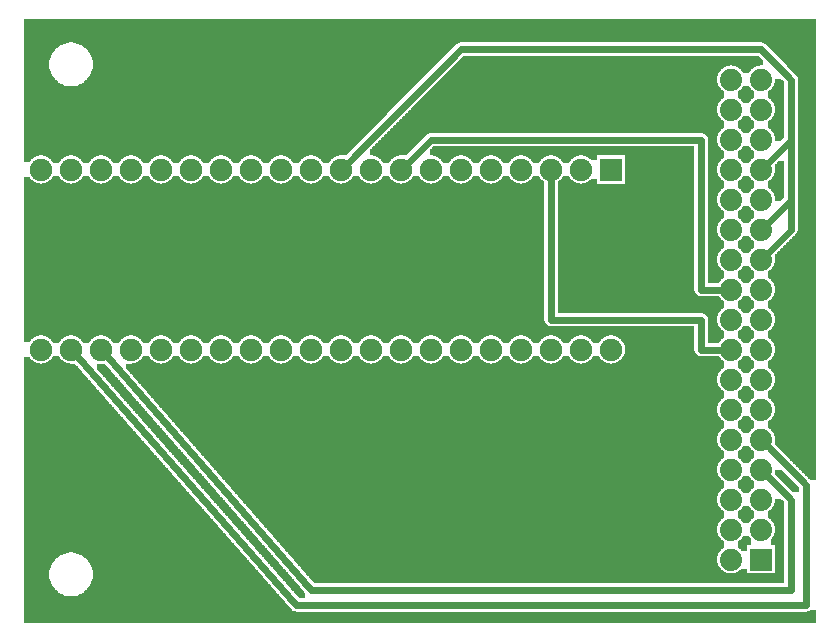
<source format=gtl>
G04 MADE WITH FRITZING*
G04 WWW.FRITZING.ORG*
G04 DOUBLE SIDED*
G04 HOLES PLATED*
G04 CONTOUR ON CENTER OF CONTOUR VECTOR*
%ASAXBY*%
%FSLAX23Y23*%
%MOIN*%
%OFA0B0*%
%SFA1.0B1.0*%
%ADD10C,0.075000*%
%ADD11C,0.074000*%
%ADD12R,0.074000X0.074000*%
%ADD13R,0.075000X0.075000*%
%ADD14C,0.024000*%
%LNCOPPER1*%
G90*
G70*
G54D10*
X2598Y1972D03*
X1474Y1820D03*
X2093Y1572D03*
X123Y1424D03*
X120Y823D03*
G54D11*
X2398Y252D03*
X2398Y352D03*
X2398Y452D03*
X2398Y552D03*
X2398Y652D03*
X2398Y752D03*
X2398Y852D03*
X2398Y952D03*
X2398Y1052D03*
X2398Y1152D03*
X2398Y1252D03*
X2398Y1352D03*
X2398Y1452D03*
X2398Y1552D03*
X2398Y1652D03*
X2398Y1752D03*
X2398Y1852D03*
X2498Y252D03*
X2498Y352D03*
X2498Y452D03*
X2498Y552D03*
X2498Y652D03*
X2498Y752D03*
X2498Y852D03*
X2498Y952D03*
X2498Y1052D03*
X2498Y1152D03*
X2498Y1252D03*
X2498Y1352D03*
X2498Y1452D03*
X2498Y1552D03*
X2498Y1652D03*
X2498Y1752D03*
X2498Y1852D03*
G54D10*
X1998Y1552D03*
X1998Y952D03*
X1898Y1552D03*
X1898Y952D03*
X1798Y1552D03*
X1798Y952D03*
X1698Y1552D03*
X1698Y952D03*
X1598Y1552D03*
X1598Y952D03*
X1498Y1552D03*
X1498Y952D03*
X1398Y1552D03*
X1398Y952D03*
X1298Y1552D03*
X1298Y952D03*
X1198Y1552D03*
X1198Y952D03*
X1098Y1552D03*
X1098Y952D03*
X998Y1552D03*
X998Y952D03*
X898Y1552D03*
X898Y952D03*
X798Y1552D03*
X798Y952D03*
X698Y1552D03*
X698Y952D03*
X598Y1552D03*
X598Y952D03*
X498Y1552D03*
X498Y952D03*
X398Y1552D03*
X398Y952D03*
X298Y1552D03*
X298Y952D03*
X198Y1552D03*
X198Y952D03*
X98Y1552D03*
X98Y952D03*
G54D12*
X2498Y252D03*
G54D13*
X1998Y1552D03*
G54D14*
X2598Y1452D02*
X2598Y1352D01*
D02*
X2598Y1352D02*
X2520Y1274D01*
D02*
X2520Y1374D02*
X2598Y1452D01*
D02*
X2598Y1652D02*
X2520Y1574D01*
D02*
X2598Y1452D02*
X2598Y1652D01*
D02*
X2520Y1374D02*
X2598Y1452D01*
D02*
X2598Y1852D02*
X2499Y1953D01*
D02*
X1497Y1953D02*
X1120Y1574D01*
D02*
X2499Y1953D02*
X1497Y1953D01*
D02*
X2598Y1652D02*
X2598Y1852D01*
D02*
X2520Y1574D02*
X2598Y1652D01*
D02*
X1798Y1052D02*
X2298Y1052D01*
D02*
X2298Y1052D02*
X2298Y952D01*
D02*
X2298Y952D02*
X2367Y952D01*
D02*
X1798Y1522D02*
X1798Y1052D01*
D02*
X949Y101D02*
X2647Y101D01*
D02*
X2647Y101D02*
X2647Y501D01*
D02*
X218Y930D02*
X949Y101D01*
D02*
X2647Y501D02*
X2520Y630D01*
D02*
X2498Y152D02*
X2598Y152D01*
D02*
X2598Y152D02*
X2598Y452D01*
D02*
X998Y152D02*
X2498Y152D01*
D02*
X2598Y452D02*
X2520Y530D01*
D02*
X318Y929D02*
X998Y152D01*
D02*
X1398Y1652D02*
X1320Y1574D01*
D02*
X2298Y1652D02*
X1398Y1652D01*
D02*
X2298Y1152D02*
X2298Y1652D01*
D02*
X2367Y1152D02*
X2298Y1152D01*
G36*
X40Y2054D02*
X40Y1976D01*
X2502Y1976D01*
X2502Y1974D01*
X2508Y1974D01*
X2508Y1972D01*
X2512Y1972D01*
X2512Y1970D01*
X2514Y1970D01*
X2514Y1968D01*
X2516Y1968D01*
X2516Y1966D01*
X2518Y1966D01*
X2518Y1964D01*
X2520Y1964D01*
X2520Y1962D01*
X2522Y1962D01*
X2522Y1960D01*
X2524Y1960D01*
X2524Y1958D01*
X2526Y1958D01*
X2526Y1956D01*
X2528Y1956D01*
X2528Y1954D01*
X2530Y1954D01*
X2530Y1952D01*
X2532Y1952D01*
X2532Y1950D01*
X2534Y1950D01*
X2534Y1948D01*
X2536Y1948D01*
X2536Y1946D01*
X2538Y1946D01*
X2538Y1944D01*
X2540Y1944D01*
X2540Y1942D01*
X2542Y1942D01*
X2542Y1940D01*
X2544Y1940D01*
X2544Y1938D01*
X2546Y1938D01*
X2546Y1936D01*
X2548Y1936D01*
X2548Y1934D01*
X2550Y1934D01*
X2550Y1932D01*
X2552Y1932D01*
X2552Y1930D01*
X2554Y1930D01*
X2554Y1928D01*
X2556Y1928D01*
X2556Y1926D01*
X2558Y1926D01*
X2558Y1924D01*
X2560Y1924D01*
X2560Y1922D01*
X2562Y1922D01*
X2562Y1920D01*
X2564Y1920D01*
X2564Y1918D01*
X2566Y1918D01*
X2566Y1916D01*
X2568Y1916D01*
X2568Y1914D01*
X2570Y1914D01*
X2570Y1912D01*
X2572Y1912D01*
X2572Y1910D01*
X2574Y1910D01*
X2574Y1908D01*
X2576Y1908D01*
X2576Y1906D01*
X2578Y1906D01*
X2578Y1904D01*
X2580Y1904D01*
X2580Y1902D01*
X2582Y1902D01*
X2582Y1900D01*
X2584Y1900D01*
X2584Y1896D01*
X2586Y1896D01*
X2586Y1894D01*
X2588Y1894D01*
X2588Y1892D01*
X2590Y1892D01*
X2590Y1890D01*
X2592Y1890D01*
X2592Y1888D01*
X2594Y1888D01*
X2594Y1886D01*
X2596Y1886D01*
X2596Y1884D01*
X2598Y1884D01*
X2598Y1882D01*
X2600Y1882D01*
X2600Y1880D01*
X2602Y1880D01*
X2602Y1878D01*
X2604Y1878D01*
X2604Y1876D01*
X2606Y1876D01*
X2606Y1874D01*
X2608Y1874D01*
X2608Y1872D01*
X2610Y1872D01*
X2610Y1870D01*
X2612Y1870D01*
X2612Y1868D01*
X2614Y1868D01*
X2614Y1866D01*
X2616Y1866D01*
X2616Y1864D01*
X2618Y1864D01*
X2618Y1860D01*
X2620Y1860D01*
X2620Y1346D01*
X2618Y1346D01*
X2618Y1340D01*
X2616Y1340D01*
X2616Y1338D01*
X2614Y1338D01*
X2614Y1336D01*
X2612Y1336D01*
X2612Y1334D01*
X2610Y1334D01*
X2610Y1332D01*
X2608Y1332D01*
X2608Y1330D01*
X2606Y1330D01*
X2606Y1328D01*
X2604Y1328D01*
X2604Y1326D01*
X2602Y1326D01*
X2602Y1324D01*
X2600Y1324D01*
X2600Y1322D01*
X2598Y1322D01*
X2598Y1320D01*
X2596Y1320D01*
X2596Y1318D01*
X2594Y1318D01*
X2594Y1316D01*
X2592Y1316D01*
X2592Y1314D01*
X2590Y1314D01*
X2590Y1312D01*
X2588Y1312D01*
X2588Y1310D01*
X2586Y1310D01*
X2586Y1308D01*
X2584Y1308D01*
X2584Y1306D01*
X2582Y1306D01*
X2582Y1304D01*
X2580Y1304D01*
X2580Y1302D01*
X2578Y1302D01*
X2578Y1300D01*
X2576Y1300D01*
X2576Y1298D01*
X2574Y1298D01*
X2574Y1296D01*
X2572Y1296D01*
X2572Y1294D01*
X2570Y1294D01*
X2570Y1292D01*
X2568Y1292D01*
X2568Y1290D01*
X2566Y1290D01*
X2566Y1288D01*
X2564Y1288D01*
X2564Y1286D01*
X2562Y1286D01*
X2562Y1284D01*
X2560Y1284D01*
X2560Y1282D01*
X2558Y1282D01*
X2558Y1280D01*
X2556Y1280D01*
X2556Y1278D01*
X2554Y1278D01*
X2554Y1276D01*
X2552Y1276D01*
X2552Y1274D01*
X2550Y1274D01*
X2550Y1272D01*
X2548Y1272D01*
X2548Y1270D01*
X2546Y1270D01*
X2546Y1250D01*
X2544Y1250D01*
X2544Y1240D01*
X2542Y1240D01*
X2542Y1234D01*
X2540Y1234D01*
X2540Y1232D01*
X2538Y1232D01*
X2538Y1228D01*
X2536Y1228D01*
X2536Y1226D01*
X2534Y1226D01*
X2534Y1222D01*
X2532Y1222D01*
X2532Y1220D01*
X2530Y1220D01*
X2530Y1218D01*
X2528Y1218D01*
X2528Y1216D01*
X2524Y1216D01*
X2524Y1214D01*
X2522Y1214D01*
X2522Y1212D01*
X2520Y1212D01*
X2520Y1192D01*
X2522Y1192D01*
X2522Y1190D01*
X2526Y1190D01*
X2526Y1188D01*
X2528Y1188D01*
X2528Y1186D01*
X2530Y1186D01*
X2530Y1184D01*
X2532Y1184D01*
X2532Y1182D01*
X2534Y1182D01*
X2534Y1180D01*
X2536Y1180D01*
X2536Y1176D01*
X2538Y1176D01*
X2538Y1174D01*
X2540Y1174D01*
X2540Y1170D01*
X2542Y1170D01*
X2542Y1164D01*
X2544Y1164D01*
X2544Y1156D01*
X2546Y1156D01*
X2546Y1150D01*
X2544Y1150D01*
X2544Y1140D01*
X2542Y1140D01*
X2542Y1134D01*
X2540Y1134D01*
X2540Y1132D01*
X2538Y1132D01*
X2538Y1128D01*
X2536Y1128D01*
X2536Y1126D01*
X2534Y1126D01*
X2534Y1122D01*
X2532Y1122D01*
X2532Y1120D01*
X2530Y1120D01*
X2530Y1118D01*
X2528Y1118D01*
X2528Y1116D01*
X2524Y1116D01*
X2524Y1114D01*
X2522Y1114D01*
X2522Y1112D01*
X2520Y1112D01*
X2520Y1092D01*
X2522Y1092D01*
X2522Y1090D01*
X2526Y1090D01*
X2526Y1088D01*
X2528Y1088D01*
X2528Y1086D01*
X2530Y1086D01*
X2530Y1084D01*
X2532Y1084D01*
X2532Y1082D01*
X2534Y1082D01*
X2534Y1080D01*
X2536Y1080D01*
X2536Y1076D01*
X2538Y1076D01*
X2538Y1074D01*
X2540Y1074D01*
X2540Y1070D01*
X2542Y1070D01*
X2542Y1064D01*
X2544Y1064D01*
X2544Y1056D01*
X2546Y1056D01*
X2546Y1050D01*
X2544Y1050D01*
X2544Y1040D01*
X2542Y1040D01*
X2542Y1034D01*
X2540Y1034D01*
X2540Y1032D01*
X2538Y1032D01*
X2538Y1028D01*
X2536Y1028D01*
X2536Y1026D01*
X2534Y1026D01*
X2534Y1022D01*
X2532Y1022D01*
X2532Y1020D01*
X2530Y1020D01*
X2530Y1018D01*
X2528Y1018D01*
X2528Y1016D01*
X2524Y1016D01*
X2524Y1014D01*
X2522Y1014D01*
X2522Y1012D01*
X2520Y1012D01*
X2520Y992D01*
X2522Y992D01*
X2522Y990D01*
X2526Y990D01*
X2526Y988D01*
X2528Y988D01*
X2528Y986D01*
X2530Y986D01*
X2530Y984D01*
X2532Y984D01*
X2532Y982D01*
X2534Y982D01*
X2534Y980D01*
X2536Y980D01*
X2536Y976D01*
X2538Y976D01*
X2538Y974D01*
X2540Y974D01*
X2540Y970D01*
X2542Y970D01*
X2542Y964D01*
X2544Y964D01*
X2544Y956D01*
X2546Y956D01*
X2546Y950D01*
X2544Y950D01*
X2544Y940D01*
X2542Y940D01*
X2542Y934D01*
X2540Y934D01*
X2540Y932D01*
X2538Y932D01*
X2538Y928D01*
X2536Y928D01*
X2536Y926D01*
X2534Y926D01*
X2534Y922D01*
X2532Y922D01*
X2532Y920D01*
X2530Y920D01*
X2530Y918D01*
X2528Y918D01*
X2528Y916D01*
X2524Y916D01*
X2524Y914D01*
X2522Y914D01*
X2522Y912D01*
X2520Y912D01*
X2520Y892D01*
X2522Y892D01*
X2522Y890D01*
X2526Y890D01*
X2526Y888D01*
X2528Y888D01*
X2528Y886D01*
X2530Y886D01*
X2530Y884D01*
X2532Y884D01*
X2532Y882D01*
X2534Y882D01*
X2534Y880D01*
X2536Y880D01*
X2536Y876D01*
X2538Y876D01*
X2538Y874D01*
X2540Y874D01*
X2540Y870D01*
X2542Y870D01*
X2542Y864D01*
X2544Y864D01*
X2544Y856D01*
X2546Y856D01*
X2546Y850D01*
X2544Y850D01*
X2544Y840D01*
X2542Y840D01*
X2542Y834D01*
X2540Y834D01*
X2540Y832D01*
X2538Y832D01*
X2538Y828D01*
X2536Y828D01*
X2536Y826D01*
X2534Y826D01*
X2534Y822D01*
X2532Y822D01*
X2532Y820D01*
X2530Y820D01*
X2530Y818D01*
X2528Y818D01*
X2528Y816D01*
X2524Y816D01*
X2524Y814D01*
X2522Y814D01*
X2522Y812D01*
X2520Y812D01*
X2520Y792D01*
X2522Y792D01*
X2522Y790D01*
X2526Y790D01*
X2526Y788D01*
X2528Y788D01*
X2528Y786D01*
X2530Y786D01*
X2530Y784D01*
X2532Y784D01*
X2532Y782D01*
X2534Y782D01*
X2534Y780D01*
X2536Y780D01*
X2536Y776D01*
X2538Y776D01*
X2538Y774D01*
X2540Y774D01*
X2540Y770D01*
X2542Y770D01*
X2542Y764D01*
X2544Y764D01*
X2544Y756D01*
X2546Y756D01*
X2546Y750D01*
X2544Y750D01*
X2544Y740D01*
X2542Y740D01*
X2542Y734D01*
X2540Y734D01*
X2540Y732D01*
X2538Y732D01*
X2538Y728D01*
X2536Y728D01*
X2536Y726D01*
X2534Y726D01*
X2534Y722D01*
X2532Y722D01*
X2532Y720D01*
X2530Y720D01*
X2530Y718D01*
X2528Y718D01*
X2528Y716D01*
X2524Y716D01*
X2524Y714D01*
X2522Y714D01*
X2522Y712D01*
X2520Y712D01*
X2520Y692D01*
X2522Y692D01*
X2522Y690D01*
X2526Y690D01*
X2526Y688D01*
X2528Y688D01*
X2528Y686D01*
X2530Y686D01*
X2530Y684D01*
X2532Y684D01*
X2532Y682D01*
X2534Y682D01*
X2534Y680D01*
X2536Y680D01*
X2536Y676D01*
X2538Y676D01*
X2538Y674D01*
X2540Y674D01*
X2540Y670D01*
X2542Y670D01*
X2542Y664D01*
X2544Y664D01*
X2544Y656D01*
X2546Y656D01*
X2546Y634D01*
X2548Y634D01*
X2548Y632D01*
X2550Y632D01*
X2550Y630D01*
X2552Y630D01*
X2552Y628D01*
X2554Y628D01*
X2554Y626D01*
X2556Y626D01*
X2556Y624D01*
X2558Y624D01*
X2558Y622D01*
X2560Y622D01*
X2560Y620D01*
X2562Y620D01*
X2562Y618D01*
X2564Y618D01*
X2564Y616D01*
X2566Y616D01*
X2566Y614D01*
X2568Y614D01*
X2568Y612D01*
X2570Y612D01*
X2570Y610D01*
X2572Y610D01*
X2572Y608D01*
X2574Y608D01*
X2574Y606D01*
X2576Y606D01*
X2576Y604D01*
X2578Y604D01*
X2578Y602D01*
X2580Y602D01*
X2580Y600D01*
X2582Y600D01*
X2582Y598D01*
X2584Y598D01*
X2584Y596D01*
X2586Y596D01*
X2586Y594D01*
X2588Y594D01*
X2588Y592D01*
X2590Y592D01*
X2590Y590D01*
X2592Y590D01*
X2592Y588D01*
X2594Y588D01*
X2594Y584D01*
X2596Y584D01*
X2596Y582D01*
X2598Y582D01*
X2598Y580D01*
X2600Y580D01*
X2600Y578D01*
X2602Y578D01*
X2602Y576D01*
X2604Y576D01*
X2604Y574D01*
X2606Y574D01*
X2606Y572D01*
X2608Y572D01*
X2608Y570D01*
X2610Y570D01*
X2610Y568D01*
X2612Y568D01*
X2612Y566D01*
X2614Y566D01*
X2614Y564D01*
X2616Y564D01*
X2616Y562D01*
X2618Y562D01*
X2618Y560D01*
X2620Y560D01*
X2620Y558D01*
X2622Y558D01*
X2622Y556D01*
X2624Y556D01*
X2624Y554D01*
X2626Y554D01*
X2626Y552D01*
X2628Y552D01*
X2628Y550D01*
X2630Y550D01*
X2630Y548D01*
X2632Y548D01*
X2632Y546D01*
X2634Y546D01*
X2634Y544D01*
X2636Y544D01*
X2636Y542D01*
X2638Y542D01*
X2638Y540D01*
X2640Y540D01*
X2640Y538D01*
X2642Y538D01*
X2642Y536D01*
X2644Y536D01*
X2644Y534D01*
X2646Y534D01*
X2646Y532D01*
X2648Y532D01*
X2648Y530D01*
X2650Y530D01*
X2650Y528D01*
X2652Y528D01*
X2652Y526D01*
X2654Y526D01*
X2654Y524D01*
X2656Y524D01*
X2656Y522D01*
X2658Y522D01*
X2658Y520D01*
X2660Y520D01*
X2660Y518D01*
X2680Y518D01*
X2680Y2054D01*
X40Y2054D01*
G37*
D02*
G36*
X40Y1976D02*
X40Y1830D01*
X182Y1830D01*
X182Y1832D01*
X176Y1832D01*
X176Y1834D01*
X170Y1834D01*
X170Y1836D01*
X166Y1836D01*
X166Y1838D01*
X162Y1838D01*
X162Y1840D01*
X160Y1840D01*
X160Y1842D01*
X156Y1842D01*
X156Y1844D01*
X154Y1844D01*
X154Y1846D01*
X152Y1846D01*
X152Y1848D01*
X150Y1848D01*
X150Y1850D01*
X148Y1850D01*
X148Y1852D01*
X146Y1852D01*
X146Y1854D01*
X144Y1854D01*
X144Y1856D01*
X142Y1856D01*
X142Y1858D01*
X140Y1858D01*
X140Y1860D01*
X138Y1860D01*
X138Y1864D01*
X136Y1864D01*
X136Y1866D01*
X134Y1866D01*
X134Y1870D01*
X132Y1870D01*
X132Y1874D01*
X130Y1874D01*
X130Y1880D01*
X128Y1880D01*
X128Y1886D01*
X126Y1886D01*
X126Y1918D01*
X128Y1918D01*
X128Y1924D01*
X130Y1924D01*
X130Y1930D01*
X132Y1930D01*
X132Y1934D01*
X134Y1934D01*
X134Y1938D01*
X136Y1938D01*
X136Y1942D01*
X138Y1942D01*
X138Y1944D01*
X140Y1944D01*
X140Y1946D01*
X142Y1946D01*
X142Y1948D01*
X144Y1948D01*
X144Y1952D01*
X146Y1952D01*
X146Y1954D01*
X148Y1954D01*
X148Y1956D01*
X150Y1956D01*
X150Y1958D01*
X154Y1958D01*
X154Y1960D01*
X156Y1960D01*
X156Y1962D01*
X158Y1962D01*
X158Y1964D01*
X162Y1964D01*
X162Y1966D01*
X166Y1966D01*
X166Y1968D01*
X170Y1968D01*
X170Y1970D01*
X174Y1970D01*
X174Y1972D01*
X180Y1972D01*
X180Y1974D01*
X192Y1974D01*
X192Y1976D01*
X40Y1976D01*
G37*
D02*
G36*
X204Y1976D02*
X204Y1974D01*
X216Y1974D01*
X216Y1972D01*
X222Y1972D01*
X222Y1970D01*
X226Y1970D01*
X226Y1968D01*
X230Y1968D01*
X230Y1966D01*
X234Y1966D01*
X234Y1964D01*
X238Y1964D01*
X238Y1962D01*
X240Y1962D01*
X240Y1960D01*
X242Y1960D01*
X242Y1958D01*
X246Y1958D01*
X246Y1956D01*
X248Y1956D01*
X248Y1954D01*
X250Y1954D01*
X250Y1952D01*
X252Y1952D01*
X252Y1950D01*
X254Y1950D01*
X254Y1946D01*
X256Y1946D01*
X256Y1944D01*
X258Y1944D01*
X258Y1942D01*
X260Y1942D01*
X260Y1938D01*
X262Y1938D01*
X262Y1934D01*
X264Y1934D01*
X264Y1930D01*
X266Y1930D01*
X266Y1926D01*
X268Y1926D01*
X268Y1918D01*
X270Y1918D01*
X270Y1906D01*
X272Y1906D01*
X272Y1898D01*
X270Y1898D01*
X270Y1886D01*
X268Y1886D01*
X268Y1880D01*
X266Y1880D01*
X266Y1874D01*
X264Y1874D01*
X264Y1870D01*
X262Y1870D01*
X262Y1866D01*
X260Y1866D01*
X260Y1864D01*
X258Y1864D01*
X258Y1860D01*
X256Y1860D01*
X256Y1858D01*
X254Y1858D01*
X254Y1856D01*
X252Y1856D01*
X252Y1852D01*
X250Y1852D01*
X250Y1850D01*
X246Y1850D01*
X246Y1848D01*
X244Y1848D01*
X244Y1846D01*
X242Y1846D01*
X242Y1844D01*
X240Y1844D01*
X240Y1842D01*
X236Y1842D01*
X236Y1840D01*
X234Y1840D01*
X234Y1838D01*
X230Y1838D01*
X230Y1836D01*
X226Y1836D01*
X226Y1834D01*
X220Y1834D01*
X220Y1832D01*
X214Y1832D01*
X214Y1830D01*
X1344Y1830D01*
X1344Y1832D01*
X1346Y1832D01*
X1346Y1834D01*
X1348Y1834D01*
X1348Y1836D01*
X1350Y1836D01*
X1350Y1838D01*
X1352Y1838D01*
X1352Y1840D01*
X1354Y1840D01*
X1354Y1842D01*
X1356Y1842D01*
X1356Y1844D01*
X1358Y1844D01*
X1358Y1846D01*
X1360Y1846D01*
X1360Y1848D01*
X1362Y1848D01*
X1362Y1850D01*
X1364Y1850D01*
X1364Y1852D01*
X1366Y1852D01*
X1366Y1854D01*
X1368Y1854D01*
X1368Y1856D01*
X1370Y1856D01*
X1370Y1858D01*
X1372Y1858D01*
X1372Y1860D01*
X1374Y1860D01*
X1374Y1862D01*
X1376Y1862D01*
X1376Y1864D01*
X1378Y1864D01*
X1378Y1866D01*
X1380Y1866D01*
X1380Y1868D01*
X1382Y1868D01*
X1382Y1870D01*
X1384Y1870D01*
X1384Y1872D01*
X1386Y1872D01*
X1386Y1874D01*
X1388Y1874D01*
X1388Y1876D01*
X1390Y1876D01*
X1390Y1878D01*
X1392Y1878D01*
X1392Y1880D01*
X1394Y1880D01*
X1394Y1882D01*
X1396Y1882D01*
X1396Y1884D01*
X1398Y1884D01*
X1398Y1886D01*
X1400Y1886D01*
X1400Y1888D01*
X1402Y1888D01*
X1402Y1890D01*
X1404Y1890D01*
X1404Y1892D01*
X1406Y1892D01*
X1406Y1894D01*
X1408Y1894D01*
X1408Y1896D01*
X1410Y1896D01*
X1410Y1898D01*
X1412Y1898D01*
X1412Y1900D01*
X1414Y1900D01*
X1414Y1902D01*
X1416Y1902D01*
X1416Y1904D01*
X1418Y1904D01*
X1418Y1906D01*
X1420Y1906D01*
X1420Y1908D01*
X1422Y1908D01*
X1422Y1910D01*
X1424Y1910D01*
X1424Y1912D01*
X1426Y1912D01*
X1426Y1914D01*
X1428Y1914D01*
X1428Y1916D01*
X1430Y1916D01*
X1430Y1918D01*
X1432Y1918D01*
X1432Y1920D01*
X1434Y1920D01*
X1434Y1922D01*
X1436Y1922D01*
X1436Y1924D01*
X1438Y1924D01*
X1438Y1926D01*
X1440Y1926D01*
X1440Y1928D01*
X1442Y1928D01*
X1442Y1930D01*
X1444Y1930D01*
X1444Y1932D01*
X1446Y1932D01*
X1446Y1934D01*
X1448Y1934D01*
X1448Y1936D01*
X1450Y1936D01*
X1450Y1938D01*
X1452Y1938D01*
X1452Y1940D01*
X1454Y1940D01*
X1454Y1942D01*
X1456Y1942D01*
X1456Y1944D01*
X1458Y1944D01*
X1458Y1946D01*
X1460Y1946D01*
X1460Y1948D01*
X1462Y1948D01*
X1462Y1950D01*
X1464Y1950D01*
X1464Y1952D01*
X1466Y1952D01*
X1466Y1954D01*
X1468Y1954D01*
X1468Y1956D01*
X1470Y1956D01*
X1470Y1958D01*
X1472Y1958D01*
X1472Y1960D01*
X1474Y1960D01*
X1474Y1962D01*
X1476Y1962D01*
X1476Y1964D01*
X1478Y1964D01*
X1478Y1966D01*
X1480Y1966D01*
X1480Y1968D01*
X1482Y1968D01*
X1482Y1970D01*
X1484Y1970D01*
X1484Y1972D01*
X1488Y1972D01*
X1488Y1974D01*
X1494Y1974D01*
X1494Y1976D01*
X204Y1976D01*
G37*
D02*
G36*
X40Y1830D02*
X40Y1828D01*
X1342Y1828D01*
X1342Y1830D01*
X40Y1830D01*
G37*
D02*
G36*
X40Y1830D02*
X40Y1828D01*
X1342Y1828D01*
X1342Y1830D01*
X40Y1830D01*
G37*
D02*
G36*
X40Y1828D02*
X40Y1600D01*
X1006Y1600D01*
X1006Y1598D01*
X1012Y1598D01*
X1012Y1596D01*
X1016Y1596D01*
X1016Y1594D01*
X1020Y1594D01*
X1020Y1592D01*
X1024Y1592D01*
X1024Y1590D01*
X1026Y1590D01*
X1026Y1588D01*
X1028Y1588D01*
X1028Y1586D01*
X1030Y1586D01*
X1030Y1584D01*
X1032Y1584D01*
X1032Y1582D01*
X1034Y1582D01*
X1034Y1580D01*
X1036Y1580D01*
X1036Y1578D01*
X1038Y1578D01*
X1038Y1574D01*
X1058Y1574D01*
X1058Y1576D01*
X1060Y1576D01*
X1060Y1580D01*
X1062Y1580D01*
X1062Y1582D01*
X1064Y1582D01*
X1064Y1584D01*
X1066Y1584D01*
X1066Y1586D01*
X1068Y1586D01*
X1068Y1588D01*
X1070Y1588D01*
X1070Y1590D01*
X1072Y1590D01*
X1072Y1592D01*
X1076Y1592D01*
X1076Y1594D01*
X1080Y1594D01*
X1080Y1596D01*
X1084Y1596D01*
X1084Y1598D01*
X1090Y1598D01*
X1090Y1600D01*
X1116Y1600D01*
X1116Y1602D01*
X1118Y1602D01*
X1118Y1604D01*
X1120Y1604D01*
X1120Y1606D01*
X1122Y1606D01*
X1122Y1608D01*
X1124Y1608D01*
X1124Y1610D01*
X1126Y1610D01*
X1126Y1612D01*
X1128Y1612D01*
X1128Y1614D01*
X1130Y1614D01*
X1130Y1616D01*
X1132Y1616D01*
X1132Y1618D01*
X1134Y1618D01*
X1134Y1620D01*
X1136Y1620D01*
X1136Y1622D01*
X1138Y1622D01*
X1138Y1624D01*
X1140Y1624D01*
X1140Y1626D01*
X1142Y1626D01*
X1142Y1628D01*
X1144Y1628D01*
X1144Y1630D01*
X1146Y1630D01*
X1146Y1632D01*
X1148Y1632D01*
X1148Y1634D01*
X1150Y1634D01*
X1150Y1636D01*
X1152Y1636D01*
X1152Y1638D01*
X1154Y1638D01*
X1154Y1640D01*
X1156Y1640D01*
X1156Y1642D01*
X1158Y1642D01*
X1158Y1644D01*
X1160Y1644D01*
X1160Y1646D01*
X1162Y1646D01*
X1162Y1648D01*
X1164Y1648D01*
X1164Y1650D01*
X1166Y1650D01*
X1166Y1652D01*
X1168Y1652D01*
X1168Y1654D01*
X1170Y1654D01*
X1170Y1656D01*
X1172Y1656D01*
X1172Y1658D01*
X1174Y1658D01*
X1174Y1660D01*
X1176Y1660D01*
X1176Y1662D01*
X1178Y1662D01*
X1178Y1664D01*
X1180Y1664D01*
X1180Y1666D01*
X1182Y1666D01*
X1182Y1668D01*
X1184Y1668D01*
X1184Y1670D01*
X1186Y1670D01*
X1186Y1672D01*
X1188Y1672D01*
X1188Y1674D01*
X1190Y1674D01*
X1190Y1676D01*
X1192Y1676D01*
X1192Y1678D01*
X1194Y1678D01*
X1194Y1680D01*
X1196Y1680D01*
X1196Y1682D01*
X1198Y1682D01*
X1198Y1684D01*
X1200Y1684D01*
X1200Y1686D01*
X1202Y1686D01*
X1202Y1688D01*
X1204Y1688D01*
X1204Y1690D01*
X1206Y1690D01*
X1206Y1692D01*
X1208Y1692D01*
X1208Y1694D01*
X1210Y1694D01*
X1210Y1696D01*
X1212Y1696D01*
X1212Y1698D01*
X1214Y1698D01*
X1214Y1700D01*
X1216Y1700D01*
X1216Y1702D01*
X1218Y1702D01*
X1218Y1704D01*
X1220Y1704D01*
X1220Y1706D01*
X1222Y1706D01*
X1222Y1708D01*
X1224Y1708D01*
X1224Y1710D01*
X1226Y1710D01*
X1226Y1712D01*
X1228Y1712D01*
X1228Y1714D01*
X1230Y1714D01*
X1230Y1716D01*
X1232Y1716D01*
X1232Y1718D01*
X1234Y1718D01*
X1234Y1720D01*
X1236Y1720D01*
X1236Y1722D01*
X1238Y1722D01*
X1238Y1724D01*
X1240Y1724D01*
X1240Y1726D01*
X1242Y1726D01*
X1242Y1728D01*
X1244Y1728D01*
X1244Y1730D01*
X1246Y1730D01*
X1246Y1732D01*
X1248Y1732D01*
X1248Y1734D01*
X1250Y1734D01*
X1250Y1736D01*
X1252Y1736D01*
X1252Y1740D01*
X1254Y1740D01*
X1254Y1742D01*
X1256Y1742D01*
X1256Y1744D01*
X1258Y1744D01*
X1258Y1746D01*
X1260Y1746D01*
X1260Y1748D01*
X1262Y1748D01*
X1262Y1750D01*
X1264Y1750D01*
X1264Y1752D01*
X1266Y1752D01*
X1266Y1754D01*
X1268Y1754D01*
X1268Y1756D01*
X1270Y1756D01*
X1270Y1758D01*
X1272Y1758D01*
X1272Y1760D01*
X1274Y1760D01*
X1274Y1762D01*
X1276Y1762D01*
X1276Y1764D01*
X1278Y1764D01*
X1278Y1766D01*
X1280Y1766D01*
X1280Y1768D01*
X1282Y1768D01*
X1282Y1770D01*
X1284Y1770D01*
X1284Y1772D01*
X1286Y1772D01*
X1286Y1774D01*
X1288Y1774D01*
X1288Y1776D01*
X1290Y1776D01*
X1290Y1778D01*
X1292Y1778D01*
X1292Y1780D01*
X1294Y1780D01*
X1294Y1782D01*
X1296Y1782D01*
X1296Y1784D01*
X1298Y1784D01*
X1298Y1786D01*
X1300Y1786D01*
X1300Y1788D01*
X1302Y1788D01*
X1302Y1790D01*
X1304Y1790D01*
X1304Y1792D01*
X1306Y1792D01*
X1306Y1794D01*
X1308Y1794D01*
X1308Y1796D01*
X1310Y1796D01*
X1310Y1798D01*
X1312Y1798D01*
X1312Y1800D01*
X1314Y1800D01*
X1314Y1802D01*
X1316Y1802D01*
X1316Y1804D01*
X1318Y1804D01*
X1318Y1806D01*
X1320Y1806D01*
X1320Y1808D01*
X1322Y1808D01*
X1322Y1810D01*
X1324Y1810D01*
X1324Y1812D01*
X1326Y1812D01*
X1326Y1814D01*
X1328Y1814D01*
X1328Y1816D01*
X1330Y1816D01*
X1330Y1818D01*
X1332Y1818D01*
X1332Y1820D01*
X1334Y1820D01*
X1334Y1822D01*
X1336Y1822D01*
X1336Y1824D01*
X1338Y1824D01*
X1338Y1826D01*
X1340Y1826D01*
X1340Y1828D01*
X40Y1828D01*
G37*
D02*
G36*
X40Y1600D02*
X40Y1576D01*
X60Y1576D01*
X60Y1580D01*
X62Y1580D01*
X62Y1582D01*
X64Y1582D01*
X64Y1584D01*
X66Y1584D01*
X66Y1586D01*
X68Y1586D01*
X68Y1588D01*
X70Y1588D01*
X70Y1590D01*
X72Y1590D01*
X72Y1592D01*
X76Y1592D01*
X76Y1594D01*
X80Y1594D01*
X80Y1596D01*
X84Y1596D01*
X84Y1598D01*
X90Y1598D01*
X90Y1600D01*
X40Y1600D01*
G37*
D02*
G36*
X106Y1600D02*
X106Y1598D01*
X112Y1598D01*
X112Y1596D01*
X116Y1596D01*
X116Y1594D01*
X120Y1594D01*
X120Y1592D01*
X124Y1592D01*
X124Y1590D01*
X126Y1590D01*
X126Y1588D01*
X128Y1588D01*
X128Y1586D01*
X130Y1586D01*
X130Y1584D01*
X132Y1584D01*
X132Y1582D01*
X134Y1582D01*
X134Y1580D01*
X136Y1580D01*
X136Y1578D01*
X138Y1578D01*
X138Y1574D01*
X158Y1574D01*
X158Y1576D01*
X160Y1576D01*
X160Y1580D01*
X162Y1580D01*
X162Y1582D01*
X164Y1582D01*
X164Y1584D01*
X166Y1584D01*
X166Y1586D01*
X168Y1586D01*
X168Y1588D01*
X170Y1588D01*
X170Y1590D01*
X172Y1590D01*
X172Y1592D01*
X176Y1592D01*
X176Y1594D01*
X180Y1594D01*
X180Y1596D01*
X184Y1596D01*
X184Y1598D01*
X190Y1598D01*
X190Y1600D01*
X106Y1600D01*
G37*
D02*
G36*
X206Y1600D02*
X206Y1598D01*
X212Y1598D01*
X212Y1596D01*
X216Y1596D01*
X216Y1594D01*
X220Y1594D01*
X220Y1592D01*
X224Y1592D01*
X224Y1590D01*
X226Y1590D01*
X226Y1588D01*
X228Y1588D01*
X228Y1586D01*
X230Y1586D01*
X230Y1584D01*
X232Y1584D01*
X232Y1582D01*
X234Y1582D01*
X234Y1580D01*
X236Y1580D01*
X236Y1578D01*
X238Y1578D01*
X238Y1574D01*
X258Y1574D01*
X258Y1576D01*
X260Y1576D01*
X260Y1580D01*
X262Y1580D01*
X262Y1582D01*
X264Y1582D01*
X264Y1584D01*
X266Y1584D01*
X266Y1586D01*
X268Y1586D01*
X268Y1588D01*
X270Y1588D01*
X270Y1590D01*
X272Y1590D01*
X272Y1592D01*
X276Y1592D01*
X276Y1594D01*
X280Y1594D01*
X280Y1596D01*
X284Y1596D01*
X284Y1598D01*
X290Y1598D01*
X290Y1600D01*
X206Y1600D01*
G37*
D02*
G36*
X306Y1600D02*
X306Y1598D01*
X312Y1598D01*
X312Y1596D01*
X316Y1596D01*
X316Y1594D01*
X320Y1594D01*
X320Y1592D01*
X324Y1592D01*
X324Y1590D01*
X326Y1590D01*
X326Y1588D01*
X328Y1588D01*
X328Y1586D01*
X330Y1586D01*
X330Y1584D01*
X332Y1584D01*
X332Y1582D01*
X334Y1582D01*
X334Y1580D01*
X336Y1580D01*
X336Y1578D01*
X338Y1578D01*
X338Y1574D01*
X358Y1574D01*
X358Y1576D01*
X360Y1576D01*
X360Y1580D01*
X362Y1580D01*
X362Y1582D01*
X364Y1582D01*
X364Y1584D01*
X366Y1584D01*
X366Y1586D01*
X368Y1586D01*
X368Y1588D01*
X370Y1588D01*
X370Y1590D01*
X372Y1590D01*
X372Y1592D01*
X376Y1592D01*
X376Y1594D01*
X380Y1594D01*
X380Y1596D01*
X384Y1596D01*
X384Y1598D01*
X390Y1598D01*
X390Y1600D01*
X306Y1600D01*
G37*
D02*
G36*
X406Y1600D02*
X406Y1598D01*
X412Y1598D01*
X412Y1596D01*
X416Y1596D01*
X416Y1594D01*
X420Y1594D01*
X420Y1592D01*
X424Y1592D01*
X424Y1590D01*
X426Y1590D01*
X426Y1588D01*
X428Y1588D01*
X428Y1586D01*
X430Y1586D01*
X430Y1584D01*
X432Y1584D01*
X432Y1582D01*
X434Y1582D01*
X434Y1580D01*
X436Y1580D01*
X436Y1578D01*
X438Y1578D01*
X438Y1574D01*
X458Y1574D01*
X458Y1576D01*
X460Y1576D01*
X460Y1580D01*
X462Y1580D01*
X462Y1582D01*
X464Y1582D01*
X464Y1584D01*
X466Y1584D01*
X466Y1586D01*
X468Y1586D01*
X468Y1588D01*
X470Y1588D01*
X470Y1590D01*
X472Y1590D01*
X472Y1592D01*
X476Y1592D01*
X476Y1594D01*
X480Y1594D01*
X480Y1596D01*
X484Y1596D01*
X484Y1598D01*
X490Y1598D01*
X490Y1600D01*
X406Y1600D01*
G37*
D02*
G36*
X506Y1600D02*
X506Y1598D01*
X512Y1598D01*
X512Y1596D01*
X516Y1596D01*
X516Y1594D01*
X520Y1594D01*
X520Y1592D01*
X524Y1592D01*
X524Y1590D01*
X526Y1590D01*
X526Y1588D01*
X528Y1588D01*
X528Y1586D01*
X530Y1586D01*
X530Y1584D01*
X532Y1584D01*
X532Y1582D01*
X534Y1582D01*
X534Y1580D01*
X536Y1580D01*
X536Y1578D01*
X538Y1578D01*
X538Y1574D01*
X558Y1574D01*
X558Y1576D01*
X560Y1576D01*
X560Y1580D01*
X562Y1580D01*
X562Y1582D01*
X564Y1582D01*
X564Y1584D01*
X566Y1584D01*
X566Y1586D01*
X568Y1586D01*
X568Y1588D01*
X570Y1588D01*
X570Y1590D01*
X572Y1590D01*
X572Y1592D01*
X576Y1592D01*
X576Y1594D01*
X580Y1594D01*
X580Y1596D01*
X584Y1596D01*
X584Y1598D01*
X590Y1598D01*
X590Y1600D01*
X506Y1600D01*
G37*
D02*
G36*
X606Y1600D02*
X606Y1598D01*
X612Y1598D01*
X612Y1596D01*
X616Y1596D01*
X616Y1594D01*
X620Y1594D01*
X620Y1592D01*
X624Y1592D01*
X624Y1590D01*
X626Y1590D01*
X626Y1588D01*
X628Y1588D01*
X628Y1586D01*
X630Y1586D01*
X630Y1584D01*
X632Y1584D01*
X632Y1582D01*
X634Y1582D01*
X634Y1580D01*
X636Y1580D01*
X636Y1578D01*
X638Y1578D01*
X638Y1574D01*
X658Y1574D01*
X658Y1576D01*
X660Y1576D01*
X660Y1580D01*
X662Y1580D01*
X662Y1582D01*
X664Y1582D01*
X664Y1584D01*
X666Y1584D01*
X666Y1586D01*
X668Y1586D01*
X668Y1588D01*
X670Y1588D01*
X670Y1590D01*
X672Y1590D01*
X672Y1592D01*
X676Y1592D01*
X676Y1594D01*
X680Y1594D01*
X680Y1596D01*
X684Y1596D01*
X684Y1598D01*
X690Y1598D01*
X690Y1600D01*
X606Y1600D01*
G37*
D02*
G36*
X706Y1600D02*
X706Y1598D01*
X712Y1598D01*
X712Y1596D01*
X716Y1596D01*
X716Y1594D01*
X720Y1594D01*
X720Y1592D01*
X724Y1592D01*
X724Y1590D01*
X726Y1590D01*
X726Y1588D01*
X728Y1588D01*
X728Y1586D01*
X730Y1586D01*
X730Y1584D01*
X732Y1584D01*
X732Y1582D01*
X734Y1582D01*
X734Y1580D01*
X736Y1580D01*
X736Y1578D01*
X738Y1578D01*
X738Y1574D01*
X758Y1574D01*
X758Y1576D01*
X760Y1576D01*
X760Y1580D01*
X762Y1580D01*
X762Y1582D01*
X764Y1582D01*
X764Y1584D01*
X766Y1584D01*
X766Y1586D01*
X768Y1586D01*
X768Y1588D01*
X770Y1588D01*
X770Y1590D01*
X772Y1590D01*
X772Y1592D01*
X776Y1592D01*
X776Y1594D01*
X780Y1594D01*
X780Y1596D01*
X784Y1596D01*
X784Y1598D01*
X790Y1598D01*
X790Y1600D01*
X706Y1600D01*
G37*
D02*
G36*
X806Y1600D02*
X806Y1598D01*
X812Y1598D01*
X812Y1596D01*
X816Y1596D01*
X816Y1594D01*
X820Y1594D01*
X820Y1592D01*
X824Y1592D01*
X824Y1590D01*
X826Y1590D01*
X826Y1588D01*
X828Y1588D01*
X828Y1586D01*
X830Y1586D01*
X830Y1584D01*
X832Y1584D01*
X832Y1582D01*
X834Y1582D01*
X834Y1580D01*
X836Y1580D01*
X836Y1578D01*
X838Y1578D01*
X838Y1574D01*
X858Y1574D01*
X858Y1576D01*
X860Y1576D01*
X860Y1580D01*
X862Y1580D01*
X862Y1582D01*
X864Y1582D01*
X864Y1584D01*
X866Y1584D01*
X866Y1586D01*
X868Y1586D01*
X868Y1588D01*
X870Y1588D01*
X870Y1590D01*
X872Y1590D01*
X872Y1592D01*
X876Y1592D01*
X876Y1594D01*
X880Y1594D01*
X880Y1596D01*
X884Y1596D01*
X884Y1598D01*
X890Y1598D01*
X890Y1600D01*
X806Y1600D01*
G37*
D02*
G36*
X906Y1600D02*
X906Y1598D01*
X912Y1598D01*
X912Y1596D01*
X916Y1596D01*
X916Y1594D01*
X920Y1594D01*
X920Y1592D01*
X924Y1592D01*
X924Y1590D01*
X926Y1590D01*
X926Y1588D01*
X928Y1588D01*
X928Y1586D01*
X930Y1586D01*
X930Y1584D01*
X932Y1584D01*
X932Y1582D01*
X934Y1582D01*
X934Y1580D01*
X936Y1580D01*
X936Y1578D01*
X938Y1578D01*
X938Y1574D01*
X958Y1574D01*
X958Y1576D01*
X960Y1576D01*
X960Y1580D01*
X962Y1580D01*
X962Y1582D01*
X964Y1582D01*
X964Y1584D01*
X966Y1584D01*
X966Y1586D01*
X968Y1586D01*
X968Y1588D01*
X970Y1588D01*
X970Y1590D01*
X972Y1590D01*
X972Y1592D01*
X976Y1592D01*
X976Y1594D01*
X980Y1594D01*
X980Y1596D01*
X984Y1596D01*
X984Y1598D01*
X990Y1598D01*
X990Y1600D01*
X906Y1600D01*
G37*
D02*
G36*
X1506Y1932D02*
X1506Y1930D01*
X1504Y1930D01*
X1504Y1928D01*
X1502Y1928D01*
X1502Y1926D01*
X1500Y1926D01*
X1500Y1924D01*
X1498Y1924D01*
X1498Y1922D01*
X1496Y1922D01*
X1496Y1920D01*
X1494Y1920D01*
X1494Y1918D01*
X1492Y1918D01*
X1492Y1916D01*
X1490Y1916D01*
X1490Y1914D01*
X1488Y1914D01*
X1488Y1912D01*
X1486Y1912D01*
X1486Y1910D01*
X1484Y1910D01*
X1484Y1908D01*
X1482Y1908D01*
X1482Y1906D01*
X1480Y1906D01*
X1480Y1904D01*
X1478Y1904D01*
X1478Y1902D01*
X1476Y1902D01*
X1476Y1900D01*
X2402Y1900D01*
X2402Y1898D01*
X2410Y1898D01*
X2410Y1896D01*
X2416Y1896D01*
X2416Y1894D01*
X2420Y1894D01*
X2420Y1892D01*
X2422Y1892D01*
X2422Y1890D01*
X2426Y1890D01*
X2426Y1888D01*
X2428Y1888D01*
X2428Y1886D01*
X2430Y1886D01*
X2430Y1884D01*
X2432Y1884D01*
X2432Y1882D01*
X2434Y1882D01*
X2434Y1880D01*
X2436Y1880D01*
X2436Y1876D01*
X2438Y1876D01*
X2438Y1874D01*
X2458Y1874D01*
X2458Y1876D01*
X2460Y1876D01*
X2460Y1880D01*
X2462Y1880D01*
X2462Y1882D01*
X2464Y1882D01*
X2464Y1884D01*
X2466Y1884D01*
X2466Y1886D01*
X2468Y1886D01*
X2468Y1888D01*
X2470Y1888D01*
X2470Y1890D01*
X2474Y1890D01*
X2474Y1892D01*
X2476Y1892D01*
X2476Y1894D01*
X2480Y1894D01*
X2480Y1896D01*
X2486Y1896D01*
X2486Y1898D01*
X2494Y1898D01*
X2494Y1900D01*
X2504Y1900D01*
X2504Y1918D01*
X2502Y1918D01*
X2502Y1920D01*
X2500Y1920D01*
X2500Y1922D01*
X2498Y1922D01*
X2498Y1924D01*
X2496Y1924D01*
X2496Y1926D01*
X2494Y1926D01*
X2494Y1928D01*
X2492Y1928D01*
X2492Y1930D01*
X2490Y1930D01*
X2490Y1932D01*
X1506Y1932D01*
G37*
D02*
G36*
X1474Y1900D02*
X1474Y1898D01*
X1472Y1898D01*
X1472Y1896D01*
X1470Y1896D01*
X1470Y1894D01*
X1468Y1894D01*
X1468Y1892D01*
X1466Y1892D01*
X1466Y1890D01*
X1464Y1890D01*
X1464Y1888D01*
X1462Y1888D01*
X1462Y1886D01*
X1460Y1886D01*
X1460Y1884D01*
X1458Y1884D01*
X1458Y1882D01*
X1456Y1882D01*
X1456Y1880D01*
X1454Y1880D01*
X1454Y1878D01*
X1452Y1878D01*
X1452Y1876D01*
X1450Y1876D01*
X1450Y1874D01*
X1448Y1874D01*
X1448Y1872D01*
X1446Y1872D01*
X1446Y1870D01*
X1444Y1870D01*
X1444Y1868D01*
X1442Y1868D01*
X1442Y1866D01*
X1440Y1866D01*
X1440Y1864D01*
X1438Y1864D01*
X1438Y1862D01*
X1436Y1862D01*
X1436Y1860D01*
X1434Y1860D01*
X1434Y1858D01*
X1432Y1858D01*
X1432Y1856D01*
X1430Y1856D01*
X1430Y1854D01*
X1428Y1854D01*
X1428Y1852D01*
X1426Y1852D01*
X1426Y1850D01*
X1424Y1850D01*
X1424Y1848D01*
X1422Y1848D01*
X1422Y1846D01*
X1420Y1846D01*
X1420Y1844D01*
X1418Y1844D01*
X1418Y1842D01*
X1416Y1842D01*
X1416Y1840D01*
X1414Y1840D01*
X1414Y1838D01*
X1412Y1838D01*
X1412Y1836D01*
X1410Y1836D01*
X1410Y1834D01*
X1408Y1834D01*
X1408Y1832D01*
X1406Y1832D01*
X1406Y1830D01*
X1404Y1830D01*
X1404Y1828D01*
X1402Y1828D01*
X1402Y1826D01*
X1400Y1826D01*
X1400Y1824D01*
X1398Y1824D01*
X1398Y1822D01*
X1396Y1822D01*
X1396Y1820D01*
X1394Y1820D01*
X1394Y1818D01*
X1392Y1818D01*
X1392Y1816D01*
X1390Y1816D01*
X1390Y1814D01*
X1388Y1814D01*
X1388Y1812D01*
X1386Y1812D01*
X1386Y1810D01*
X1384Y1810D01*
X1384Y1808D01*
X1382Y1808D01*
X1382Y1806D01*
X1380Y1806D01*
X1380Y1804D01*
X1378Y1804D01*
X1378Y1802D01*
X1376Y1802D01*
X1376Y1800D01*
X1374Y1800D01*
X1374Y1798D01*
X1372Y1798D01*
X1372Y1796D01*
X1370Y1796D01*
X1370Y1794D01*
X1368Y1794D01*
X1368Y1792D01*
X1366Y1792D01*
X1366Y1790D01*
X1364Y1790D01*
X1364Y1788D01*
X1362Y1788D01*
X1362Y1786D01*
X1360Y1786D01*
X1360Y1784D01*
X1358Y1784D01*
X1358Y1782D01*
X1356Y1782D01*
X1356Y1780D01*
X1354Y1780D01*
X1354Y1778D01*
X1352Y1778D01*
X1352Y1776D01*
X1350Y1776D01*
X1350Y1774D01*
X1348Y1774D01*
X1348Y1772D01*
X1346Y1772D01*
X1346Y1770D01*
X1344Y1770D01*
X1344Y1768D01*
X1342Y1768D01*
X1342Y1766D01*
X1340Y1766D01*
X1340Y1764D01*
X1338Y1764D01*
X1338Y1760D01*
X1336Y1760D01*
X1336Y1758D01*
X1334Y1758D01*
X1334Y1756D01*
X1332Y1756D01*
X1332Y1754D01*
X1330Y1754D01*
X1330Y1752D01*
X1328Y1752D01*
X1328Y1750D01*
X1326Y1750D01*
X1326Y1748D01*
X1324Y1748D01*
X1324Y1746D01*
X1322Y1746D01*
X1322Y1744D01*
X1320Y1744D01*
X1320Y1742D01*
X1318Y1742D01*
X1318Y1740D01*
X1316Y1740D01*
X1316Y1738D01*
X1314Y1738D01*
X1314Y1736D01*
X1312Y1736D01*
X1312Y1734D01*
X1310Y1734D01*
X1310Y1732D01*
X1308Y1732D01*
X1308Y1730D01*
X1306Y1730D01*
X1306Y1728D01*
X1304Y1728D01*
X1304Y1726D01*
X1302Y1726D01*
X1302Y1724D01*
X1300Y1724D01*
X1300Y1722D01*
X1298Y1722D01*
X1298Y1720D01*
X1296Y1720D01*
X1296Y1718D01*
X1294Y1718D01*
X1294Y1716D01*
X1292Y1716D01*
X1292Y1714D01*
X1290Y1714D01*
X1290Y1712D01*
X1288Y1712D01*
X1288Y1710D01*
X1286Y1710D01*
X1286Y1708D01*
X1284Y1708D01*
X1284Y1706D01*
X1282Y1706D01*
X1282Y1704D01*
X1280Y1704D01*
X1280Y1702D01*
X1278Y1702D01*
X1278Y1700D01*
X1276Y1700D01*
X1276Y1698D01*
X1274Y1698D01*
X1274Y1696D01*
X1272Y1696D01*
X1272Y1694D01*
X1270Y1694D01*
X1270Y1692D01*
X1268Y1692D01*
X1268Y1690D01*
X1266Y1690D01*
X1266Y1688D01*
X1264Y1688D01*
X1264Y1686D01*
X1262Y1686D01*
X1262Y1684D01*
X1260Y1684D01*
X1260Y1682D01*
X1258Y1682D01*
X1258Y1680D01*
X1256Y1680D01*
X1256Y1678D01*
X1254Y1678D01*
X1254Y1676D01*
X1252Y1676D01*
X1252Y1674D01*
X2306Y1674D01*
X2306Y1672D01*
X2310Y1672D01*
X2310Y1670D01*
X2312Y1670D01*
X2312Y1668D01*
X2314Y1668D01*
X2314Y1666D01*
X2316Y1666D01*
X2316Y1664D01*
X2318Y1664D01*
X2318Y1660D01*
X2320Y1660D01*
X2320Y1174D01*
X2358Y1174D01*
X2358Y1176D01*
X2360Y1176D01*
X2360Y1180D01*
X2362Y1180D01*
X2362Y1182D01*
X2364Y1182D01*
X2364Y1184D01*
X2366Y1184D01*
X2366Y1186D01*
X2368Y1186D01*
X2368Y1188D01*
X2370Y1188D01*
X2370Y1190D01*
X2374Y1190D01*
X2374Y1192D01*
X2376Y1192D01*
X2376Y1212D01*
X2374Y1212D01*
X2374Y1214D01*
X2372Y1214D01*
X2372Y1216D01*
X2370Y1216D01*
X2370Y1218D01*
X2366Y1218D01*
X2366Y1220D01*
X2364Y1220D01*
X2364Y1224D01*
X2362Y1224D01*
X2362Y1226D01*
X2360Y1226D01*
X2360Y1228D01*
X2358Y1228D01*
X2358Y1232D01*
X2356Y1232D01*
X2356Y1236D01*
X2354Y1236D01*
X2354Y1240D01*
X2352Y1240D01*
X2352Y1264D01*
X2354Y1264D01*
X2354Y1270D01*
X2356Y1270D01*
X2356Y1274D01*
X2358Y1274D01*
X2358Y1276D01*
X2360Y1276D01*
X2360Y1280D01*
X2362Y1280D01*
X2362Y1282D01*
X2364Y1282D01*
X2364Y1284D01*
X2366Y1284D01*
X2366Y1286D01*
X2368Y1286D01*
X2368Y1288D01*
X2370Y1288D01*
X2370Y1290D01*
X2374Y1290D01*
X2374Y1292D01*
X2376Y1292D01*
X2376Y1312D01*
X2374Y1312D01*
X2374Y1314D01*
X2372Y1314D01*
X2372Y1316D01*
X2370Y1316D01*
X2370Y1318D01*
X2366Y1318D01*
X2366Y1320D01*
X2364Y1320D01*
X2364Y1324D01*
X2362Y1324D01*
X2362Y1326D01*
X2360Y1326D01*
X2360Y1328D01*
X2358Y1328D01*
X2358Y1332D01*
X2356Y1332D01*
X2356Y1336D01*
X2354Y1336D01*
X2354Y1340D01*
X2352Y1340D01*
X2352Y1364D01*
X2354Y1364D01*
X2354Y1370D01*
X2356Y1370D01*
X2356Y1374D01*
X2358Y1374D01*
X2358Y1376D01*
X2360Y1376D01*
X2360Y1380D01*
X2362Y1380D01*
X2362Y1382D01*
X2364Y1382D01*
X2364Y1384D01*
X2366Y1384D01*
X2366Y1386D01*
X2368Y1386D01*
X2368Y1388D01*
X2370Y1388D01*
X2370Y1390D01*
X2374Y1390D01*
X2374Y1392D01*
X2376Y1392D01*
X2376Y1412D01*
X2374Y1412D01*
X2374Y1414D01*
X2372Y1414D01*
X2372Y1416D01*
X2370Y1416D01*
X2370Y1418D01*
X2366Y1418D01*
X2366Y1420D01*
X2364Y1420D01*
X2364Y1424D01*
X2362Y1424D01*
X2362Y1426D01*
X2360Y1426D01*
X2360Y1428D01*
X2358Y1428D01*
X2358Y1432D01*
X2356Y1432D01*
X2356Y1436D01*
X2354Y1436D01*
X2354Y1440D01*
X2352Y1440D01*
X2352Y1464D01*
X2354Y1464D01*
X2354Y1470D01*
X2356Y1470D01*
X2356Y1474D01*
X2358Y1474D01*
X2358Y1476D01*
X2360Y1476D01*
X2360Y1480D01*
X2362Y1480D01*
X2362Y1482D01*
X2364Y1482D01*
X2364Y1484D01*
X2366Y1484D01*
X2366Y1486D01*
X2368Y1486D01*
X2368Y1488D01*
X2370Y1488D01*
X2370Y1490D01*
X2374Y1490D01*
X2374Y1492D01*
X2376Y1492D01*
X2376Y1512D01*
X2374Y1512D01*
X2374Y1514D01*
X2372Y1514D01*
X2372Y1516D01*
X2370Y1516D01*
X2370Y1518D01*
X2366Y1518D01*
X2366Y1520D01*
X2364Y1520D01*
X2364Y1524D01*
X2362Y1524D01*
X2362Y1526D01*
X2360Y1526D01*
X2360Y1528D01*
X2358Y1528D01*
X2358Y1532D01*
X2356Y1532D01*
X2356Y1536D01*
X2354Y1536D01*
X2354Y1540D01*
X2352Y1540D01*
X2352Y1564D01*
X2354Y1564D01*
X2354Y1570D01*
X2356Y1570D01*
X2356Y1574D01*
X2358Y1574D01*
X2358Y1576D01*
X2360Y1576D01*
X2360Y1580D01*
X2362Y1580D01*
X2362Y1582D01*
X2364Y1582D01*
X2364Y1584D01*
X2366Y1584D01*
X2366Y1586D01*
X2368Y1586D01*
X2368Y1588D01*
X2370Y1588D01*
X2370Y1590D01*
X2374Y1590D01*
X2374Y1592D01*
X2376Y1592D01*
X2376Y1612D01*
X2374Y1612D01*
X2374Y1614D01*
X2372Y1614D01*
X2372Y1616D01*
X2370Y1616D01*
X2370Y1618D01*
X2366Y1618D01*
X2366Y1620D01*
X2364Y1620D01*
X2364Y1624D01*
X2362Y1624D01*
X2362Y1626D01*
X2360Y1626D01*
X2360Y1628D01*
X2358Y1628D01*
X2358Y1632D01*
X2356Y1632D01*
X2356Y1636D01*
X2354Y1636D01*
X2354Y1640D01*
X2352Y1640D01*
X2352Y1664D01*
X2354Y1664D01*
X2354Y1670D01*
X2356Y1670D01*
X2356Y1674D01*
X2358Y1674D01*
X2358Y1676D01*
X2360Y1676D01*
X2360Y1680D01*
X2362Y1680D01*
X2362Y1682D01*
X2364Y1682D01*
X2364Y1684D01*
X2366Y1684D01*
X2366Y1686D01*
X2368Y1686D01*
X2368Y1688D01*
X2370Y1688D01*
X2370Y1690D01*
X2374Y1690D01*
X2374Y1692D01*
X2376Y1692D01*
X2376Y1712D01*
X2374Y1712D01*
X2374Y1714D01*
X2372Y1714D01*
X2372Y1716D01*
X2370Y1716D01*
X2370Y1718D01*
X2366Y1718D01*
X2366Y1720D01*
X2364Y1720D01*
X2364Y1724D01*
X2362Y1724D01*
X2362Y1726D01*
X2360Y1726D01*
X2360Y1728D01*
X2358Y1728D01*
X2358Y1732D01*
X2356Y1732D01*
X2356Y1736D01*
X2354Y1736D01*
X2354Y1740D01*
X2352Y1740D01*
X2352Y1764D01*
X2354Y1764D01*
X2354Y1770D01*
X2356Y1770D01*
X2356Y1774D01*
X2358Y1774D01*
X2358Y1776D01*
X2360Y1776D01*
X2360Y1780D01*
X2362Y1780D01*
X2362Y1782D01*
X2364Y1782D01*
X2364Y1784D01*
X2366Y1784D01*
X2366Y1786D01*
X2368Y1786D01*
X2368Y1788D01*
X2370Y1788D01*
X2370Y1790D01*
X2374Y1790D01*
X2374Y1792D01*
X2376Y1792D01*
X2376Y1812D01*
X2374Y1812D01*
X2374Y1814D01*
X2372Y1814D01*
X2372Y1816D01*
X2370Y1816D01*
X2370Y1818D01*
X2366Y1818D01*
X2366Y1820D01*
X2364Y1820D01*
X2364Y1824D01*
X2362Y1824D01*
X2362Y1826D01*
X2360Y1826D01*
X2360Y1828D01*
X2358Y1828D01*
X2358Y1832D01*
X2356Y1832D01*
X2356Y1836D01*
X2354Y1836D01*
X2354Y1840D01*
X2352Y1840D01*
X2352Y1864D01*
X2354Y1864D01*
X2354Y1870D01*
X2356Y1870D01*
X2356Y1874D01*
X2358Y1874D01*
X2358Y1876D01*
X2360Y1876D01*
X2360Y1880D01*
X2362Y1880D01*
X2362Y1882D01*
X2364Y1882D01*
X2364Y1884D01*
X2366Y1884D01*
X2366Y1886D01*
X2368Y1886D01*
X2368Y1888D01*
X2370Y1888D01*
X2370Y1890D01*
X2374Y1890D01*
X2374Y1892D01*
X2376Y1892D01*
X2376Y1894D01*
X2380Y1894D01*
X2380Y1896D01*
X2386Y1896D01*
X2386Y1898D01*
X2394Y1898D01*
X2394Y1900D01*
X1474Y1900D01*
G37*
D02*
G36*
X1250Y1674D02*
X1250Y1672D01*
X1248Y1672D01*
X1248Y1670D01*
X1246Y1670D01*
X1246Y1668D01*
X1244Y1668D01*
X1244Y1666D01*
X1242Y1666D01*
X1242Y1664D01*
X1240Y1664D01*
X1240Y1662D01*
X1238Y1662D01*
X1238Y1660D01*
X1236Y1660D01*
X1236Y1658D01*
X1234Y1658D01*
X1234Y1656D01*
X1232Y1656D01*
X1232Y1654D01*
X1230Y1654D01*
X1230Y1652D01*
X1228Y1652D01*
X1228Y1650D01*
X1226Y1650D01*
X1226Y1648D01*
X1224Y1648D01*
X1224Y1646D01*
X1222Y1646D01*
X1222Y1644D01*
X1220Y1644D01*
X1220Y1642D01*
X1218Y1642D01*
X1218Y1640D01*
X1216Y1640D01*
X1216Y1638D01*
X1214Y1638D01*
X1214Y1636D01*
X1212Y1636D01*
X1212Y1634D01*
X1210Y1634D01*
X1210Y1632D01*
X1208Y1632D01*
X1208Y1630D01*
X1206Y1630D01*
X1206Y1628D01*
X1204Y1628D01*
X1204Y1626D01*
X1202Y1626D01*
X1202Y1624D01*
X1200Y1624D01*
X1200Y1622D01*
X1198Y1622D01*
X1198Y1620D01*
X1196Y1620D01*
X1196Y1600D01*
X1206Y1600D01*
X1206Y1598D01*
X1212Y1598D01*
X1212Y1596D01*
X1216Y1596D01*
X1216Y1594D01*
X1220Y1594D01*
X1220Y1592D01*
X1224Y1592D01*
X1224Y1590D01*
X1226Y1590D01*
X1226Y1588D01*
X1228Y1588D01*
X1228Y1586D01*
X1230Y1586D01*
X1230Y1584D01*
X1232Y1584D01*
X1232Y1582D01*
X1234Y1582D01*
X1234Y1580D01*
X1236Y1580D01*
X1236Y1578D01*
X1238Y1578D01*
X1238Y1574D01*
X1258Y1574D01*
X1258Y1576D01*
X1260Y1576D01*
X1260Y1580D01*
X1262Y1580D01*
X1262Y1582D01*
X1264Y1582D01*
X1264Y1584D01*
X1266Y1584D01*
X1266Y1586D01*
X1268Y1586D01*
X1268Y1588D01*
X1270Y1588D01*
X1270Y1590D01*
X1272Y1590D01*
X1272Y1592D01*
X1276Y1592D01*
X1276Y1594D01*
X1280Y1594D01*
X1280Y1596D01*
X1284Y1596D01*
X1284Y1598D01*
X1290Y1598D01*
X1290Y1600D01*
X1316Y1600D01*
X1316Y1602D01*
X1318Y1602D01*
X1318Y1604D01*
X1320Y1604D01*
X1320Y1606D01*
X1322Y1606D01*
X1322Y1608D01*
X1324Y1608D01*
X1324Y1610D01*
X1326Y1610D01*
X1326Y1612D01*
X1328Y1612D01*
X1328Y1614D01*
X1330Y1614D01*
X1330Y1616D01*
X1332Y1616D01*
X1332Y1618D01*
X1334Y1618D01*
X1334Y1620D01*
X1336Y1620D01*
X1336Y1622D01*
X1338Y1622D01*
X1338Y1624D01*
X1340Y1624D01*
X1340Y1626D01*
X1342Y1626D01*
X1342Y1628D01*
X1344Y1628D01*
X1344Y1630D01*
X1346Y1630D01*
X1346Y1632D01*
X1348Y1632D01*
X1348Y1634D01*
X1350Y1634D01*
X1350Y1636D01*
X1352Y1636D01*
X1352Y1638D01*
X1354Y1638D01*
X1354Y1640D01*
X1356Y1640D01*
X1356Y1642D01*
X1358Y1642D01*
X1358Y1644D01*
X1360Y1644D01*
X1360Y1646D01*
X1362Y1646D01*
X1362Y1648D01*
X1364Y1648D01*
X1364Y1650D01*
X1366Y1650D01*
X1366Y1652D01*
X1368Y1652D01*
X1368Y1654D01*
X1370Y1654D01*
X1370Y1656D01*
X1372Y1656D01*
X1372Y1658D01*
X1374Y1658D01*
X1374Y1660D01*
X1376Y1660D01*
X1376Y1662D01*
X1378Y1662D01*
X1378Y1664D01*
X1380Y1664D01*
X1380Y1666D01*
X1382Y1666D01*
X1382Y1668D01*
X1384Y1668D01*
X1384Y1670D01*
X1386Y1670D01*
X1386Y1672D01*
X1390Y1672D01*
X1390Y1674D01*
X1250Y1674D01*
G37*
D02*
G36*
X2546Y1854D02*
X2546Y1850D01*
X2544Y1850D01*
X2544Y1840D01*
X2542Y1840D01*
X2542Y1834D01*
X2540Y1834D01*
X2540Y1832D01*
X2538Y1832D01*
X2538Y1828D01*
X2536Y1828D01*
X2536Y1826D01*
X2534Y1826D01*
X2534Y1822D01*
X2532Y1822D01*
X2532Y1820D01*
X2530Y1820D01*
X2530Y1818D01*
X2528Y1818D01*
X2528Y1816D01*
X2524Y1816D01*
X2524Y1814D01*
X2522Y1814D01*
X2522Y1812D01*
X2520Y1812D01*
X2520Y1792D01*
X2522Y1792D01*
X2522Y1790D01*
X2526Y1790D01*
X2526Y1788D01*
X2528Y1788D01*
X2528Y1786D01*
X2530Y1786D01*
X2530Y1784D01*
X2532Y1784D01*
X2532Y1782D01*
X2534Y1782D01*
X2534Y1780D01*
X2536Y1780D01*
X2536Y1776D01*
X2538Y1776D01*
X2538Y1774D01*
X2540Y1774D01*
X2540Y1770D01*
X2542Y1770D01*
X2542Y1764D01*
X2544Y1764D01*
X2544Y1756D01*
X2546Y1756D01*
X2546Y1750D01*
X2544Y1750D01*
X2544Y1740D01*
X2542Y1740D01*
X2542Y1734D01*
X2540Y1734D01*
X2540Y1732D01*
X2538Y1732D01*
X2538Y1728D01*
X2536Y1728D01*
X2536Y1726D01*
X2534Y1726D01*
X2534Y1722D01*
X2532Y1722D01*
X2532Y1720D01*
X2530Y1720D01*
X2530Y1718D01*
X2528Y1718D01*
X2528Y1716D01*
X2524Y1716D01*
X2524Y1714D01*
X2522Y1714D01*
X2522Y1712D01*
X2520Y1712D01*
X2520Y1692D01*
X2522Y1692D01*
X2522Y1690D01*
X2526Y1690D01*
X2526Y1688D01*
X2528Y1688D01*
X2528Y1686D01*
X2530Y1686D01*
X2530Y1684D01*
X2532Y1684D01*
X2532Y1682D01*
X2534Y1682D01*
X2534Y1680D01*
X2536Y1680D01*
X2536Y1676D01*
X2538Y1676D01*
X2538Y1674D01*
X2540Y1674D01*
X2540Y1670D01*
X2542Y1670D01*
X2542Y1664D01*
X2544Y1664D01*
X2544Y1656D01*
X2546Y1656D01*
X2546Y1650D01*
X2544Y1650D01*
X2544Y1648D01*
X2564Y1648D01*
X2564Y1650D01*
X2566Y1650D01*
X2566Y1652D01*
X2568Y1652D01*
X2568Y1654D01*
X2570Y1654D01*
X2570Y1656D01*
X2572Y1656D01*
X2572Y1658D01*
X2574Y1658D01*
X2574Y1660D01*
X2576Y1660D01*
X2576Y1844D01*
X2574Y1844D01*
X2574Y1846D01*
X2572Y1846D01*
X2572Y1848D01*
X2570Y1848D01*
X2570Y1850D01*
X2568Y1850D01*
X2568Y1852D01*
X2566Y1852D01*
X2566Y1854D01*
X2546Y1854D01*
G37*
D02*
G36*
X2438Y1832D02*
X2438Y1828D01*
X2436Y1828D01*
X2436Y1826D01*
X2434Y1826D01*
X2434Y1822D01*
X2432Y1822D01*
X2432Y1820D01*
X2430Y1820D01*
X2430Y1818D01*
X2428Y1818D01*
X2428Y1816D01*
X2424Y1816D01*
X2424Y1814D01*
X2422Y1814D01*
X2422Y1812D01*
X2420Y1812D01*
X2420Y1792D01*
X2422Y1792D01*
X2422Y1790D01*
X2426Y1790D01*
X2426Y1788D01*
X2428Y1788D01*
X2428Y1786D01*
X2430Y1786D01*
X2430Y1784D01*
X2432Y1784D01*
X2432Y1782D01*
X2434Y1782D01*
X2434Y1780D01*
X2436Y1780D01*
X2436Y1776D01*
X2438Y1776D01*
X2438Y1774D01*
X2458Y1774D01*
X2458Y1776D01*
X2460Y1776D01*
X2460Y1780D01*
X2462Y1780D01*
X2462Y1782D01*
X2464Y1782D01*
X2464Y1784D01*
X2466Y1784D01*
X2466Y1786D01*
X2468Y1786D01*
X2468Y1788D01*
X2470Y1788D01*
X2470Y1790D01*
X2474Y1790D01*
X2474Y1792D01*
X2476Y1792D01*
X2476Y1812D01*
X2474Y1812D01*
X2474Y1814D01*
X2472Y1814D01*
X2472Y1816D01*
X2470Y1816D01*
X2470Y1818D01*
X2466Y1818D01*
X2466Y1820D01*
X2464Y1820D01*
X2464Y1824D01*
X2462Y1824D01*
X2462Y1826D01*
X2460Y1826D01*
X2460Y1828D01*
X2458Y1828D01*
X2458Y1832D01*
X2438Y1832D01*
G37*
D02*
G36*
X2438Y1732D02*
X2438Y1728D01*
X2436Y1728D01*
X2436Y1726D01*
X2434Y1726D01*
X2434Y1722D01*
X2432Y1722D01*
X2432Y1720D01*
X2430Y1720D01*
X2430Y1718D01*
X2428Y1718D01*
X2428Y1716D01*
X2424Y1716D01*
X2424Y1714D01*
X2422Y1714D01*
X2422Y1712D01*
X2420Y1712D01*
X2420Y1692D01*
X2422Y1692D01*
X2422Y1690D01*
X2426Y1690D01*
X2426Y1688D01*
X2428Y1688D01*
X2428Y1686D01*
X2430Y1686D01*
X2430Y1684D01*
X2432Y1684D01*
X2432Y1682D01*
X2434Y1682D01*
X2434Y1680D01*
X2436Y1680D01*
X2436Y1676D01*
X2438Y1676D01*
X2438Y1674D01*
X2458Y1674D01*
X2458Y1676D01*
X2460Y1676D01*
X2460Y1680D01*
X2462Y1680D01*
X2462Y1682D01*
X2464Y1682D01*
X2464Y1684D01*
X2466Y1684D01*
X2466Y1686D01*
X2468Y1686D01*
X2468Y1688D01*
X2470Y1688D01*
X2470Y1690D01*
X2474Y1690D01*
X2474Y1692D01*
X2476Y1692D01*
X2476Y1712D01*
X2474Y1712D01*
X2474Y1714D01*
X2472Y1714D01*
X2472Y1716D01*
X2470Y1716D01*
X2470Y1718D01*
X2466Y1718D01*
X2466Y1720D01*
X2464Y1720D01*
X2464Y1724D01*
X2462Y1724D01*
X2462Y1726D01*
X2460Y1726D01*
X2460Y1728D01*
X2458Y1728D01*
X2458Y1732D01*
X2438Y1732D01*
G37*
D02*
G36*
X2438Y1632D02*
X2438Y1628D01*
X2436Y1628D01*
X2436Y1626D01*
X2434Y1626D01*
X2434Y1622D01*
X2432Y1622D01*
X2432Y1620D01*
X2430Y1620D01*
X2430Y1618D01*
X2428Y1618D01*
X2428Y1616D01*
X2424Y1616D01*
X2424Y1614D01*
X2422Y1614D01*
X2422Y1612D01*
X2420Y1612D01*
X2420Y1592D01*
X2422Y1592D01*
X2422Y1590D01*
X2426Y1590D01*
X2426Y1588D01*
X2428Y1588D01*
X2428Y1586D01*
X2430Y1586D01*
X2430Y1584D01*
X2432Y1584D01*
X2432Y1582D01*
X2434Y1582D01*
X2434Y1580D01*
X2436Y1580D01*
X2436Y1576D01*
X2438Y1576D01*
X2438Y1574D01*
X2458Y1574D01*
X2458Y1576D01*
X2460Y1576D01*
X2460Y1580D01*
X2462Y1580D01*
X2462Y1582D01*
X2464Y1582D01*
X2464Y1584D01*
X2466Y1584D01*
X2466Y1586D01*
X2468Y1586D01*
X2468Y1588D01*
X2470Y1588D01*
X2470Y1590D01*
X2474Y1590D01*
X2474Y1592D01*
X2476Y1592D01*
X2476Y1612D01*
X2474Y1612D01*
X2474Y1614D01*
X2472Y1614D01*
X2472Y1616D01*
X2470Y1616D01*
X2470Y1618D01*
X2466Y1618D01*
X2466Y1620D01*
X2464Y1620D01*
X2464Y1624D01*
X2462Y1624D01*
X2462Y1626D01*
X2460Y1626D01*
X2460Y1628D01*
X2458Y1628D01*
X2458Y1632D01*
X2438Y1632D01*
G37*
D02*
G36*
X2556Y1580D02*
X2556Y1578D01*
X2554Y1578D01*
X2554Y1576D01*
X2552Y1576D01*
X2552Y1574D01*
X2550Y1574D01*
X2550Y1572D01*
X2548Y1572D01*
X2548Y1570D01*
X2546Y1570D01*
X2546Y1550D01*
X2544Y1550D01*
X2544Y1540D01*
X2542Y1540D01*
X2542Y1534D01*
X2540Y1534D01*
X2540Y1532D01*
X2538Y1532D01*
X2538Y1528D01*
X2536Y1528D01*
X2536Y1526D01*
X2534Y1526D01*
X2534Y1522D01*
X2532Y1522D01*
X2532Y1520D01*
X2530Y1520D01*
X2530Y1518D01*
X2528Y1518D01*
X2528Y1516D01*
X2524Y1516D01*
X2524Y1514D01*
X2522Y1514D01*
X2522Y1512D01*
X2520Y1512D01*
X2520Y1492D01*
X2522Y1492D01*
X2522Y1490D01*
X2526Y1490D01*
X2526Y1488D01*
X2528Y1488D01*
X2528Y1486D01*
X2530Y1486D01*
X2530Y1484D01*
X2532Y1484D01*
X2532Y1482D01*
X2534Y1482D01*
X2534Y1480D01*
X2536Y1480D01*
X2536Y1476D01*
X2538Y1476D01*
X2538Y1474D01*
X2540Y1474D01*
X2540Y1470D01*
X2542Y1470D01*
X2542Y1464D01*
X2544Y1464D01*
X2544Y1456D01*
X2546Y1456D01*
X2546Y1450D01*
X2544Y1450D01*
X2544Y1448D01*
X2564Y1448D01*
X2564Y1450D01*
X2566Y1450D01*
X2566Y1452D01*
X2568Y1452D01*
X2568Y1454D01*
X2570Y1454D01*
X2570Y1456D01*
X2572Y1456D01*
X2572Y1458D01*
X2574Y1458D01*
X2574Y1460D01*
X2576Y1460D01*
X2576Y1580D01*
X2556Y1580D01*
G37*
D02*
G36*
X2438Y1532D02*
X2438Y1528D01*
X2436Y1528D01*
X2436Y1526D01*
X2434Y1526D01*
X2434Y1522D01*
X2432Y1522D01*
X2432Y1520D01*
X2430Y1520D01*
X2430Y1518D01*
X2428Y1518D01*
X2428Y1516D01*
X2424Y1516D01*
X2424Y1514D01*
X2422Y1514D01*
X2422Y1512D01*
X2420Y1512D01*
X2420Y1492D01*
X2422Y1492D01*
X2422Y1490D01*
X2426Y1490D01*
X2426Y1488D01*
X2428Y1488D01*
X2428Y1486D01*
X2430Y1486D01*
X2430Y1484D01*
X2432Y1484D01*
X2432Y1482D01*
X2434Y1482D01*
X2434Y1480D01*
X2436Y1480D01*
X2436Y1476D01*
X2438Y1476D01*
X2438Y1474D01*
X2458Y1474D01*
X2458Y1476D01*
X2460Y1476D01*
X2460Y1480D01*
X2462Y1480D01*
X2462Y1482D01*
X2464Y1482D01*
X2464Y1484D01*
X2466Y1484D01*
X2466Y1486D01*
X2468Y1486D01*
X2468Y1488D01*
X2470Y1488D01*
X2470Y1490D01*
X2474Y1490D01*
X2474Y1492D01*
X2476Y1492D01*
X2476Y1512D01*
X2474Y1512D01*
X2474Y1514D01*
X2472Y1514D01*
X2472Y1516D01*
X2470Y1516D01*
X2470Y1518D01*
X2466Y1518D01*
X2466Y1520D01*
X2464Y1520D01*
X2464Y1524D01*
X2462Y1524D01*
X2462Y1526D01*
X2460Y1526D01*
X2460Y1528D01*
X2458Y1528D01*
X2458Y1532D01*
X2438Y1532D01*
G37*
D02*
G36*
X1406Y1630D02*
X1406Y1628D01*
X1404Y1628D01*
X1404Y1626D01*
X1402Y1626D01*
X1402Y1624D01*
X1400Y1624D01*
X1400Y1622D01*
X1398Y1622D01*
X1398Y1620D01*
X1396Y1620D01*
X1396Y1600D01*
X2046Y1600D01*
X2046Y1504D01*
X2276Y1504D01*
X2276Y1630D01*
X1406Y1630D01*
G37*
D02*
G36*
X1406Y1600D02*
X1406Y1598D01*
X1412Y1598D01*
X1412Y1596D01*
X1416Y1596D01*
X1416Y1594D01*
X1420Y1594D01*
X1420Y1592D01*
X1424Y1592D01*
X1424Y1590D01*
X1426Y1590D01*
X1426Y1588D01*
X1428Y1588D01*
X1428Y1586D01*
X1430Y1586D01*
X1430Y1584D01*
X1432Y1584D01*
X1432Y1582D01*
X1434Y1582D01*
X1434Y1580D01*
X1436Y1580D01*
X1436Y1578D01*
X1438Y1578D01*
X1438Y1574D01*
X1458Y1574D01*
X1458Y1576D01*
X1460Y1576D01*
X1460Y1580D01*
X1462Y1580D01*
X1462Y1582D01*
X1464Y1582D01*
X1464Y1584D01*
X1466Y1584D01*
X1466Y1586D01*
X1468Y1586D01*
X1468Y1588D01*
X1470Y1588D01*
X1470Y1590D01*
X1472Y1590D01*
X1472Y1592D01*
X1476Y1592D01*
X1476Y1594D01*
X1480Y1594D01*
X1480Y1596D01*
X1484Y1596D01*
X1484Y1598D01*
X1490Y1598D01*
X1490Y1600D01*
X1406Y1600D01*
G37*
D02*
G36*
X1506Y1600D02*
X1506Y1598D01*
X1512Y1598D01*
X1512Y1596D01*
X1516Y1596D01*
X1516Y1594D01*
X1520Y1594D01*
X1520Y1592D01*
X1524Y1592D01*
X1524Y1590D01*
X1526Y1590D01*
X1526Y1588D01*
X1528Y1588D01*
X1528Y1586D01*
X1530Y1586D01*
X1530Y1584D01*
X1532Y1584D01*
X1532Y1582D01*
X1534Y1582D01*
X1534Y1580D01*
X1536Y1580D01*
X1536Y1578D01*
X1538Y1578D01*
X1538Y1574D01*
X1558Y1574D01*
X1558Y1576D01*
X1560Y1576D01*
X1560Y1580D01*
X1562Y1580D01*
X1562Y1582D01*
X1564Y1582D01*
X1564Y1584D01*
X1566Y1584D01*
X1566Y1586D01*
X1568Y1586D01*
X1568Y1588D01*
X1570Y1588D01*
X1570Y1590D01*
X1572Y1590D01*
X1572Y1592D01*
X1576Y1592D01*
X1576Y1594D01*
X1580Y1594D01*
X1580Y1596D01*
X1584Y1596D01*
X1584Y1598D01*
X1590Y1598D01*
X1590Y1600D01*
X1506Y1600D01*
G37*
D02*
G36*
X1606Y1600D02*
X1606Y1598D01*
X1612Y1598D01*
X1612Y1596D01*
X1616Y1596D01*
X1616Y1594D01*
X1620Y1594D01*
X1620Y1592D01*
X1624Y1592D01*
X1624Y1590D01*
X1626Y1590D01*
X1626Y1588D01*
X1628Y1588D01*
X1628Y1586D01*
X1630Y1586D01*
X1630Y1584D01*
X1632Y1584D01*
X1632Y1582D01*
X1634Y1582D01*
X1634Y1580D01*
X1636Y1580D01*
X1636Y1578D01*
X1638Y1578D01*
X1638Y1574D01*
X1658Y1574D01*
X1658Y1576D01*
X1660Y1576D01*
X1660Y1580D01*
X1662Y1580D01*
X1662Y1582D01*
X1664Y1582D01*
X1664Y1584D01*
X1666Y1584D01*
X1666Y1586D01*
X1668Y1586D01*
X1668Y1588D01*
X1670Y1588D01*
X1670Y1590D01*
X1672Y1590D01*
X1672Y1592D01*
X1676Y1592D01*
X1676Y1594D01*
X1680Y1594D01*
X1680Y1596D01*
X1684Y1596D01*
X1684Y1598D01*
X1690Y1598D01*
X1690Y1600D01*
X1606Y1600D01*
G37*
D02*
G36*
X1706Y1600D02*
X1706Y1598D01*
X1712Y1598D01*
X1712Y1596D01*
X1716Y1596D01*
X1716Y1594D01*
X1720Y1594D01*
X1720Y1592D01*
X1724Y1592D01*
X1724Y1590D01*
X1726Y1590D01*
X1726Y1588D01*
X1728Y1588D01*
X1728Y1586D01*
X1730Y1586D01*
X1730Y1584D01*
X1732Y1584D01*
X1732Y1582D01*
X1734Y1582D01*
X1734Y1580D01*
X1736Y1580D01*
X1736Y1578D01*
X1738Y1578D01*
X1738Y1574D01*
X1758Y1574D01*
X1758Y1576D01*
X1760Y1576D01*
X1760Y1580D01*
X1762Y1580D01*
X1762Y1582D01*
X1764Y1582D01*
X1764Y1584D01*
X1766Y1584D01*
X1766Y1586D01*
X1768Y1586D01*
X1768Y1588D01*
X1770Y1588D01*
X1770Y1590D01*
X1772Y1590D01*
X1772Y1592D01*
X1776Y1592D01*
X1776Y1594D01*
X1780Y1594D01*
X1780Y1596D01*
X1784Y1596D01*
X1784Y1598D01*
X1790Y1598D01*
X1790Y1600D01*
X1706Y1600D01*
G37*
D02*
G36*
X1806Y1600D02*
X1806Y1598D01*
X1812Y1598D01*
X1812Y1596D01*
X1816Y1596D01*
X1816Y1594D01*
X1820Y1594D01*
X1820Y1592D01*
X1824Y1592D01*
X1824Y1590D01*
X1826Y1590D01*
X1826Y1588D01*
X1828Y1588D01*
X1828Y1586D01*
X1830Y1586D01*
X1830Y1584D01*
X1832Y1584D01*
X1832Y1582D01*
X1834Y1582D01*
X1834Y1580D01*
X1836Y1580D01*
X1836Y1578D01*
X1838Y1578D01*
X1838Y1574D01*
X1858Y1574D01*
X1858Y1576D01*
X1860Y1576D01*
X1860Y1580D01*
X1862Y1580D01*
X1862Y1582D01*
X1864Y1582D01*
X1864Y1584D01*
X1866Y1584D01*
X1866Y1586D01*
X1868Y1586D01*
X1868Y1588D01*
X1870Y1588D01*
X1870Y1590D01*
X1872Y1590D01*
X1872Y1592D01*
X1876Y1592D01*
X1876Y1594D01*
X1880Y1594D01*
X1880Y1596D01*
X1884Y1596D01*
X1884Y1598D01*
X1890Y1598D01*
X1890Y1600D01*
X1806Y1600D01*
G37*
D02*
G36*
X1906Y1600D02*
X1906Y1598D01*
X1912Y1598D01*
X1912Y1596D01*
X1916Y1596D01*
X1916Y1594D01*
X1920Y1594D01*
X1920Y1592D01*
X1924Y1592D01*
X1924Y1590D01*
X1926Y1590D01*
X1926Y1588D01*
X1928Y1588D01*
X1928Y1586D01*
X1930Y1586D01*
X1930Y1584D01*
X1950Y1584D01*
X1950Y1600D01*
X1906Y1600D01*
G37*
D02*
G36*
X1838Y1530D02*
X1838Y1528D01*
X1836Y1528D01*
X1836Y1524D01*
X1834Y1524D01*
X1834Y1522D01*
X1832Y1522D01*
X1832Y1520D01*
X1830Y1520D01*
X1830Y1518D01*
X1828Y1518D01*
X1828Y1516D01*
X1826Y1516D01*
X1826Y1514D01*
X1822Y1514D01*
X1822Y1512D01*
X1820Y1512D01*
X1820Y1504D01*
X1894Y1504D01*
X1894Y1506D01*
X1886Y1506D01*
X1886Y1508D01*
X1880Y1508D01*
X1880Y1510D01*
X1876Y1510D01*
X1876Y1512D01*
X1874Y1512D01*
X1874Y1514D01*
X1870Y1514D01*
X1870Y1516D01*
X1868Y1516D01*
X1868Y1518D01*
X1866Y1518D01*
X1866Y1520D01*
X1864Y1520D01*
X1864Y1522D01*
X1862Y1522D01*
X1862Y1524D01*
X1860Y1524D01*
X1860Y1528D01*
X1858Y1528D01*
X1858Y1530D01*
X1838Y1530D01*
G37*
D02*
G36*
X1930Y1520D02*
X1930Y1518D01*
X1928Y1518D01*
X1928Y1516D01*
X1926Y1516D01*
X1926Y1514D01*
X1922Y1514D01*
X1922Y1512D01*
X1920Y1512D01*
X1920Y1510D01*
X1916Y1510D01*
X1916Y1508D01*
X1910Y1508D01*
X1910Y1506D01*
X1902Y1506D01*
X1902Y1504D01*
X1952Y1504D01*
X1952Y1506D01*
X1950Y1506D01*
X1950Y1520D01*
X1930Y1520D01*
G37*
D02*
G36*
X1820Y1504D02*
X1820Y1502D01*
X2276Y1502D01*
X2276Y1504D01*
X1820Y1504D01*
G37*
D02*
G36*
X1820Y1504D02*
X1820Y1502D01*
X2276Y1502D01*
X2276Y1504D01*
X1820Y1504D01*
G37*
D02*
G36*
X1820Y1504D02*
X1820Y1502D01*
X2276Y1502D01*
X2276Y1504D01*
X1820Y1504D01*
G37*
D02*
G36*
X1820Y1502D02*
X1820Y1074D01*
X2306Y1074D01*
X2306Y1072D01*
X2310Y1072D01*
X2310Y1070D01*
X2312Y1070D01*
X2312Y1068D01*
X2314Y1068D01*
X2314Y1066D01*
X2316Y1066D01*
X2316Y1064D01*
X2318Y1064D01*
X2318Y1060D01*
X2320Y1060D01*
X2320Y974D01*
X2358Y974D01*
X2358Y976D01*
X2360Y976D01*
X2360Y980D01*
X2362Y980D01*
X2362Y982D01*
X2364Y982D01*
X2364Y984D01*
X2366Y984D01*
X2366Y986D01*
X2368Y986D01*
X2368Y988D01*
X2370Y988D01*
X2370Y990D01*
X2374Y990D01*
X2374Y992D01*
X2376Y992D01*
X2376Y1012D01*
X2374Y1012D01*
X2374Y1014D01*
X2372Y1014D01*
X2372Y1016D01*
X2370Y1016D01*
X2370Y1018D01*
X2366Y1018D01*
X2366Y1020D01*
X2364Y1020D01*
X2364Y1024D01*
X2362Y1024D01*
X2362Y1026D01*
X2360Y1026D01*
X2360Y1028D01*
X2358Y1028D01*
X2358Y1032D01*
X2356Y1032D01*
X2356Y1036D01*
X2354Y1036D01*
X2354Y1040D01*
X2352Y1040D01*
X2352Y1064D01*
X2354Y1064D01*
X2354Y1070D01*
X2356Y1070D01*
X2356Y1074D01*
X2358Y1074D01*
X2358Y1076D01*
X2360Y1076D01*
X2360Y1080D01*
X2362Y1080D01*
X2362Y1082D01*
X2364Y1082D01*
X2364Y1084D01*
X2366Y1084D01*
X2366Y1086D01*
X2368Y1086D01*
X2368Y1088D01*
X2370Y1088D01*
X2370Y1090D01*
X2374Y1090D01*
X2374Y1092D01*
X2376Y1092D01*
X2376Y1112D01*
X2374Y1112D01*
X2374Y1114D01*
X2372Y1114D01*
X2372Y1116D01*
X2370Y1116D01*
X2370Y1118D01*
X2366Y1118D01*
X2366Y1120D01*
X2364Y1120D01*
X2364Y1124D01*
X2362Y1124D01*
X2362Y1126D01*
X2360Y1126D01*
X2360Y1128D01*
X2358Y1128D01*
X2358Y1130D01*
X2292Y1130D01*
X2292Y1132D01*
X2288Y1132D01*
X2288Y1134D01*
X2284Y1134D01*
X2284Y1136D01*
X2282Y1136D01*
X2282Y1138D01*
X2280Y1138D01*
X2280Y1142D01*
X2278Y1142D01*
X2278Y1146D01*
X2276Y1146D01*
X2276Y1502D01*
X1820Y1502D01*
G37*
D02*
G36*
X2438Y1432D02*
X2438Y1428D01*
X2436Y1428D01*
X2436Y1426D01*
X2434Y1426D01*
X2434Y1422D01*
X2432Y1422D01*
X2432Y1420D01*
X2430Y1420D01*
X2430Y1418D01*
X2428Y1418D01*
X2428Y1416D01*
X2424Y1416D01*
X2424Y1414D01*
X2422Y1414D01*
X2422Y1412D01*
X2420Y1412D01*
X2420Y1392D01*
X2422Y1392D01*
X2422Y1390D01*
X2426Y1390D01*
X2426Y1388D01*
X2428Y1388D01*
X2428Y1386D01*
X2430Y1386D01*
X2430Y1384D01*
X2432Y1384D01*
X2432Y1382D01*
X2434Y1382D01*
X2434Y1380D01*
X2436Y1380D01*
X2436Y1376D01*
X2438Y1376D01*
X2438Y1374D01*
X2458Y1374D01*
X2458Y1376D01*
X2460Y1376D01*
X2460Y1380D01*
X2462Y1380D01*
X2462Y1382D01*
X2464Y1382D01*
X2464Y1384D01*
X2466Y1384D01*
X2466Y1386D01*
X2468Y1386D01*
X2468Y1388D01*
X2470Y1388D01*
X2470Y1390D01*
X2474Y1390D01*
X2474Y1392D01*
X2476Y1392D01*
X2476Y1412D01*
X2474Y1412D01*
X2474Y1414D01*
X2472Y1414D01*
X2472Y1416D01*
X2470Y1416D01*
X2470Y1418D01*
X2466Y1418D01*
X2466Y1420D01*
X2464Y1420D01*
X2464Y1424D01*
X2462Y1424D01*
X2462Y1426D01*
X2460Y1426D01*
X2460Y1428D01*
X2458Y1428D01*
X2458Y1432D01*
X2438Y1432D01*
G37*
D02*
G36*
X2438Y1332D02*
X2438Y1328D01*
X2436Y1328D01*
X2436Y1326D01*
X2434Y1326D01*
X2434Y1322D01*
X2432Y1322D01*
X2432Y1320D01*
X2430Y1320D01*
X2430Y1318D01*
X2428Y1318D01*
X2428Y1316D01*
X2424Y1316D01*
X2424Y1314D01*
X2422Y1314D01*
X2422Y1312D01*
X2420Y1312D01*
X2420Y1292D01*
X2422Y1292D01*
X2422Y1290D01*
X2426Y1290D01*
X2426Y1288D01*
X2428Y1288D01*
X2428Y1286D01*
X2430Y1286D01*
X2430Y1284D01*
X2432Y1284D01*
X2432Y1282D01*
X2434Y1282D01*
X2434Y1280D01*
X2436Y1280D01*
X2436Y1276D01*
X2438Y1276D01*
X2438Y1274D01*
X2458Y1274D01*
X2458Y1276D01*
X2460Y1276D01*
X2460Y1280D01*
X2462Y1280D01*
X2462Y1282D01*
X2464Y1282D01*
X2464Y1284D01*
X2466Y1284D01*
X2466Y1286D01*
X2468Y1286D01*
X2468Y1288D01*
X2470Y1288D01*
X2470Y1290D01*
X2474Y1290D01*
X2474Y1292D01*
X2476Y1292D01*
X2476Y1312D01*
X2474Y1312D01*
X2474Y1314D01*
X2472Y1314D01*
X2472Y1316D01*
X2470Y1316D01*
X2470Y1318D01*
X2466Y1318D01*
X2466Y1320D01*
X2464Y1320D01*
X2464Y1324D01*
X2462Y1324D01*
X2462Y1326D01*
X2460Y1326D01*
X2460Y1328D01*
X2458Y1328D01*
X2458Y1332D01*
X2438Y1332D01*
G37*
D02*
G36*
X2438Y1232D02*
X2438Y1228D01*
X2436Y1228D01*
X2436Y1226D01*
X2434Y1226D01*
X2434Y1222D01*
X2432Y1222D01*
X2432Y1220D01*
X2430Y1220D01*
X2430Y1218D01*
X2428Y1218D01*
X2428Y1216D01*
X2424Y1216D01*
X2424Y1214D01*
X2422Y1214D01*
X2422Y1212D01*
X2420Y1212D01*
X2420Y1192D01*
X2422Y1192D01*
X2422Y1190D01*
X2426Y1190D01*
X2426Y1188D01*
X2428Y1188D01*
X2428Y1186D01*
X2430Y1186D01*
X2430Y1184D01*
X2432Y1184D01*
X2432Y1182D01*
X2434Y1182D01*
X2434Y1180D01*
X2436Y1180D01*
X2436Y1176D01*
X2438Y1176D01*
X2438Y1174D01*
X2458Y1174D01*
X2458Y1176D01*
X2460Y1176D01*
X2460Y1180D01*
X2462Y1180D01*
X2462Y1182D01*
X2464Y1182D01*
X2464Y1184D01*
X2466Y1184D01*
X2466Y1186D01*
X2468Y1186D01*
X2468Y1188D01*
X2470Y1188D01*
X2470Y1190D01*
X2474Y1190D01*
X2474Y1192D01*
X2476Y1192D01*
X2476Y1212D01*
X2474Y1212D01*
X2474Y1214D01*
X2472Y1214D01*
X2472Y1216D01*
X2470Y1216D01*
X2470Y1218D01*
X2466Y1218D01*
X2466Y1220D01*
X2464Y1220D01*
X2464Y1224D01*
X2462Y1224D01*
X2462Y1226D01*
X2460Y1226D01*
X2460Y1228D01*
X2458Y1228D01*
X2458Y1232D01*
X2438Y1232D01*
G37*
D02*
G36*
X2438Y1132D02*
X2438Y1128D01*
X2436Y1128D01*
X2436Y1126D01*
X2434Y1126D01*
X2434Y1122D01*
X2432Y1122D01*
X2432Y1120D01*
X2430Y1120D01*
X2430Y1118D01*
X2428Y1118D01*
X2428Y1116D01*
X2424Y1116D01*
X2424Y1114D01*
X2422Y1114D01*
X2422Y1112D01*
X2420Y1112D01*
X2420Y1092D01*
X2422Y1092D01*
X2422Y1090D01*
X2426Y1090D01*
X2426Y1088D01*
X2428Y1088D01*
X2428Y1086D01*
X2430Y1086D01*
X2430Y1084D01*
X2432Y1084D01*
X2432Y1082D01*
X2434Y1082D01*
X2434Y1080D01*
X2436Y1080D01*
X2436Y1076D01*
X2438Y1076D01*
X2438Y1074D01*
X2458Y1074D01*
X2458Y1076D01*
X2460Y1076D01*
X2460Y1080D01*
X2462Y1080D01*
X2462Y1082D01*
X2464Y1082D01*
X2464Y1084D01*
X2466Y1084D01*
X2466Y1086D01*
X2468Y1086D01*
X2468Y1088D01*
X2470Y1088D01*
X2470Y1090D01*
X2474Y1090D01*
X2474Y1092D01*
X2476Y1092D01*
X2476Y1112D01*
X2474Y1112D01*
X2474Y1114D01*
X2472Y1114D01*
X2472Y1116D01*
X2470Y1116D01*
X2470Y1118D01*
X2466Y1118D01*
X2466Y1120D01*
X2464Y1120D01*
X2464Y1124D01*
X2462Y1124D01*
X2462Y1126D01*
X2460Y1126D01*
X2460Y1128D01*
X2458Y1128D01*
X2458Y1132D01*
X2438Y1132D01*
G37*
D02*
G36*
X2438Y1032D02*
X2438Y1028D01*
X2436Y1028D01*
X2436Y1026D01*
X2434Y1026D01*
X2434Y1022D01*
X2432Y1022D01*
X2432Y1020D01*
X2430Y1020D01*
X2430Y1018D01*
X2428Y1018D01*
X2428Y1016D01*
X2424Y1016D01*
X2424Y1014D01*
X2422Y1014D01*
X2422Y1012D01*
X2420Y1012D01*
X2420Y992D01*
X2422Y992D01*
X2422Y990D01*
X2426Y990D01*
X2426Y988D01*
X2428Y988D01*
X2428Y986D01*
X2430Y986D01*
X2430Y984D01*
X2432Y984D01*
X2432Y982D01*
X2434Y982D01*
X2434Y980D01*
X2436Y980D01*
X2436Y976D01*
X2438Y976D01*
X2438Y974D01*
X2458Y974D01*
X2458Y976D01*
X2460Y976D01*
X2460Y980D01*
X2462Y980D01*
X2462Y982D01*
X2464Y982D01*
X2464Y984D01*
X2466Y984D01*
X2466Y986D01*
X2468Y986D01*
X2468Y988D01*
X2470Y988D01*
X2470Y990D01*
X2474Y990D01*
X2474Y992D01*
X2476Y992D01*
X2476Y1012D01*
X2474Y1012D01*
X2474Y1014D01*
X2472Y1014D01*
X2472Y1016D01*
X2470Y1016D01*
X2470Y1018D01*
X2466Y1018D01*
X2466Y1020D01*
X2464Y1020D01*
X2464Y1024D01*
X2462Y1024D01*
X2462Y1026D01*
X2460Y1026D01*
X2460Y1028D01*
X2458Y1028D01*
X2458Y1032D01*
X2438Y1032D01*
G37*
D02*
G36*
X2438Y932D02*
X2438Y928D01*
X2436Y928D01*
X2436Y926D01*
X2434Y926D01*
X2434Y922D01*
X2432Y922D01*
X2432Y920D01*
X2430Y920D01*
X2430Y918D01*
X2428Y918D01*
X2428Y916D01*
X2424Y916D01*
X2424Y914D01*
X2422Y914D01*
X2422Y912D01*
X2420Y912D01*
X2420Y892D01*
X2422Y892D01*
X2422Y890D01*
X2426Y890D01*
X2426Y888D01*
X2428Y888D01*
X2428Y886D01*
X2430Y886D01*
X2430Y884D01*
X2432Y884D01*
X2432Y882D01*
X2434Y882D01*
X2434Y880D01*
X2436Y880D01*
X2436Y876D01*
X2438Y876D01*
X2438Y874D01*
X2458Y874D01*
X2458Y876D01*
X2460Y876D01*
X2460Y880D01*
X2462Y880D01*
X2462Y882D01*
X2464Y882D01*
X2464Y884D01*
X2466Y884D01*
X2466Y886D01*
X2468Y886D01*
X2468Y888D01*
X2470Y888D01*
X2470Y890D01*
X2474Y890D01*
X2474Y892D01*
X2476Y892D01*
X2476Y912D01*
X2474Y912D01*
X2474Y914D01*
X2472Y914D01*
X2472Y916D01*
X2470Y916D01*
X2470Y918D01*
X2466Y918D01*
X2466Y920D01*
X2464Y920D01*
X2464Y924D01*
X2462Y924D01*
X2462Y926D01*
X2460Y926D01*
X2460Y928D01*
X2458Y928D01*
X2458Y932D01*
X2438Y932D01*
G37*
D02*
G36*
X138Y1530D02*
X138Y1528D01*
X136Y1528D01*
X136Y1524D01*
X134Y1524D01*
X134Y1522D01*
X132Y1522D01*
X132Y1520D01*
X130Y1520D01*
X130Y1518D01*
X128Y1518D01*
X128Y1516D01*
X126Y1516D01*
X126Y1514D01*
X122Y1514D01*
X122Y1512D01*
X120Y1512D01*
X120Y1510D01*
X116Y1510D01*
X116Y1508D01*
X110Y1508D01*
X110Y1506D01*
X102Y1506D01*
X102Y1504D01*
X194Y1504D01*
X194Y1506D01*
X186Y1506D01*
X186Y1508D01*
X180Y1508D01*
X180Y1510D01*
X176Y1510D01*
X176Y1512D01*
X174Y1512D01*
X174Y1514D01*
X170Y1514D01*
X170Y1516D01*
X168Y1516D01*
X168Y1518D01*
X166Y1518D01*
X166Y1520D01*
X164Y1520D01*
X164Y1522D01*
X162Y1522D01*
X162Y1524D01*
X160Y1524D01*
X160Y1528D01*
X158Y1528D01*
X158Y1530D01*
X138Y1530D01*
G37*
D02*
G36*
X238Y1530D02*
X238Y1528D01*
X236Y1528D01*
X236Y1524D01*
X234Y1524D01*
X234Y1522D01*
X232Y1522D01*
X232Y1520D01*
X230Y1520D01*
X230Y1518D01*
X228Y1518D01*
X228Y1516D01*
X226Y1516D01*
X226Y1514D01*
X222Y1514D01*
X222Y1512D01*
X220Y1512D01*
X220Y1510D01*
X216Y1510D01*
X216Y1508D01*
X210Y1508D01*
X210Y1506D01*
X202Y1506D01*
X202Y1504D01*
X294Y1504D01*
X294Y1506D01*
X286Y1506D01*
X286Y1508D01*
X280Y1508D01*
X280Y1510D01*
X276Y1510D01*
X276Y1512D01*
X274Y1512D01*
X274Y1514D01*
X270Y1514D01*
X270Y1516D01*
X268Y1516D01*
X268Y1518D01*
X266Y1518D01*
X266Y1520D01*
X264Y1520D01*
X264Y1522D01*
X262Y1522D01*
X262Y1524D01*
X260Y1524D01*
X260Y1528D01*
X258Y1528D01*
X258Y1530D01*
X238Y1530D01*
G37*
D02*
G36*
X338Y1530D02*
X338Y1528D01*
X336Y1528D01*
X336Y1524D01*
X334Y1524D01*
X334Y1522D01*
X332Y1522D01*
X332Y1520D01*
X330Y1520D01*
X330Y1518D01*
X328Y1518D01*
X328Y1516D01*
X326Y1516D01*
X326Y1514D01*
X322Y1514D01*
X322Y1512D01*
X320Y1512D01*
X320Y1510D01*
X316Y1510D01*
X316Y1508D01*
X310Y1508D01*
X310Y1506D01*
X302Y1506D01*
X302Y1504D01*
X394Y1504D01*
X394Y1506D01*
X386Y1506D01*
X386Y1508D01*
X380Y1508D01*
X380Y1510D01*
X376Y1510D01*
X376Y1512D01*
X374Y1512D01*
X374Y1514D01*
X370Y1514D01*
X370Y1516D01*
X368Y1516D01*
X368Y1518D01*
X366Y1518D01*
X366Y1520D01*
X364Y1520D01*
X364Y1522D01*
X362Y1522D01*
X362Y1524D01*
X360Y1524D01*
X360Y1528D01*
X358Y1528D01*
X358Y1530D01*
X338Y1530D01*
G37*
D02*
G36*
X438Y1530D02*
X438Y1528D01*
X436Y1528D01*
X436Y1524D01*
X434Y1524D01*
X434Y1522D01*
X432Y1522D01*
X432Y1520D01*
X430Y1520D01*
X430Y1518D01*
X428Y1518D01*
X428Y1516D01*
X426Y1516D01*
X426Y1514D01*
X422Y1514D01*
X422Y1512D01*
X420Y1512D01*
X420Y1510D01*
X416Y1510D01*
X416Y1508D01*
X410Y1508D01*
X410Y1506D01*
X402Y1506D01*
X402Y1504D01*
X494Y1504D01*
X494Y1506D01*
X486Y1506D01*
X486Y1508D01*
X480Y1508D01*
X480Y1510D01*
X476Y1510D01*
X476Y1512D01*
X474Y1512D01*
X474Y1514D01*
X470Y1514D01*
X470Y1516D01*
X468Y1516D01*
X468Y1518D01*
X466Y1518D01*
X466Y1520D01*
X464Y1520D01*
X464Y1522D01*
X462Y1522D01*
X462Y1524D01*
X460Y1524D01*
X460Y1528D01*
X458Y1528D01*
X458Y1530D01*
X438Y1530D01*
G37*
D02*
G36*
X538Y1530D02*
X538Y1528D01*
X536Y1528D01*
X536Y1524D01*
X534Y1524D01*
X534Y1522D01*
X532Y1522D01*
X532Y1520D01*
X530Y1520D01*
X530Y1518D01*
X528Y1518D01*
X528Y1516D01*
X526Y1516D01*
X526Y1514D01*
X522Y1514D01*
X522Y1512D01*
X520Y1512D01*
X520Y1510D01*
X516Y1510D01*
X516Y1508D01*
X510Y1508D01*
X510Y1506D01*
X502Y1506D01*
X502Y1504D01*
X594Y1504D01*
X594Y1506D01*
X586Y1506D01*
X586Y1508D01*
X580Y1508D01*
X580Y1510D01*
X576Y1510D01*
X576Y1512D01*
X574Y1512D01*
X574Y1514D01*
X570Y1514D01*
X570Y1516D01*
X568Y1516D01*
X568Y1518D01*
X566Y1518D01*
X566Y1520D01*
X564Y1520D01*
X564Y1522D01*
X562Y1522D01*
X562Y1524D01*
X560Y1524D01*
X560Y1528D01*
X558Y1528D01*
X558Y1530D01*
X538Y1530D01*
G37*
D02*
G36*
X638Y1530D02*
X638Y1528D01*
X636Y1528D01*
X636Y1524D01*
X634Y1524D01*
X634Y1522D01*
X632Y1522D01*
X632Y1520D01*
X630Y1520D01*
X630Y1518D01*
X628Y1518D01*
X628Y1516D01*
X626Y1516D01*
X626Y1514D01*
X622Y1514D01*
X622Y1512D01*
X620Y1512D01*
X620Y1510D01*
X616Y1510D01*
X616Y1508D01*
X610Y1508D01*
X610Y1506D01*
X602Y1506D01*
X602Y1504D01*
X694Y1504D01*
X694Y1506D01*
X686Y1506D01*
X686Y1508D01*
X680Y1508D01*
X680Y1510D01*
X676Y1510D01*
X676Y1512D01*
X674Y1512D01*
X674Y1514D01*
X670Y1514D01*
X670Y1516D01*
X668Y1516D01*
X668Y1518D01*
X666Y1518D01*
X666Y1520D01*
X664Y1520D01*
X664Y1522D01*
X662Y1522D01*
X662Y1524D01*
X660Y1524D01*
X660Y1528D01*
X658Y1528D01*
X658Y1530D01*
X638Y1530D01*
G37*
D02*
G36*
X738Y1530D02*
X738Y1528D01*
X736Y1528D01*
X736Y1524D01*
X734Y1524D01*
X734Y1522D01*
X732Y1522D01*
X732Y1520D01*
X730Y1520D01*
X730Y1518D01*
X728Y1518D01*
X728Y1516D01*
X726Y1516D01*
X726Y1514D01*
X722Y1514D01*
X722Y1512D01*
X720Y1512D01*
X720Y1510D01*
X716Y1510D01*
X716Y1508D01*
X710Y1508D01*
X710Y1506D01*
X702Y1506D01*
X702Y1504D01*
X794Y1504D01*
X794Y1506D01*
X786Y1506D01*
X786Y1508D01*
X780Y1508D01*
X780Y1510D01*
X776Y1510D01*
X776Y1512D01*
X774Y1512D01*
X774Y1514D01*
X770Y1514D01*
X770Y1516D01*
X768Y1516D01*
X768Y1518D01*
X766Y1518D01*
X766Y1520D01*
X764Y1520D01*
X764Y1522D01*
X762Y1522D01*
X762Y1524D01*
X760Y1524D01*
X760Y1528D01*
X758Y1528D01*
X758Y1530D01*
X738Y1530D01*
G37*
D02*
G36*
X838Y1530D02*
X838Y1528D01*
X836Y1528D01*
X836Y1524D01*
X834Y1524D01*
X834Y1522D01*
X832Y1522D01*
X832Y1520D01*
X830Y1520D01*
X830Y1518D01*
X828Y1518D01*
X828Y1516D01*
X826Y1516D01*
X826Y1514D01*
X822Y1514D01*
X822Y1512D01*
X820Y1512D01*
X820Y1510D01*
X816Y1510D01*
X816Y1508D01*
X810Y1508D01*
X810Y1506D01*
X802Y1506D01*
X802Y1504D01*
X894Y1504D01*
X894Y1506D01*
X886Y1506D01*
X886Y1508D01*
X880Y1508D01*
X880Y1510D01*
X876Y1510D01*
X876Y1512D01*
X874Y1512D01*
X874Y1514D01*
X870Y1514D01*
X870Y1516D01*
X868Y1516D01*
X868Y1518D01*
X866Y1518D01*
X866Y1520D01*
X864Y1520D01*
X864Y1522D01*
X862Y1522D01*
X862Y1524D01*
X860Y1524D01*
X860Y1528D01*
X858Y1528D01*
X858Y1530D01*
X838Y1530D01*
G37*
D02*
G36*
X938Y1530D02*
X938Y1528D01*
X936Y1528D01*
X936Y1524D01*
X934Y1524D01*
X934Y1522D01*
X932Y1522D01*
X932Y1520D01*
X930Y1520D01*
X930Y1518D01*
X928Y1518D01*
X928Y1516D01*
X926Y1516D01*
X926Y1514D01*
X922Y1514D01*
X922Y1512D01*
X920Y1512D01*
X920Y1510D01*
X916Y1510D01*
X916Y1508D01*
X910Y1508D01*
X910Y1506D01*
X902Y1506D01*
X902Y1504D01*
X994Y1504D01*
X994Y1506D01*
X986Y1506D01*
X986Y1508D01*
X980Y1508D01*
X980Y1510D01*
X976Y1510D01*
X976Y1512D01*
X974Y1512D01*
X974Y1514D01*
X970Y1514D01*
X970Y1516D01*
X968Y1516D01*
X968Y1518D01*
X966Y1518D01*
X966Y1520D01*
X964Y1520D01*
X964Y1522D01*
X962Y1522D01*
X962Y1524D01*
X960Y1524D01*
X960Y1528D01*
X958Y1528D01*
X958Y1530D01*
X938Y1530D01*
G37*
D02*
G36*
X1038Y1530D02*
X1038Y1528D01*
X1036Y1528D01*
X1036Y1524D01*
X1034Y1524D01*
X1034Y1522D01*
X1032Y1522D01*
X1032Y1520D01*
X1030Y1520D01*
X1030Y1518D01*
X1028Y1518D01*
X1028Y1516D01*
X1026Y1516D01*
X1026Y1514D01*
X1022Y1514D01*
X1022Y1512D01*
X1020Y1512D01*
X1020Y1510D01*
X1016Y1510D01*
X1016Y1508D01*
X1010Y1508D01*
X1010Y1506D01*
X1002Y1506D01*
X1002Y1504D01*
X1094Y1504D01*
X1094Y1506D01*
X1086Y1506D01*
X1086Y1508D01*
X1080Y1508D01*
X1080Y1510D01*
X1076Y1510D01*
X1076Y1512D01*
X1074Y1512D01*
X1074Y1514D01*
X1070Y1514D01*
X1070Y1516D01*
X1068Y1516D01*
X1068Y1518D01*
X1066Y1518D01*
X1066Y1520D01*
X1064Y1520D01*
X1064Y1522D01*
X1062Y1522D01*
X1062Y1524D01*
X1060Y1524D01*
X1060Y1528D01*
X1058Y1528D01*
X1058Y1530D01*
X1038Y1530D01*
G37*
D02*
G36*
X1138Y1530D02*
X1138Y1528D01*
X1136Y1528D01*
X1136Y1524D01*
X1134Y1524D01*
X1134Y1522D01*
X1132Y1522D01*
X1132Y1520D01*
X1130Y1520D01*
X1130Y1518D01*
X1128Y1518D01*
X1128Y1516D01*
X1126Y1516D01*
X1126Y1514D01*
X1122Y1514D01*
X1122Y1512D01*
X1120Y1512D01*
X1120Y1510D01*
X1116Y1510D01*
X1116Y1508D01*
X1110Y1508D01*
X1110Y1506D01*
X1102Y1506D01*
X1102Y1504D01*
X1194Y1504D01*
X1194Y1506D01*
X1186Y1506D01*
X1186Y1508D01*
X1180Y1508D01*
X1180Y1510D01*
X1176Y1510D01*
X1176Y1512D01*
X1174Y1512D01*
X1174Y1514D01*
X1170Y1514D01*
X1170Y1516D01*
X1168Y1516D01*
X1168Y1518D01*
X1166Y1518D01*
X1166Y1520D01*
X1164Y1520D01*
X1164Y1522D01*
X1162Y1522D01*
X1162Y1524D01*
X1160Y1524D01*
X1160Y1528D01*
X1158Y1528D01*
X1158Y1530D01*
X1138Y1530D01*
G37*
D02*
G36*
X1238Y1530D02*
X1238Y1528D01*
X1236Y1528D01*
X1236Y1524D01*
X1234Y1524D01*
X1234Y1522D01*
X1232Y1522D01*
X1232Y1520D01*
X1230Y1520D01*
X1230Y1518D01*
X1228Y1518D01*
X1228Y1516D01*
X1226Y1516D01*
X1226Y1514D01*
X1222Y1514D01*
X1222Y1512D01*
X1220Y1512D01*
X1220Y1510D01*
X1216Y1510D01*
X1216Y1508D01*
X1210Y1508D01*
X1210Y1506D01*
X1202Y1506D01*
X1202Y1504D01*
X1294Y1504D01*
X1294Y1506D01*
X1286Y1506D01*
X1286Y1508D01*
X1280Y1508D01*
X1280Y1510D01*
X1276Y1510D01*
X1276Y1512D01*
X1274Y1512D01*
X1274Y1514D01*
X1270Y1514D01*
X1270Y1516D01*
X1268Y1516D01*
X1268Y1518D01*
X1266Y1518D01*
X1266Y1520D01*
X1264Y1520D01*
X1264Y1522D01*
X1262Y1522D01*
X1262Y1524D01*
X1260Y1524D01*
X1260Y1528D01*
X1258Y1528D01*
X1258Y1530D01*
X1238Y1530D01*
G37*
D02*
G36*
X1338Y1530D02*
X1338Y1528D01*
X1336Y1528D01*
X1336Y1524D01*
X1334Y1524D01*
X1334Y1522D01*
X1332Y1522D01*
X1332Y1520D01*
X1330Y1520D01*
X1330Y1518D01*
X1328Y1518D01*
X1328Y1516D01*
X1326Y1516D01*
X1326Y1514D01*
X1322Y1514D01*
X1322Y1512D01*
X1320Y1512D01*
X1320Y1510D01*
X1316Y1510D01*
X1316Y1508D01*
X1310Y1508D01*
X1310Y1506D01*
X1302Y1506D01*
X1302Y1504D01*
X1394Y1504D01*
X1394Y1506D01*
X1386Y1506D01*
X1386Y1508D01*
X1380Y1508D01*
X1380Y1510D01*
X1376Y1510D01*
X1376Y1512D01*
X1374Y1512D01*
X1374Y1514D01*
X1370Y1514D01*
X1370Y1516D01*
X1368Y1516D01*
X1368Y1518D01*
X1366Y1518D01*
X1366Y1520D01*
X1364Y1520D01*
X1364Y1522D01*
X1362Y1522D01*
X1362Y1524D01*
X1360Y1524D01*
X1360Y1528D01*
X1358Y1528D01*
X1358Y1530D01*
X1338Y1530D01*
G37*
D02*
G36*
X1438Y1530D02*
X1438Y1528D01*
X1436Y1528D01*
X1436Y1524D01*
X1434Y1524D01*
X1434Y1522D01*
X1432Y1522D01*
X1432Y1520D01*
X1430Y1520D01*
X1430Y1518D01*
X1428Y1518D01*
X1428Y1516D01*
X1426Y1516D01*
X1426Y1514D01*
X1422Y1514D01*
X1422Y1512D01*
X1420Y1512D01*
X1420Y1510D01*
X1416Y1510D01*
X1416Y1508D01*
X1410Y1508D01*
X1410Y1506D01*
X1402Y1506D01*
X1402Y1504D01*
X1494Y1504D01*
X1494Y1506D01*
X1486Y1506D01*
X1486Y1508D01*
X1480Y1508D01*
X1480Y1510D01*
X1476Y1510D01*
X1476Y1512D01*
X1474Y1512D01*
X1474Y1514D01*
X1470Y1514D01*
X1470Y1516D01*
X1468Y1516D01*
X1468Y1518D01*
X1466Y1518D01*
X1466Y1520D01*
X1464Y1520D01*
X1464Y1522D01*
X1462Y1522D01*
X1462Y1524D01*
X1460Y1524D01*
X1460Y1528D01*
X1458Y1528D01*
X1458Y1530D01*
X1438Y1530D01*
G37*
D02*
G36*
X1538Y1530D02*
X1538Y1528D01*
X1536Y1528D01*
X1536Y1524D01*
X1534Y1524D01*
X1534Y1522D01*
X1532Y1522D01*
X1532Y1520D01*
X1530Y1520D01*
X1530Y1518D01*
X1528Y1518D01*
X1528Y1516D01*
X1526Y1516D01*
X1526Y1514D01*
X1522Y1514D01*
X1522Y1512D01*
X1520Y1512D01*
X1520Y1510D01*
X1516Y1510D01*
X1516Y1508D01*
X1510Y1508D01*
X1510Y1506D01*
X1502Y1506D01*
X1502Y1504D01*
X1594Y1504D01*
X1594Y1506D01*
X1586Y1506D01*
X1586Y1508D01*
X1580Y1508D01*
X1580Y1510D01*
X1576Y1510D01*
X1576Y1512D01*
X1574Y1512D01*
X1574Y1514D01*
X1570Y1514D01*
X1570Y1516D01*
X1568Y1516D01*
X1568Y1518D01*
X1566Y1518D01*
X1566Y1520D01*
X1564Y1520D01*
X1564Y1522D01*
X1562Y1522D01*
X1562Y1524D01*
X1560Y1524D01*
X1560Y1528D01*
X1558Y1528D01*
X1558Y1530D01*
X1538Y1530D01*
G37*
D02*
G36*
X1638Y1530D02*
X1638Y1528D01*
X1636Y1528D01*
X1636Y1524D01*
X1634Y1524D01*
X1634Y1522D01*
X1632Y1522D01*
X1632Y1520D01*
X1630Y1520D01*
X1630Y1518D01*
X1628Y1518D01*
X1628Y1516D01*
X1626Y1516D01*
X1626Y1514D01*
X1622Y1514D01*
X1622Y1512D01*
X1620Y1512D01*
X1620Y1510D01*
X1616Y1510D01*
X1616Y1508D01*
X1610Y1508D01*
X1610Y1506D01*
X1602Y1506D01*
X1602Y1504D01*
X1694Y1504D01*
X1694Y1506D01*
X1686Y1506D01*
X1686Y1508D01*
X1680Y1508D01*
X1680Y1510D01*
X1676Y1510D01*
X1676Y1512D01*
X1674Y1512D01*
X1674Y1514D01*
X1670Y1514D01*
X1670Y1516D01*
X1668Y1516D01*
X1668Y1518D01*
X1666Y1518D01*
X1666Y1520D01*
X1664Y1520D01*
X1664Y1522D01*
X1662Y1522D01*
X1662Y1524D01*
X1660Y1524D01*
X1660Y1528D01*
X1658Y1528D01*
X1658Y1530D01*
X1638Y1530D01*
G37*
D02*
G36*
X1738Y1530D02*
X1738Y1528D01*
X1736Y1528D01*
X1736Y1524D01*
X1734Y1524D01*
X1734Y1522D01*
X1732Y1522D01*
X1732Y1520D01*
X1730Y1520D01*
X1730Y1518D01*
X1728Y1518D01*
X1728Y1516D01*
X1726Y1516D01*
X1726Y1514D01*
X1722Y1514D01*
X1722Y1512D01*
X1720Y1512D01*
X1720Y1510D01*
X1716Y1510D01*
X1716Y1508D01*
X1710Y1508D01*
X1710Y1506D01*
X1702Y1506D01*
X1702Y1504D01*
X1776Y1504D01*
X1776Y1512D01*
X1774Y1512D01*
X1774Y1514D01*
X1770Y1514D01*
X1770Y1516D01*
X1768Y1516D01*
X1768Y1518D01*
X1766Y1518D01*
X1766Y1520D01*
X1764Y1520D01*
X1764Y1522D01*
X1762Y1522D01*
X1762Y1524D01*
X1760Y1524D01*
X1760Y1528D01*
X1758Y1528D01*
X1758Y1530D01*
X1738Y1530D01*
G37*
D02*
G36*
X40Y1528D02*
X40Y1504D01*
X94Y1504D01*
X94Y1506D01*
X86Y1506D01*
X86Y1508D01*
X80Y1508D01*
X80Y1510D01*
X76Y1510D01*
X76Y1512D01*
X74Y1512D01*
X74Y1514D01*
X70Y1514D01*
X70Y1516D01*
X68Y1516D01*
X68Y1518D01*
X66Y1518D01*
X66Y1520D01*
X64Y1520D01*
X64Y1522D01*
X62Y1522D01*
X62Y1524D01*
X60Y1524D01*
X60Y1528D01*
X40Y1528D01*
G37*
D02*
G36*
X40Y1504D02*
X40Y1502D01*
X1776Y1502D01*
X1776Y1504D01*
X40Y1504D01*
G37*
D02*
G36*
X40Y1504D02*
X40Y1502D01*
X1776Y1502D01*
X1776Y1504D01*
X40Y1504D01*
G37*
D02*
G36*
X40Y1504D02*
X40Y1502D01*
X1776Y1502D01*
X1776Y1504D01*
X40Y1504D01*
G37*
D02*
G36*
X40Y1504D02*
X40Y1502D01*
X1776Y1502D01*
X1776Y1504D01*
X40Y1504D01*
G37*
D02*
G36*
X40Y1504D02*
X40Y1502D01*
X1776Y1502D01*
X1776Y1504D01*
X40Y1504D01*
G37*
D02*
G36*
X40Y1504D02*
X40Y1502D01*
X1776Y1502D01*
X1776Y1504D01*
X40Y1504D01*
G37*
D02*
G36*
X40Y1504D02*
X40Y1502D01*
X1776Y1502D01*
X1776Y1504D01*
X40Y1504D01*
G37*
D02*
G36*
X40Y1504D02*
X40Y1502D01*
X1776Y1502D01*
X1776Y1504D01*
X40Y1504D01*
G37*
D02*
G36*
X40Y1504D02*
X40Y1502D01*
X1776Y1502D01*
X1776Y1504D01*
X40Y1504D01*
G37*
D02*
G36*
X40Y1504D02*
X40Y1502D01*
X1776Y1502D01*
X1776Y1504D01*
X40Y1504D01*
G37*
D02*
G36*
X40Y1504D02*
X40Y1502D01*
X1776Y1502D01*
X1776Y1504D01*
X40Y1504D01*
G37*
D02*
G36*
X40Y1504D02*
X40Y1502D01*
X1776Y1502D01*
X1776Y1504D01*
X40Y1504D01*
G37*
D02*
G36*
X40Y1504D02*
X40Y1502D01*
X1776Y1502D01*
X1776Y1504D01*
X40Y1504D01*
G37*
D02*
G36*
X40Y1504D02*
X40Y1502D01*
X1776Y1502D01*
X1776Y1504D01*
X40Y1504D01*
G37*
D02*
G36*
X40Y1504D02*
X40Y1502D01*
X1776Y1502D01*
X1776Y1504D01*
X40Y1504D01*
G37*
D02*
G36*
X40Y1504D02*
X40Y1502D01*
X1776Y1502D01*
X1776Y1504D01*
X40Y1504D01*
G37*
D02*
G36*
X40Y1504D02*
X40Y1502D01*
X1776Y1502D01*
X1776Y1504D01*
X40Y1504D01*
G37*
D02*
G36*
X40Y1504D02*
X40Y1502D01*
X1776Y1502D01*
X1776Y1504D01*
X40Y1504D01*
G37*
D02*
G36*
X40Y1502D02*
X40Y1000D01*
X2006Y1000D01*
X2006Y998D01*
X2012Y998D01*
X2012Y996D01*
X2016Y996D01*
X2016Y994D01*
X2020Y994D01*
X2020Y992D01*
X2024Y992D01*
X2024Y990D01*
X2026Y990D01*
X2026Y988D01*
X2028Y988D01*
X2028Y986D01*
X2030Y986D01*
X2030Y984D01*
X2032Y984D01*
X2032Y982D01*
X2034Y982D01*
X2034Y980D01*
X2036Y980D01*
X2036Y978D01*
X2038Y978D01*
X2038Y974D01*
X2040Y974D01*
X2040Y970D01*
X2042Y970D01*
X2042Y966D01*
X2044Y966D01*
X2044Y958D01*
X2046Y958D01*
X2046Y946D01*
X2044Y946D01*
X2044Y938D01*
X2042Y938D01*
X2042Y934D01*
X2040Y934D01*
X2040Y930D01*
X2038Y930D01*
X2038Y928D01*
X2036Y928D01*
X2036Y924D01*
X2034Y924D01*
X2034Y922D01*
X2032Y922D01*
X2032Y920D01*
X2030Y920D01*
X2030Y918D01*
X2028Y918D01*
X2028Y916D01*
X2026Y916D01*
X2026Y914D01*
X2022Y914D01*
X2022Y912D01*
X2020Y912D01*
X2020Y910D01*
X2016Y910D01*
X2016Y908D01*
X2010Y908D01*
X2010Y906D01*
X2002Y906D01*
X2002Y904D01*
X2376Y904D01*
X2376Y912D01*
X2374Y912D01*
X2374Y914D01*
X2372Y914D01*
X2372Y916D01*
X2370Y916D01*
X2370Y918D01*
X2366Y918D01*
X2366Y920D01*
X2364Y920D01*
X2364Y924D01*
X2362Y924D01*
X2362Y926D01*
X2360Y926D01*
X2360Y928D01*
X2358Y928D01*
X2358Y930D01*
X2292Y930D01*
X2292Y932D01*
X2288Y932D01*
X2288Y934D01*
X2284Y934D01*
X2284Y936D01*
X2282Y936D01*
X2282Y938D01*
X2280Y938D01*
X2280Y942D01*
X2278Y942D01*
X2278Y946D01*
X2276Y946D01*
X2276Y1030D01*
X1792Y1030D01*
X1792Y1032D01*
X1788Y1032D01*
X1788Y1034D01*
X1784Y1034D01*
X1784Y1036D01*
X1782Y1036D01*
X1782Y1038D01*
X1780Y1038D01*
X1780Y1042D01*
X1778Y1042D01*
X1778Y1046D01*
X1776Y1046D01*
X1776Y1502D01*
X40Y1502D01*
G37*
D02*
G36*
X40Y1000D02*
X40Y976D01*
X60Y976D01*
X60Y980D01*
X62Y980D01*
X62Y982D01*
X64Y982D01*
X64Y984D01*
X66Y984D01*
X66Y986D01*
X68Y986D01*
X68Y988D01*
X70Y988D01*
X70Y990D01*
X72Y990D01*
X72Y992D01*
X76Y992D01*
X76Y994D01*
X80Y994D01*
X80Y996D01*
X84Y996D01*
X84Y998D01*
X90Y998D01*
X90Y1000D01*
X40Y1000D01*
G37*
D02*
G36*
X106Y1000D02*
X106Y998D01*
X112Y998D01*
X112Y996D01*
X116Y996D01*
X116Y994D01*
X120Y994D01*
X120Y992D01*
X124Y992D01*
X124Y990D01*
X126Y990D01*
X126Y988D01*
X128Y988D01*
X128Y986D01*
X130Y986D01*
X130Y984D01*
X132Y984D01*
X132Y982D01*
X134Y982D01*
X134Y980D01*
X136Y980D01*
X136Y978D01*
X138Y978D01*
X138Y974D01*
X158Y974D01*
X158Y976D01*
X160Y976D01*
X160Y980D01*
X162Y980D01*
X162Y982D01*
X164Y982D01*
X164Y984D01*
X166Y984D01*
X166Y986D01*
X168Y986D01*
X168Y988D01*
X170Y988D01*
X170Y990D01*
X172Y990D01*
X172Y992D01*
X176Y992D01*
X176Y994D01*
X180Y994D01*
X180Y996D01*
X184Y996D01*
X184Y998D01*
X190Y998D01*
X190Y1000D01*
X106Y1000D01*
G37*
D02*
G36*
X206Y1000D02*
X206Y998D01*
X212Y998D01*
X212Y996D01*
X216Y996D01*
X216Y994D01*
X220Y994D01*
X220Y992D01*
X224Y992D01*
X224Y990D01*
X226Y990D01*
X226Y988D01*
X228Y988D01*
X228Y986D01*
X230Y986D01*
X230Y984D01*
X232Y984D01*
X232Y982D01*
X234Y982D01*
X234Y980D01*
X236Y980D01*
X236Y978D01*
X238Y978D01*
X238Y974D01*
X258Y974D01*
X258Y976D01*
X260Y976D01*
X260Y980D01*
X262Y980D01*
X262Y982D01*
X264Y982D01*
X264Y984D01*
X266Y984D01*
X266Y986D01*
X268Y986D01*
X268Y988D01*
X270Y988D01*
X270Y990D01*
X272Y990D01*
X272Y992D01*
X276Y992D01*
X276Y994D01*
X280Y994D01*
X280Y996D01*
X284Y996D01*
X284Y998D01*
X290Y998D01*
X290Y1000D01*
X206Y1000D01*
G37*
D02*
G36*
X306Y1000D02*
X306Y998D01*
X312Y998D01*
X312Y996D01*
X316Y996D01*
X316Y994D01*
X320Y994D01*
X320Y992D01*
X324Y992D01*
X324Y990D01*
X326Y990D01*
X326Y988D01*
X328Y988D01*
X328Y986D01*
X330Y986D01*
X330Y984D01*
X332Y984D01*
X332Y982D01*
X334Y982D01*
X334Y980D01*
X336Y980D01*
X336Y978D01*
X338Y978D01*
X338Y974D01*
X358Y974D01*
X358Y976D01*
X360Y976D01*
X360Y980D01*
X362Y980D01*
X362Y982D01*
X364Y982D01*
X364Y984D01*
X366Y984D01*
X366Y986D01*
X368Y986D01*
X368Y988D01*
X370Y988D01*
X370Y990D01*
X372Y990D01*
X372Y992D01*
X376Y992D01*
X376Y994D01*
X380Y994D01*
X380Y996D01*
X384Y996D01*
X384Y998D01*
X390Y998D01*
X390Y1000D01*
X306Y1000D01*
G37*
D02*
G36*
X406Y1000D02*
X406Y998D01*
X412Y998D01*
X412Y996D01*
X416Y996D01*
X416Y994D01*
X420Y994D01*
X420Y992D01*
X424Y992D01*
X424Y990D01*
X426Y990D01*
X426Y988D01*
X428Y988D01*
X428Y986D01*
X430Y986D01*
X430Y984D01*
X432Y984D01*
X432Y982D01*
X434Y982D01*
X434Y980D01*
X436Y980D01*
X436Y978D01*
X438Y978D01*
X438Y974D01*
X458Y974D01*
X458Y976D01*
X460Y976D01*
X460Y980D01*
X462Y980D01*
X462Y982D01*
X464Y982D01*
X464Y984D01*
X466Y984D01*
X466Y986D01*
X468Y986D01*
X468Y988D01*
X470Y988D01*
X470Y990D01*
X472Y990D01*
X472Y992D01*
X476Y992D01*
X476Y994D01*
X480Y994D01*
X480Y996D01*
X484Y996D01*
X484Y998D01*
X490Y998D01*
X490Y1000D01*
X406Y1000D01*
G37*
D02*
G36*
X506Y1000D02*
X506Y998D01*
X512Y998D01*
X512Y996D01*
X516Y996D01*
X516Y994D01*
X520Y994D01*
X520Y992D01*
X524Y992D01*
X524Y990D01*
X526Y990D01*
X526Y988D01*
X528Y988D01*
X528Y986D01*
X530Y986D01*
X530Y984D01*
X532Y984D01*
X532Y982D01*
X534Y982D01*
X534Y980D01*
X536Y980D01*
X536Y978D01*
X538Y978D01*
X538Y974D01*
X558Y974D01*
X558Y976D01*
X560Y976D01*
X560Y980D01*
X562Y980D01*
X562Y982D01*
X564Y982D01*
X564Y984D01*
X566Y984D01*
X566Y986D01*
X568Y986D01*
X568Y988D01*
X570Y988D01*
X570Y990D01*
X572Y990D01*
X572Y992D01*
X576Y992D01*
X576Y994D01*
X580Y994D01*
X580Y996D01*
X584Y996D01*
X584Y998D01*
X590Y998D01*
X590Y1000D01*
X506Y1000D01*
G37*
D02*
G36*
X606Y1000D02*
X606Y998D01*
X612Y998D01*
X612Y996D01*
X616Y996D01*
X616Y994D01*
X620Y994D01*
X620Y992D01*
X624Y992D01*
X624Y990D01*
X626Y990D01*
X626Y988D01*
X628Y988D01*
X628Y986D01*
X630Y986D01*
X630Y984D01*
X632Y984D01*
X632Y982D01*
X634Y982D01*
X634Y980D01*
X636Y980D01*
X636Y978D01*
X638Y978D01*
X638Y974D01*
X658Y974D01*
X658Y976D01*
X660Y976D01*
X660Y980D01*
X662Y980D01*
X662Y982D01*
X664Y982D01*
X664Y984D01*
X666Y984D01*
X666Y986D01*
X668Y986D01*
X668Y988D01*
X670Y988D01*
X670Y990D01*
X672Y990D01*
X672Y992D01*
X676Y992D01*
X676Y994D01*
X680Y994D01*
X680Y996D01*
X684Y996D01*
X684Y998D01*
X690Y998D01*
X690Y1000D01*
X606Y1000D01*
G37*
D02*
G36*
X706Y1000D02*
X706Y998D01*
X712Y998D01*
X712Y996D01*
X716Y996D01*
X716Y994D01*
X720Y994D01*
X720Y992D01*
X724Y992D01*
X724Y990D01*
X726Y990D01*
X726Y988D01*
X728Y988D01*
X728Y986D01*
X730Y986D01*
X730Y984D01*
X732Y984D01*
X732Y982D01*
X734Y982D01*
X734Y980D01*
X736Y980D01*
X736Y978D01*
X738Y978D01*
X738Y974D01*
X758Y974D01*
X758Y976D01*
X760Y976D01*
X760Y980D01*
X762Y980D01*
X762Y982D01*
X764Y982D01*
X764Y984D01*
X766Y984D01*
X766Y986D01*
X768Y986D01*
X768Y988D01*
X770Y988D01*
X770Y990D01*
X772Y990D01*
X772Y992D01*
X776Y992D01*
X776Y994D01*
X780Y994D01*
X780Y996D01*
X784Y996D01*
X784Y998D01*
X790Y998D01*
X790Y1000D01*
X706Y1000D01*
G37*
D02*
G36*
X806Y1000D02*
X806Y998D01*
X812Y998D01*
X812Y996D01*
X816Y996D01*
X816Y994D01*
X820Y994D01*
X820Y992D01*
X824Y992D01*
X824Y990D01*
X826Y990D01*
X826Y988D01*
X828Y988D01*
X828Y986D01*
X830Y986D01*
X830Y984D01*
X832Y984D01*
X832Y982D01*
X834Y982D01*
X834Y980D01*
X836Y980D01*
X836Y978D01*
X838Y978D01*
X838Y974D01*
X858Y974D01*
X858Y976D01*
X860Y976D01*
X860Y980D01*
X862Y980D01*
X862Y982D01*
X864Y982D01*
X864Y984D01*
X866Y984D01*
X866Y986D01*
X868Y986D01*
X868Y988D01*
X870Y988D01*
X870Y990D01*
X872Y990D01*
X872Y992D01*
X876Y992D01*
X876Y994D01*
X880Y994D01*
X880Y996D01*
X884Y996D01*
X884Y998D01*
X890Y998D01*
X890Y1000D01*
X806Y1000D01*
G37*
D02*
G36*
X906Y1000D02*
X906Y998D01*
X912Y998D01*
X912Y996D01*
X916Y996D01*
X916Y994D01*
X920Y994D01*
X920Y992D01*
X924Y992D01*
X924Y990D01*
X926Y990D01*
X926Y988D01*
X928Y988D01*
X928Y986D01*
X930Y986D01*
X930Y984D01*
X932Y984D01*
X932Y982D01*
X934Y982D01*
X934Y980D01*
X936Y980D01*
X936Y978D01*
X938Y978D01*
X938Y974D01*
X958Y974D01*
X958Y976D01*
X960Y976D01*
X960Y980D01*
X962Y980D01*
X962Y982D01*
X964Y982D01*
X964Y984D01*
X966Y984D01*
X966Y986D01*
X968Y986D01*
X968Y988D01*
X970Y988D01*
X970Y990D01*
X972Y990D01*
X972Y992D01*
X976Y992D01*
X976Y994D01*
X980Y994D01*
X980Y996D01*
X984Y996D01*
X984Y998D01*
X990Y998D01*
X990Y1000D01*
X906Y1000D01*
G37*
D02*
G36*
X1006Y1000D02*
X1006Y998D01*
X1012Y998D01*
X1012Y996D01*
X1016Y996D01*
X1016Y994D01*
X1020Y994D01*
X1020Y992D01*
X1024Y992D01*
X1024Y990D01*
X1026Y990D01*
X1026Y988D01*
X1028Y988D01*
X1028Y986D01*
X1030Y986D01*
X1030Y984D01*
X1032Y984D01*
X1032Y982D01*
X1034Y982D01*
X1034Y980D01*
X1036Y980D01*
X1036Y978D01*
X1038Y978D01*
X1038Y974D01*
X1058Y974D01*
X1058Y976D01*
X1060Y976D01*
X1060Y980D01*
X1062Y980D01*
X1062Y982D01*
X1064Y982D01*
X1064Y984D01*
X1066Y984D01*
X1066Y986D01*
X1068Y986D01*
X1068Y988D01*
X1070Y988D01*
X1070Y990D01*
X1072Y990D01*
X1072Y992D01*
X1076Y992D01*
X1076Y994D01*
X1080Y994D01*
X1080Y996D01*
X1084Y996D01*
X1084Y998D01*
X1090Y998D01*
X1090Y1000D01*
X1006Y1000D01*
G37*
D02*
G36*
X1106Y1000D02*
X1106Y998D01*
X1112Y998D01*
X1112Y996D01*
X1116Y996D01*
X1116Y994D01*
X1120Y994D01*
X1120Y992D01*
X1124Y992D01*
X1124Y990D01*
X1126Y990D01*
X1126Y988D01*
X1128Y988D01*
X1128Y986D01*
X1130Y986D01*
X1130Y984D01*
X1132Y984D01*
X1132Y982D01*
X1134Y982D01*
X1134Y980D01*
X1136Y980D01*
X1136Y978D01*
X1138Y978D01*
X1138Y974D01*
X1158Y974D01*
X1158Y976D01*
X1160Y976D01*
X1160Y980D01*
X1162Y980D01*
X1162Y982D01*
X1164Y982D01*
X1164Y984D01*
X1166Y984D01*
X1166Y986D01*
X1168Y986D01*
X1168Y988D01*
X1170Y988D01*
X1170Y990D01*
X1172Y990D01*
X1172Y992D01*
X1176Y992D01*
X1176Y994D01*
X1180Y994D01*
X1180Y996D01*
X1184Y996D01*
X1184Y998D01*
X1190Y998D01*
X1190Y1000D01*
X1106Y1000D01*
G37*
D02*
G36*
X1206Y1000D02*
X1206Y998D01*
X1212Y998D01*
X1212Y996D01*
X1216Y996D01*
X1216Y994D01*
X1220Y994D01*
X1220Y992D01*
X1224Y992D01*
X1224Y990D01*
X1226Y990D01*
X1226Y988D01*
X1228Y988D01*
X1228Y986D01*
X1230Y986D01*
X1230Y984D01*
X1232Y984D01*
X1232Y982D01*
X1234Y982D01*
X1234Y980D01*
X1236Y980D01*
X1236Y978D01*
X1238Y978D01*
X1238Y974D01*
X1258Y974D01*
X1258Y976D01*
X1260Y976D01*
X1260Y980D01*
X1262Y980D01*
X1262Y982D01*
X1264Y982D01*
X1264Y984D01*
X1266Y984D01*
X1266Y986D01*
X1268Y986D01*
X1268Y988D01*
X1270Y988D01*
X1270Y990D01*
X1272Y990D01*
X1272Y992D01*
X1276Y992D01*
X1276Y994D01*
X1280Y994D01*
X1280Y996D01*
X1284Y996D01*
X1284Y998D01*
X1290Y998D01*
X1290Y1000D01*
X1206Y1000D01*
G37*
D02*
G36*
X1306Y1000D02*
X1306Y998D01*
X1312Y998D01*
X1312Y996D01*
X1316Y996D01*
X1316Y994D01*
X1320Y994D01*
X1320Y992D01*
X1324Y992D01*
X1324Y990D01*
X1326Y990D01*
X1326Y988D01*
X1328Y988D01*
X1328Y986D01*
X1330Y986D01*
X1330Y984D01*
X1332Y984D01*
X1332Y982D01*
X1334Y982D01*
X1334Y980D01*
X1336Y980D01*
X1336Y978D01*
X1338Y978D01*
X1338Y974D01*
X1358Y974D01*
X1358Y976D01*
X1360Y976D01*
X1360Y980D01*
X1362Y980D01*
X1362Y982D01*
X1364Y982D01*
X1364Y984D01*
X1366Y984D01*
X1366Y986D01*
X1368Y986D01*
X1368Y988D01*
X1370Y988D01*
X1370Y990D01*
X1372Y990D01*
X1372Y992D01*
X1376Y992D01*
X1376Y994D01*
X1380Y994D01*
X1380Y996D01*
X1384Y996D01*
X1384Y998D01*
X1390Y998D01*
X1390Y1000D01*
X1306Y1000D01*
G37*
D02*
G36*
X1406Y1000D02*
X1406Y998D01*
X1412Y998D01*
X1412Y996D01*
X1416Y996D01*
X1416Y994D01*
X1420Y994D01*
X1420Y992D01*
X1424Y992D01*
X1424Y990D01*
X1426Y990D01*
X1426Y988D01*
X1428Y988D01*
X1428Y986D01*
X1430Y986D01*
X1430Y984D01*
X1432Y984D01*
X1432Y982D01*
X1434Y982D01*
X1434Y980D01*
X1436Y980D01*
X1436Y978D01*
X1438Y978D01*
X1438Y974D01*
X1458Y974D01*
X1458Y976D01*
X1460Y976D01*
X1460Y980D01*
X1462Y980D01*
X1462Y982D01*
X1464Y982D01*
X1464Y984D01*
X1466Y984D01*
X1466Y986D01*
X1468Y986D01*
X1468Y988D01*
X1470Y988D01*
X1470Y990D01*
X1472Y990D01*
X1472Y992D01*
X1476Y992D01*
X1476Y994D01*
X1480Y994D01*
X1480Y996D01*
X1484Y996D01*
X1484Y998D01*
X1490Y998D01*
X1490Y1000D01*
X1406Y1000D01*
G37*
D02*
G36*
X1506Y1000D02*
X1506Y998D01*
X1512Y998D01*
X1512Y996D01*
X1516Y996D01*
X1516Y994D01*
X1520Y994D01*
X1520Y992D01*
X1524Y992D01*
X1524Y990D01*
X1526Y990D01*
X1526Y988D01*
X1528Y988D01*
X1528Y986D01*
X1530Y986D01*
X1530Y984D01*
X1532Y984D01*
X1532Y982D01*
X1534Y982D01*
X1534Y980D01*
X1536Y980D01*
X1536Y978D01*
X1538Y978D01*
X1538Y974D01*
X1558Y974D01*
X1558Y976D01*
X1560Y976D01*
X1560Y980D01*
X1562Y980D01*
X1562Y982D01*
X1564Y982D01*
X1564Y984D01*
X1566Y984D01*
X1566Y986D01*
X1568Y986D01*
X1568Y988D01*
X1570Y988D01*
X1570Y990D01*
X1572Y990D01*
X1572Y992D01*
X1576Y992D01*
X1576Y994D01*
X1580Y994D01*
X1580Y996D01*
X1584Y996D01*
X1584Y998D01*
X1590Y998D01*
X1590Y1000D01*
X1506Y1000D01*
G37*
D02*
G36*
X1606Y1000D02*
X1606Y998D01*
X1612Y998D01*
X1612Y996D01*
X1616Y996D01*
X1616Y994D01*
X1620Y994D01*
X1620Y992D01*
X1624Y992D01*
X1624Y990D01*
X1626Y990D01*
X1626Y988D01*
X1628Y988D01*
X1628Y986D01*
X1630Y986D01*
X1630Y984D01*
X1632Y984D01*
X1632Y982D01*
X1634Y982D01*
X1634Y980D01*
X1636Y980D01*
X1636Y978D01*
X1638Y978D01*
X1638Y974D01*
X1658Y974D01*
X1658Y976D01*
X1660Y976D01*
X1660Y980D01*
X1662Y980D01*
X1662Y982D01*
X1664Y982D01*
X1664Y984D01*
X1666Y984D01*
X1666Y986D01*
X1668Y986D01*
X1668Y988D01*
X1670Y988D01*
X1670Y990D01*
X1672Y990D01*
X1672Y992D01*
X1676Y992D01*
X1676Y994D01*
X1680Y994D01*
X1680Y996D01*
X1684Y996D01*
X1684Y998D01*
X1690Y998D01*
X1690Y1000D01*
X1606Y1000D01*
G37*
D02*
G36*
X1706Y1000D02*
X1706Y998D01*
X1712Y998D01*
X1712Y996D01*
X1716Y996D01*
X1716Y994D01*
X1720Y994D01*
X1720Y992D01*
X1724Y992D01*
X1724Y990D01*
X1726Y990D01*
X1726Y988D01*
X1728Y988D01*
X1728Y986D01*
X1730Y986D01*
X1730Y984D01*
X1732Y984D01*
X1732Y982D01*
X1734Y982D01*
X1734Y980D01*
X1736Y980D01*
X1736Y978D01*
X1738Y978D01*
X1738Y974D01*
X1758Y974D01*
X1758Y976D01*
X1760Y976D01*
X1760Y980D01*
X1762Y980D01*
X1762Y982D01*
X1764Y982D01*
X1764Y984D01*
X1766Y984D01*
X1766Y986D01*
X1768Y986D01*
X1768Y988D01*
X1770Y988D01*
X1770Y990D01*
X1772Y990D01*
X1772Y992D01*
X1776Y992D01*
X1776Y994D01*
X1780Y994D01*
X1780Y996D01*
X1784Y996D01*
X1784Y998D01*
X1790Y998D01*
X1790Y1000D01*
X1706Y1000D01*
G37*
D02*
G36*
X1806Y1000D02*
X1806Y998D01*
X1812Y998D01*
X1812Y996D01*
X1816Y996D01*
X1816Y994D01*
X1820Y994D01*
X1820Y992D01*
X1824Y992D01*
X1824Y990D01*
X1826Y990D01*
X1826Y988D01*
X1828Y988D01*
X1828Y986D01*
X1830Y986D01*
X1830Y984D01*
X1832Y984D01*
X1832Y982D01*
X1834Y982D01*
X1834Y980D01*
X1836Y980D01*
X1836Y978D01*
X1838Y978D01*
X1838Y974D01*
X1858Y974D01*
X1858Y976D01*
X1860Y976D01*
X1860Y980D01*
X1862Y980D01*
X1862Y982D01*
X1864Y982D01*
X1864Y984D01*
X1866Y984D01*
X1866Y986D01*
X1868Y986D01*
X1868Y988D01*
X1870Y988D01*
X1870Y990D01*
X1872Y990D01*
X1872Y992D01*
X1876Y992D01*
X1876Y994D01*
X1880Y994D01*
X1880Y996D01*
X1884Y996D01*
X1884Y998D01*
X1890Y998D01*
X1890Y1000D01*
X1806Y1000D01*
G37*
D02*
G36*
X1906Y1000D02*
X1906Y998D01*
X1912Y998D01*
X1912Y996D01*
X1916Y996D01*
X1916Y994D01*
X1920Y994D01*
X1920Y992D01*
X1924Y992D01*
X1924Y990D01*
X1926Y990D01*
X1926Y988D01*
X1928Y988D01*
X1928Y986D01*
X1930Y986D01*
X1930Y984D01*
X1932Y984D01*
X1932Y982D01*
X1934Y982D01*
X1934Y980D01*
X1936Y980D01*
X1936Y978D01*
X1938Y978D01*
X1938Y974D01*
X1958Y974D01*
X1958Y976D01*
X1960Y976D01*
X1960Y980D01*
X1962Y980D01*
X1962Y982D01*
X1964Y982D01*
X1964Y984D01*
X1966Y984D01*
X1966Y986D01*
X1968Y986D01*
X1968Y988D01*
X1970Y988D01*
X1970Y990D01*
X1972Y990D01*
X1972Y992D01*
X1976Y992D01*
X1976Y994D01*
X1980Y994D01*
X1980Y996D01*
X1984Y996D01*
X1984Y998D01*
X1990Y998D01*
X1990Y1000D01*
X1906Y1000D01*
G37*
D02*
G36*
X438Y930D02*
X438Y928D01*
X436Y928D01*
X436Y924D01*
X434Y924D01*
X434Y922D01*
X432Y922D01*
X432Y920D01*
X430Y920D01*
X430Y918D01*
X428Y918D01*
X428Y916D01*
X426Y916D01*
X426Y914D01*
X422Y914D01*
X422Y912D01*
X420Y912D01*
X420Y910D01*
X416Y910D01*
X416Y908D01*
X410Y908D01*
X410Y906D01*
X402Y906D01*
X402Y904D01*
X494Y904D01*
X494Y906D01*
X486Y906D01*
X486Y908D01*
X480Y908D01*
X480Y910D01*
X476Y910D01*
X476Y912D01*
X474Y912D01*
X474Y914D01*
X470Y914D01*
X470Y916D01*
X468Y916D01*
X468Y918D01*
X466Y918D01*
X466Y920D01*
X464Y920D01*
X464Y922D01*
X462Y922D01*
X462Y924D01*
X460Y924D01*
X460Y928D01*
X458Y928D01*
X458Y930D01*
X438Y930D01*
G37*
D02*
G36*
X538Y930D02*
X538Y928D01*
X536Y928D01*
X536Y924D01*
X534Y924D01*
X534Y922D01*
X532Y922D01*
X532Y920D01*
X530Y920D01*
X530Y918D01*
X528Y918D01*
X528Y916D01*
X526Y916D01*
X526Y914D01*
X522Y914D01*
X522Y912D01*
X520Y912D01*
X520Y910D01*
X516Y910D01*
X516Y908D01*
X510Y908D01*
X510Y906D01*
X502Y906D01*
X502Y904D01*
X594Y904D01*
X594Y906D01*
X586Y906D01*
X586Y908D01*
X580Y908D01*
X580Y910D01*
X576Y910D01*
X576Y912D01*
X574Y912D01*
X574Y914D01*
X570Y914D01*
X570Y916D01*
X568Y916D01*
X568Y918D01*
X566Y918D01*
X566Y920D01*
X564Y920D01*
X564Y922D01*
X562Y922D01*
X562Y924D01*
X560Y924D01*
X560Y928D01*
X558Y928D01*
X558Y930D01*
X538Y930D01*
G37*
D02*
G36*
X638Y930D02*
X638Y928D01*
X636Y928D01*
X636Y924D01*
X634Y924D01*
X634Y922D01*
X632Y922D01*
X632Y920D01*
X630Y920D01*
X630Y918D01*
X628Y918D01*
X628Y916D01*
X626Y916D01*
X626Y914D01*
X622Y914D01*
X622Y912D01*
X620Y912D01*
X620Y910D01*
X616Y910D01*
X616Y908D01*
X610Y908D01*
X610Y906D01*
X602Y906D01*
X602Y904D01*
X694Y904D01*
X694Y906D01*
X686Y906D01*
X686Y908D01*
X680Y908D01*
X680Y910D01*
X676Y910D01*
X676Y912D01*
X674Y912D01*
X674Y914D01*
X670Y914D01*
X670Y916D01*
X668Y916D01*
X668Y918D01*
X666Y918D01*
X666Y920D01*
X664Y920D01*
X664Y922D01*
X662Y922D01*
X662Y924D01*
X660Y924D01*
X660Y928D01*
X658Y928D01*
X658Y930D01*
X638Y930D01*
G37*
D02*
G36*
X738Y930D02*
X738Y928D01*
X736Y928D01*
X736Y924D01*
X734Y924D01*
X734Y922D01*
X732Y922D01*
X732Y920D01*
X730Y920D01*
X730Y918D01*
X728Y918D01*
X728Y916D01*
X726Y916D01*
X726Y914D01*
X722Y914D01*
X722Y912D01*
X720Y912D01*
X720Y910D01*
X716Y910D01*
X716Y908D01*
X710Y908D01*
X710Y906D01*
X702Y906D01*
X702Y904D01*
X794Y904D01*
X794Y906D01*
X786Y906D01*
X786Y908D01*
X780Y908D01*
X780Y910D01*
X776Y910D01*
X776Y912D01*
X774Y912D01*
X774Y914D01*
X770Y914D01*
X770Y916D01*
X768Y916D01*
X768Y918D01*
X766Y918D01*
X766Y920D01*
X764Y920D01*
X764Y922D01*
X762Y922D01*
X762Y924D01*
X760Y924D01*
X760Y928D01*
X758Y928D01*
X758Y930D01*
X738Y930D01*
G37*
D02*
G36*
X838Y930D02*
X838Y928D01*
X836Y928D01*
X836Y924D01*
X834Y924D01*
X834Y922D01*
X832Y922D01*
X832Y920D01*
X830Y920D01*
X830Y918D01*
X828Y918D01*
X828Y916D01*
X826Y916D01*
X826Y914D01*
X822Y914D01*
X822Y912D01*
X820Y912D01*
X820Y910D01*
X816Y910D01*
X816Y908D01*
X810Y908D01*
X810Y906D01*
X802Y906D01*
X802Y904D01*
X894Y904D01*
X894Y906D01*
X886Y906D01*
X886Y908D01*
X880Y908D01*
X880Y910D01*
X876Y910D01*
X876Y912D01*
X874Y912D01*
X874Y914D01*
X870Y914D01*
X870Y916D01*
X868Y916D01*
X868Y918D01*
X866Y918D01*
X866Y920D01*
X864Y920D01*
X864Y922D01*
X862Y922D01*
X862Y924D01*
X860Y924D01*
X860Y928D01*
X858Y928D01*
X858Y930D01*
X838Y930D01*
G37*
D02*
G36*
X938Y930D02*
X938Y928D01*
X936Y928D01*
X936Y924D01*
X934Y924D01*
X934Y922D01*
X932Y922D01*
X932Y920D01*
X930Y920D01*
X930Y918D01*
X928Y918D01*
X928Y916D01*
X926Y916D01*
X926Y914D01*
X922Y914D01*
X922Y912D01*
X920Y912D01*
X920Y910D01*
X916Y910D01*
X916Y908D01*
X910Y908D01*
X910Y906D01*
X902Y906D01*
X902Y904D01*
X994Y904D01*
X994Y906D01*
X986Y906D01*
X986Y908D01*
X980Y908D01*
X980Y910D01*
X976Y910D01*
X976Y912D01*
X974Y912D01*
X974Y914D01*
X970Y914D01*
X970Y916D01*
X968Y916D01*
X968Y918D01*
X966Y918D01*
X966Y920D01*
X964Y920D01*
X964Y922D01*
X962Y922D01*
X962Y924D01*
X960Y924D01*
X960Y928D01*
X958Y928D01*
X958Y930D01*
X938Y930D01*
G37*
D02*
G36*
X1038Y930D02*
X1038Y928D01*
X1036Y928D01*
X1036Y924D01*
X1034Y924D01*
X1034Y922D01*
X1032Y922D01*
X1032Y920D01*
X1030Y920D01*
X1030Y918D01*
X1028Y918D01*
X1028Y916D01*
X1026Y916D01*
X1026Y914D01*
X1022Y914D01*
X1022Y912D01*
X1020Y912D01*
X1020Y910D01*
X1016Y910D01*
X1016Y908D01*
X1010Y908D01*
X1010Y906D01*
X1002Y906D01*
X1002Y904D01*
X1094Y904D01*
X1094Y906D01*
X1086Y906D01*
X1086Y908D01*
X1080Y908D01*
X1080Y910D01*
X1076Y910D01*
X1076Y912D01*
X1074Y912D01*
X1074Y914D01*
X1070Y914D01*
X1070Y916D01*
X1068Y916D01*
X1068Y918D01*
X1066Y918D01*
X1066Y920D01*
X1064Y920D01*
X1064Y922D01*
X1062Y922D01*
X1062Y924D01*
X1060Y924D01*
X1060Y928D01*
X1058Y928D01*
X1058Y930D01*
X1038Y930D01*
G37*
D02*
G36*
X1138Y930D02*
X1138Y928D01*
X1136Y928D01*
X1136Y924D01*
X1134Y924D01*
X1134Y922D01*
X1132Y922D01*
X1132Y920D01*
X1130Y920D01*
X1130Y918D01*
X1128Y918D01*
X1128Y916D01*
X1126Y916D01*
X1126Y914D01*
X1122Y914D01*
X1122Y912D01*
X1120Y912D01*
X1120Y910D01*
X1116Y910D01*
X1116Y908D01*
X1110Y908D01*
X1110Y906D01*
X1102Y906D01*
X1102Y904D01*
X1194Y904D01*
X1194Y906D01*
X1186Y906D01*
X1186Y908D01*
X1180Y908D01*
X1180Y910D01*
X1176Y910D01*
X1176Y912D01*
X1174Y912D01*
X1174Y914D01*
X1170Y914D01*
X1170Y916D01*
X1168Y916D01*
X1168Y918D01*
X1166Y918D01*
X1166Y920D01*
X1164Y920D01*
X1164Y922D01*
X1162Y922D01*
X1162Y924D01*
X1160Y924D01*
X1160Y928D01*
X1158Y928D01*
X1158Y930D01*
X1138Y930D01*
G37*
D02*
G36*
X1238Y930D02*
X1238Y928D01*
X1236Y928D01*
X1236Y924D01*
X1234Y924D01*
X1234Y922D01*
X1232Y922D01*
X1232Y920D01*
X1230Y920D01*
X1230Y918D01*
X1228Y918D01*
X1228Y916D01*
X1226Y916D01*
X1226Y914D01*
X1222Y914D01*
X1222Y912D01*
X1220Y912D01*
X1220Y910D01*
X1216Y910D01*
X1216Y908D01*
X1210Y908D01*
X1210Y906D01*
X1202Y906D01*
X1202Y904D01*
X1294Y904D01*
X1294Y906D01*
X1286Y906D01*
X1286Y908D01*
X1280Y908D01*
X1280Y910D01*
X1276Y910D01*
X1276Y912D01*
X1274Y912D01*
X1274Y914D01*
X1270Y914D01*
X1270Y916D01*
X1268Y916D01*
X1268Y918D01*
X1266Y918D01*
X1266Y920D01*
X1264Y920D01*
X1264Y922D01*
X1262Y922D01*
X1262Y924D01*
X1260Y924D01*
X1260Y928D01*
X1258Y928D01*
X1258Y930D01*
X1238Y930D01*
G37*
D02*
G36*
X1338Y930D02*
X1338Y928D01*
X1336Y928D01*
X1336Y924D01*
X1334Y924D01*
X1334Y922D01*
X1332Y922D01*
X1332Y920D01*
X1330Y920D01*
X1330Y918D01*
X1328Y918D01*
X1328Y916D01*
X1326Y916D01*
X1326Y914D01*
X1322Y914D01*
X1322Y912D01*
X1320Y912D01*
X1320Y910D01*
X1316Y910D01*
X1316Y908D01*
X1310Y908D01*
X1310Y906D01*
X1302Y906D01*
X1302Y904D01*
X1394Y904D01*
X1394Y906D01*
X1386Y906D01*
X1386Y908D01*
X1380Y908D01*
X1380Y910D01*
X1376Y910D01*
X1376Y912D01*
X1374Y912D01*
X1374Y914D01*
X1370Y914D01*
X1370Y916D01*
X1368Y916D01*
X1368Y918D01*
X1366Y918D01*
X1366Y920D01*
X1364Y920D01*
X1364Y922D01*
X1362Y922D01*
X1362Y924D01*
X1360Y924D01*
X1360Y928D01*
X1358Y928D01*
X1358Y930D01*
X1338Y930D01*
G37*
D02*
G36*
X1438Y930D02*
X1438Y928D01*
X1436Y928D01*
X1436Y924D01*
X1434Y924D01*
X1434Y922D01*
X1432Y922D01*
X1432Y920D01*
X1430Y920D01*
X1430Y918D01*
X1428Y918D01*
X1428Y916D01*
X1426Y916D01*
X1426Y914D01*
X1422Y914D01*
X1422Y912D01*
X1420Y912D01*
X1420Y910D01*
X1416Y910D01*
X1416Y908D01*
X1410Y908D01*
X1410Y906D01*
X1402Y906D01*
X1402Y904D01*
X1494Y904D01*
X1494Y906D01*
X1486Y906D01*
X1486Y908D01*
X1480Y908D01*
X1480Y910D01*
X1476Y910D01*
X1476Y912D01*
X1474Y912D01*
X1474Y914D01*
X1470Y914D01*
X1470Y916D01*
X1468Y916D01*
X1468Y918D01*
X1466Y918D01*
X1466Y920D01*
X1464Y920D01*
X1464Y922D01*
X1462Y922D01*
X1462Y924D01*
X1460Y924D01*
X1460Y928D01*
X1458Y928D01*
X1458Y930D01*
X1438Y930D01*
G37*
D02*
G36*
X1538Y930D02*
X1538Y928D01*
X1536Y928D01*
X1536Y924D01*
X1534Y924D01*
X1534Y922D01*
X1532Y922D01*
X1532Y920D01*
X1530Y920D01*
X1530Y918D01*
X1528Y918D01*
X1528Y916D01*
X1526Y916D01*
X1526Y914D01*
X1522Y914D01*
X1522Y912D01*
X1520Y912D01*
X1520Y910D01*
X1516Y910D01*
X1516Y908D01*
X1510Y908D01*
X1510Y906D01*
X1502Y906D01*
X1502Y904D01*
X1594Y904D01*
X1594Y906D01*
X1586Y906D01*
X1586Y908D01*
X1580Y908D01*
X1580Y910D01*
X1576Y910D01*
X1576Y912D01*
X1574Y912D01*
X1574Y914D01*
X1570Y914D01*
X1570Y916D01*
X1568Y916D01*
X1568Y918D01*
X1566Y918D01*
X1566Y920D01*
X1564Y920D01*
X1564Y922D01*
X1562Y922D01*
X1562Y924D01*
X1560Y924D01*
X1560Y928D01*
X1558Y928D01*
X1558Y930D01*
X1538Y930D01*
G37*
D02*
G36*
X1638Y930D02*
X1638Y928D01*
X1636Y928D01*
X1636Y924D01*
X1634Y924D01*
X1634Y922D01*
X1632Y922D01*
X1632Y920D01*
X1630Y920D01*
X1630Y918D01*
X1628Y918D01*
X1628Y916D01*
X1626Y916D01*
X1626Y914D01*
X1622Y914D01*
X1622Y912D01*
X1620Y912D01*
X1620Y910D01*
X1616Y910D01*
X1616Y908D01*
X1610Y908D01*
X1610Y906D01*
X1602Y906D01*
X1602Y904D01*
X1694Y904D01*
X1694Y906D01*
X1686Y906D01*
X1686Y908D01*
X1680Y908D01*
X1680Y910D01*
X1676Y910D01*
X1676Y912D01*
X1674Y912D01*
X1674Y914D01*
X1670Y914D01*
X1670Y916D01*
X1668Y916D01*
X1668Y918D01*
X1666Y918D01*
X1666Y920D01*
X1664Y920D01*
X1664Y922D01*
X1662Y922D01*
X1662Y924D01*
X1660Y924D01*
X1660Y928D01*
X1658Y928D01*
X1658Y930D01*
X1638Y930D01*
G37*
D02*
G36*
X1738Y930D02*
X1738Y928D01*
X1736Y928D01*
X1736Y924D01*
X1734Y924D01*
X1734Y922D01*
X1732Y922D01*
X1732Y920D01*
X1730Y920D01*
X1730Y918D01*
X1728Y918D01*
X1728Y916D01*
X1726Y916D01*
X1726Y914D01*
X1722Y914D01*
X1722Y912D01*
X1720Y912D01*
X1720Y910D01*
X1716Y910D01*
X1716Y908D01*
X1710Y908D01*
X1710Y906D01*
X1702Y906D01*
X1702Y904D01*
X1794Y904D01*
X1794Y906D01*
X1786Y906D01*
X1786Y908D01*
X1780Y908D01*
X1780Y910D01*
X1776Y910D01*
X1776Y912D01*
X1774Y912D01*
X1774Y914D01*
X1770Y914D01*
X1770Y916D01*
X1768Y916D01*
X1768Y918D01*
X1766Y918D01*
X1766Y920D01*
X1764Y920D01*
X1764Y922D01*
X1762Y922D01*
X1762Y924D01*
X1760Y924D01*
X1760Y928D01*
X1758Y928D01*
X1758Y930D01*
X1738Y930D01*
G37*
D02*
G36*
X1838Y930D02*
X1838Y928D01*
X1836Y928D01*
X1836Y924D01*
X1834Y924D01*
X1834Y922D01*
X1832Y922D01*
X1832Y920D01*
X1830Y920D01*
X1830Y918D01*
X1828Y918D01*
X1828Y916D01*
X1826Y916D01*
X1826Y914D01*
X1822Y914D01*
X1822Y912D01*
X1820Y912D01*
X1820Y910D01*
X1816Y910D01*
X1816Y908D01*
X1810Y908D01*
X1810Y906D01*
X1802Y906D01*
X1802Y904D01*
X1894Y904D01*
X1894Y906D01*
X1886Y906D01*
X1886Y908D01*
X1880Y908D01*
X1880Y910D01*
X1876Y910D01*
X1876Y912D01*
X1874Y912D01*
X1874Y914D01*
X1870Y914D01*
X1870Y916D01*
X1868Y916D01*
X1868Y918D01*
X1866Y918D01*
X1866Y920D01*
X1864Y920D01*
X1864Y922D01*
X1862Y922D01*
X1862Y924D01*
X1860Y924D01*
X1860Y928D01*
X1858Y928D01*
X1858Y930D01*
X1838Y930D01*
G37*
D02*
G36*
X1938Y930D02*
X1938Y928D01*
X1936Y928D01*
X1936Y924D01*
X1934Y924D01*
X1934Y922D01*
X1932Y922D01*
X1932Y920D01*
X1930Y920D01*
X1930Y918D01*
X1928Y918D01*
X1928Y916D01*
X1926Y916D01*
X1926Y914D01*
X1922Y914D01*
X1922Y912D01*
X1920Y912D01*
X1920Y910D01*
X1916Y910D01*
X1916Y908D01*
X1910Y908D01*
X1910Y906D01*
X1902Y906D01*
X1902Y904D01*
X1994Y904D01*
X1994Y906D01*
X1986Y906D01*
X1986Y908D01*
X1980Y908D01*
X1980Y910D01*
X1976Y910D01*
X1976Y912D01*
X1974Y912D01*
X1974Y914D01*
X1970Y914D01*
X1970Y916D01*
X1968Y916D01*
X1968Y918D01*
X1966Y918D01*
X1966Y920D01*
X1964Y920D01*
X1964Y922D01*
X1962Y922D01*
X1962Y924D01*
X1960Y924D01*
X1960Y928D01*
X1958Y928D01*
X1958Y930D01*
X1938Y930D01*
G37*
D02*
G36*
X382Y904D02*
X382Y902D01*
X2376Y902D01*
X2376Y904D01*
X382Y904D01*
G37*
D02*
G36*
X382Y904D02*
X382Y902D01*
X2376Y902D01*
X2376Y904D01*
X382Y904D01*
G37*
D02*
G36*
X382Y904D02*
X382Y902D01*
X2376Y902D01*
X2376Y904D01*
X382Y904D01*
G37*
D02*
G36*
X382Y904D02*
X382Y902D01*
X2376Y902D01*
X2376Y904D01*
X382Y904D01*
G37*
D02*
G36*
X382Y904D02*
X382Y902D01*
X2376Y902D01*
X2376Y904D01*
X382Y904D01*
G37*
D02*
G36*
X382Y904D02*
X382Y902D01*
X2376Y902D01*
X2376Y904D01*
X382Y904D01*
G37*
D02*
G36*
X382Y904D02*
X382Y902D01*
X2376Y902D01*
X2376Y904D01*
X382Y904D01*
G37*
D02*
G36*
X382Y904D02*
X382Y902D01*
X2376Y902D01*
X2376Y904D01*
X382Y904D01*
G37*
D02*
G36*
X382Y904D02*
X382Y902D01*
X2376Y902D01*
X2376Y904D01*
X382Y904D01*
G37*
D02*
G36*
X382Y904D02*
X382Y902D01*
X2376Y902D01*
X2376Y904D01*
X382Y904D01*
G37*
D02*
G36*
X382Y904D02*
X382Y902D01*
X2376Y902D01*
X2376Y904D01*
X382Y904D01*
G37*
D02*
G36*
X382Y904D02*
X382Y902D01*
X2376Y902D01*
X2376Y904D01*
X382Y904D01*
G37*
D02*
G36*
X382Y904D02*
X382Y902D01*
X2376Y902D01*
X2376Y904D01*
X382Y904D01*
G37*
D02*
G36*
X382Y904D02*
X382Y902D01*
X2376Y902D01*
X2376Y904D01*
X382Y904D01*
G37*
D02*
G36*
X382Y904D02*
X382Y902D01*
X2376Y902D01*
X2376Y904D01*
X382Y904D01*
G37*
D02*
G36*
X382Y904D02*
X382Y902D01*
X2376Y902D01*
X2376Y904D01*
X382Y904D01*
G37*
D02*
G36*
X382Y904D02*
X382Y902D01*
X2376Y902D01*
X2376Y904D01*
X382Y904D01*
G37*
D02*
G36*
X382Y902D02*
X382Y888D01*
X384Y888D01*
X384Y886D01*
X386Y886D01*
X386Y884D01*
X388Y884D01*
X388Y882D01*
X390Y882D01*
X390Y880D01*
X392Y880D01*
X392Y878D01*
X394Y878D01*
X394Y874D01*
X396Y874D01*
X396Y872D01*
X398Y872D01*
X398Y870D01*
X400Y870D01*
X400Y868D01*
X402Y868D01*
X402Y866D01*
X404Y866D01*
X404Y864D01*
X406Y864D01*
X406Y862D01*
X408Y862D01*
X408Y858D01*
X410Y858D01*
X410Y856D01*
X412Y856D01*
X412Y854D01*
X414Y854D01*
X414Y852D01*
X416Y852D01*
X416Y850D01*
X418Y850D01*
X418Y848D01*
X420Y848D01*
X420Y846D01*
X422Y846D01*
X422Y842D01*
X424Y842D01*
X424Y840D01*
X426Y840D01*
X426Y838D01*
X428Y838D01*
X428Y836D01*
X430Y836D01*
X430Y834D01*
X432Y834D01*
X432Y832D01*
X434Y832D01*
X434Y830D01*
X436Y830D01*
X436Y826D01*
X438Y826D01*
X438Y824D01*
X440Y824D01*
X440Y822D01*
X442Y822D01*
X442Y820D01*
X444Y820D01*
X444Y818D01*
X446Y818D01*
X446Y816D01*
X448Y816D01*
X448Y814D01*
X450Y814D01*
X450Y810D01*
X452Y810D01*
X452Y808D01*
X454Y808D01*
X454Y806D01*
X456Y806D01*
X456Y804D01*
X458Y804D01*
X458Y802D01*
X460Y802D01*
X460Y800D01*
X462Y800D01*
X462Y798D01*
X464Y798D01*
X464Y794D01*
X466Y794D01*
X466Y792D01*
X468Y792D01*
X468Y790D01*
X470Y790D01*
X470Y788D01*
X472Y788D01*
X472Y786D01*
X474Y786D01*
X474Y784D01*
X476Y784D01*
X476Y782D01*
X478Y782D01*
X478Y778D01*
X480Y778D01*
X480Y776D01*
X482Y776D01*
X482Y774D01*
X484Y774D01*
X484Y772D01*
X486Y772D01*
X486Y770D01*
X488Y770D01*
X488Y768D01*
X490Y768D01*
X490Y766D01*
X492Y766D01*
X492Y762D01*
X494Y762D01*
X494Y760D01*
X496Y760D01*
X496Y758D01*
X498Y758D01*
X498Y756D01*
X500Y756D01*
X500Y754D01*
X502Y754D01*
X502Y752D01*
X504Y752D01*
X504Y750D01*
X506Y750D01*
X506Y746D01*
X508Y746D01*
X508Y744D01*
X510Y744D01*
X510Y742D01*
X512Y742D01*
X512Y740D01*
X514Y740D01*
X514Y738D01*
X516Y738D01*
X516Y736D01*
X518Y736D01*
X518Y734D01*
X520Y734D01*
X520Y730D01*
X522Y730D01*
X522Y728D01*
X524Y728D01*
X524Y726D01*
X526Y726D01*
X526Y724D01*
X528Y724D01*
X528Y722D01*
X530Y722D01*
X530Y720D01*
X532Y720D01*
X532Y718D01*
X534Y718D01*
X534Y714D01*
X536Y714D01*
X536Y712D01*
X538Y712D01*
X538Y710D01*
X540Y710D01*
X540Y708D01*
X542Y708D01*
X542Y706D01*
X544Y706D01*
X544Y704D01*
X546Y704D01*
X546Y702D01*
X548Y702D01*
X548Y698D01*
X550Y698D01*
X550Y696D01*
X552Y696D01*
X552Y694D01*
X554Y694D01*
X554Y692D01*
X556Y692D01*
X556Y690D01*
X558Y690D01*
X558Y688D01*
X560Y688D01*
X560Y686D01*
X562Y686D01*
X562Y682D01*
X564Y682D01*
X564Y680D01*
X566Y680D01*
X566Y678D01*
X568Y678D01*
X568Y676D01*
X570Y676D01*
X570Y674D01*
X572Y674D01*
X572Y672D01*
X574Y672D01*
X574Y670D01*
X576Y670D01*
X576Y666D01*
X578Y666D01*
X578Y664D01*
X580Y664D01*
X580Y662D01*
X582Y662D01*
X582Y660D01*
X584Y660D01*
X584Y658D01*
X586Y658D01*
X586Y656D01*
X588Y656D01*
X588Y654D01*
X590Y654D01*
X590Y650D01*
X592Y650D01*
X592Y648D01*
X594Y648D01*
X594Y646D01*
X596Y646D01*
X596Y644D01*
X598Y644D01*
X598Y642D01*
X600Y642D01*
X600Y640D01*
X602Y640D01*
X602Y638D01*
X604Y638D01*
X604Y634D01*
X606Y634D01*
X606Y632D01*
X608Y632D01*
X608Y630D01*
X610Y630D01*
X610Y628D01*
X612Y628D01*
X612Y626D01*
X614Y626D01*
X614Y624D01*
X616Y624D01*
X616Y622D01*
X618Y622D01*
X618Y618D01*
X620Y618D01*
X620Y616D01*
X622Y616D01*
X622Y614D01*
X624Y614D01*
X624Y612D01*
X626Y612D01*
X626Y610D01*
X628Y610D01*
X628Y608D01*
X630Y608D01*
X630Y606D01*
X632Y606D01*
X632Y602D01*
X634Y602D01*
X634Y600D01*
X636Y600D01*
X636Y598D01*
X638Y598D01*
X638Y596D01*
X640Y596D01*
X640Y594D01*
X642Y594D01*
X642Y592D01*
X644Y592D01*
X644Y590D01*
X646Y590D01*
X646Y586D01*
X648Y586D01*
X648Y584D01*
X650Y584D01*
X650Y582D01*
X652Y582D01*
X652Y580D01*
X654Y580D01*
X654Y578D01*
X656Y578D01*
X656Y576D01*
X658Y576D01*
X658Y574D01*
X660Y574D01*
X660Y570D01*
X662Y570D01*
X662Y568D01*
X664Y568D01*
X664Y566D01*
X666Y566D01*
X666Y564D01*
X668Y564D01*
X668Y562D01*
X670Y562D01*
X670Y560D01*
X672Y560D01*
X672Y558D01*
X674Y558D01*
X674Y554D01*
X676Y554D01*
X676Y552D01*
X678Y552D01*
X678Y550D01*
X680Y550D01*
X680Y548D01*
X682Y548D01*
X682Y546D01*
X684Y546D01*
X684Y544D01*
X686Y544D01*
X686Y542D01*
X688Y542D01*
X688Y538D01*
X690Y538D01*
X690Y536D01*
X692Y536D01*
X692Y534D01*
X694Y534D01*
X694Y532D01*
X696Y532D01*
X696Y530D01*
X698Y530D01*
X698Y528D01*
X700Y528D01*
X700Y526D01*
X702Y526D01*
X702Y522D01*
X704Y522D01*
X704Y520D01*
X706Y520D01*
X706Y518D01*
X708Y518D01*
X708Y516D01*
X710Y516D01*
X710Y514D01*
X712Y514D01*
X712Y512D01*
X714Y512D01*
X714Y510D01*
X716Y510D01*
X716Y506D01*
X718Y506D01*
X718Y504D01*
X720Y504D01*
X720Y502D01*
X722Y502D01*
X722Y500D01*
X724Y500D01*
X724Y498D01*
X726Y498D01*
X726Y496D01*
X728Y496D01*
X728Y494D01*
X730Y494D01*
X730Y490D01*
X732Y490D01*
X732Y488D01*
X734Y488D01*
X734Y486D01*
X736Y486D01*
X736Y484D01*
X738Y484D01*
X738Y482D01*
X740Y482D01*
X740Y480D01*
X742Y480D01*
X742Y478D01*
X744Y478D01*
X744Y474D01*
X746Y474D01*
X746Y472D01*
X748Y472D01*
X748Y470D01*
X750Y470D01*
X750Y468D01*
X752Y468D01*
X752Y466D01*
X754Y466D01*
X754Y464D01*
X756Y464D01*
X756Y462D01*
X758Y462D01*
X758Y458D01*
X760Y458D01*
X760Y456D01*
X762Y456D01*
X762Y454D01*
X764Y454D01*
X764Y452D01*
X766Y452D01*
X766Y450D01*
X768Y450D01*
X768Y448D01*
X770Y448D01*
X770Y446D01*
X772Y446D01*
X772Y442D01*
X774Y442D01*
X774Y440D01*
X776Y440D01*
X776Y438D01*
X778Y438D01*
X778Y436D01*
X780Y436D01*
X780Y434D01*
X782Y434D01*
X782Y432D01*
X784Y432D01*
X784Y430D01*
X786Y430D01*
X786Y426D01*
X788Y426D01*
X788Y424D01*
X790Y424D01*
X790Y422D01*
X792Y422D01*
X792Y420D01*
X794Y420D01*
X794Y418D01*
X796Y418D01*
X796Y416D01*
X798Y416D01*
X798Y414D01*
X800Y414D01*
X800Y410D01*
X802Y410D01*
X802Y408D01*
X804Y408D01*
X804Y406D01*
X806Y406D01*
X806Y404D01*
X808Y404D01*
X808Y402D01*
X810Y402D01*
X810Y400D01*
X812Y400D01*
X812Y398D01*
X814Y398D01*
X814Y394D01*
X816Y394D01*
X816Y392D01*
X818Y392D01*
X818Y390D01*
X820Y390D01*
X820Y388D01*
X822Y388D01*
X822Y386D01*
X824Y386D01*
X824Y384D01*
X826Y384D01*
X826Y382D01*
X828Y382D01*
X828Y378D01*
X830Y378D01*
X830Y376D01*
X832Y376D01*
X832Y374D01*
X834Y374D01*
X834Y372D01*
X836Y372D01*
X836Y370D01*
X838Y370D01*
X838Y368D01*
X840Y368D01*
X840Y366D01*
X842Y366D01*
X842Y362D01*
X844Y362D01*
X844Y360D01*
X846Y360D01*
X846Y358D01*
X848Y358D01*
X848Y356D01*
X850Y356D01*
X850Y354D01*
X852Y354D01*
X852Y352D01*
X854Y352D01*
X854Y350D01*
X856Y350D01*
X856Y346D01*
X858Y346D01*
X858Y344D01*
X860Y344D01*
X860Y342D01*
X862Y342D01*
X862Y340D01*
X864Y340D01*
X864Y338D01*
X866Y338D01*
X866Y336D01*
X868Y336D01*
X868Y334D01*
X870Y334D01*
X870Y330D01*
X872Y330D01*
X872Y328D01*
X874Y328D01*
X874Y326D01*
X876Y326D01*
X876Y324D01*
X878Y324D01*
X878Y322D01*
X880Y322D01*
X880Y320D01*
X882Y320D01*
X882Y318D01*
X884Y318D01*
X884Y314D01*
X886Y314D01*
X886Y312D01*
X888Y312D01*
X888Y310D01*
X890Y310D01*
X890Y308D01*
X892Y308D01*
X892Y306D01*
X894Y306D01*
X894Y304D01*
X896Y304D01*
X896Y302D01*
X898Y302D01*
X898Y298D01*
X900Y298D01*
X900Y296D01*
X902Y296D01*
X902Y294D01*
X904Y294D01*
X904Y292D01*
X906Y292D01*
X906Y290D01*
X908Y290D01*
X908Y288D01*
X910Y288D01*
X910Y286D01*
X912Y286D01*
X912Y282D01*
X914Y282D01*
X914Y280D01*
X916Y280D01*
X916Y278D01*
X918Y278D01*
X918Y276D01*
X920Y276D01*
X920Y274D01*
X922Y274D01*
X922Y272D01*
X924Y272D01*
X924Y270D01*
X926Y270D01*
X926Y266D01*
X928Y266D01*
X928Y264D01*
X930Y264D01*
X930Y262D01*
X932Y262D01*
X932Y260D01*
X934Y260D01*
X934Y258D01*
X936Y258D01*
X936Y256D01*
X938Y256D01*
X938Y254D01*
X940Y254D01*
X940Y250D01*
X942Y250D01*
X942Y248D01*
X944Y248D01*
X944Y246D01*
X946Y246D01*
X946Y244D01*
X948Y244D01*
X948Y242D01*
X950Y242D01*
X950Y240D01*
X952Y240D01*
X952Y238D01*
X954Y238D01*
X954Y234D01*
X956Y234D01*
X956Y232D01*
X958Y232D01*
X958Y230D01*
X960Y230D01*
X960Y228D01*
X962Y228D01*
X962Y226D01*
X964Y226D01*
X964Y224D01*
X966Y224D01*
X966Y222D01*
X968Y222D01*
X968Y218D01*
X970Y218D01*
X970Y216D01*
X972Y216D01*
X972Y214D01*
X974Y214D01*
X974Y212D01*
X976Y212D01*
X976Y210D01*
X978Y210D01*
X978Y208D01*
X980Y208D01*
X980Y206D01*
X2386Y206D01*
X2386Y208D01*
X2382Y208D01*
X2382Y210D01*
X2378Y210D01*
X2378Y212D01*
X2374Y212D01*
X2374Y214D01*
X2372Y214D01*
X2372Y216D01*
X2370Y216D01*
X2370Y218D01*
X2366Y218D01*
X2366Y220D01*
X2364Y220D01*
X2364Y224D01*
X2362Y224D01*
X2362Y226D01*
X2360Y226D01*
X2360Y228D01*
X2358Y228D01*
X2358Y232D01*
X2356Y232D01*
X2356Y236D01*
X2354Y236D01*
X2354Y240D01*
X2352Y240D01*
X2352Y264D01*
X2354Y264D01*
X2354Y270D01*
X2356Y270D01*
X2356Y274D01*
X2358Y274D01*
X2358Y276D01*
X2360Y276D01*
X2360Y280D01*
X2362Y280D01*
X2362Y282D01*
X2364Y282D01*
X2364Y284D01*
X2366Y284D01*
X2366Y286D01*
X2368Y286D01*
X2368Y288D01*
X2370Y288D01*
X2370Y290D01*
X2374Y290D01*
X2374Y292D01*
X2376Y292D01*
X2376Y312D01*
X2374Y312D01*
X2374Y314D01*
X2372Y314D01*
X2372Y316D01*
X2370Y316D01*
X2370Y318D01*
X2366Y318D01*
X2366Y320D01*
X2364Y320D01*
X2364Y324D01*
X2362Y324D01*
X2362Y326D01*
X2360Y326D01*
X2360Y328D01*
X2358Y328D01*
X2358Y332D01*
X2356Y332D01*
X2356Y336D01*
X2354Y336D01*
X2354Y340D01*
X2352Y340D01*
X2352Y364D01*
X2354Y364D01*
X2354Y370D01*
X2356Y370D01*
X2356Y374D01*
X2358Y374D01*
X2358Y376D01*
X2360Y376D01*
X2360Y380D01*
X2362Y380D01*
X2362Y382D01*
X2364Y382D01*
X2364Y384D01*
X2366Y384D01*
X2366Y386D01*
X2368Y386D01*
X2368Y388D01*
X2370Y388D01*
X2370Y390D01*
X2374Y390D01*
X2374Y392D01*
X2376Y392D01*
X2376Y412D01*
X2374Y412D01*
X2374Y414D01*
X2372Y414D01*
X2372Y416D01*
X2370Y416D01*
X2370Y418D01*
X2366Y418D01*
X2366Y420D01*
X2364Y420D01*
X2364Y424D01*
X2362Y424D01*
X2362Y426D01*
X2360Y426D01*
X2360Y428D01*
X2358Y428D01*
X2358Y432D01*
X2356Y432D01*
X2356Y436D01*
X2354Y436D01*
X2354Y440D01*
X2352Y440D01*
X2352Y464D01*
X2354Y464D01*
X2354Y470D01*
X2356Y470D01*
X2356Y474D01*
X2358Y474D01*
X2358Y476D01*
X2360Y476D01*
X2360Y480D01*
X2362Y480D01*
X2362Y482D01*
X2364Y482D01*
X2364Y484D01*
X2366Y484D01*
X2366Y486D01*
X2368Y486D01*
X2368Y488D01*
X2370Y488D01*
X2370Y490D01*
X2374Y490D01*
X2374Y492D01*
X2376Y492D01*
X2376Y512D01*
X2374Y512D01*
X2374Y514D01*
X2372Y514D01*
X2372Y516D01*
X2370Y516D01*
X2370Y518D01*
X2366Y518D01*
X2366Y520D01*
X2364Y520D01*
X2364Y524D01*
X2362Y524D01*
X2362Y526D01*
X2360Y526D01*
X2360Y528D01*
X2358Y528D01*
X2358Y532D01*
X2356Y532D01*
X2356Y536D01*
X2354Y536D01*
X2354Y540D01*
X2352Y540D01*
X2352Y564D01*
X2354Y564D01*
X2354Y570D01*
X2356Y570D01*
X2356Y574D01*
X2358Y574D01*
X2358Y576D01*
X2360Y576D01*
X2360Y580D01*
X2362Y580D01*
X2362Y582D01*
X2364Y582D01*
X2364Y584D01*
X2366Y584D01*
X2366Y586D01*
X2368Y586D01*
X2368Y588D01*
X2370Y588D01*
X2370Y590D01*
X2374Y590D01*
X2374Y592D01*
X2376Y592D01*
X2376Y612D01*
X2374Y612D01*
X2374Y614D01*
X2372Y614D01*
X2372Y616D01*
X2370Y616D01*
X2370Y618D01*
X2366Y618D01*
X2366Y620D01*
X2364Y620D01*
X2364Y624D01*
X2362Y624D01*
X2362Y626D01*
X2360Y626D01*
X2360Y628D01*
X2358Y628D01*
X2358Y632D01*
X2356Y632D01*
X2356Y636D01*
X2354Y636D01*
X2354Y640D01*
X2352Y640D01*
X2352Y664D01*
X2354Y664D01*
X2354Y670D01*
X2356Y670D01*
X2356Y674D01*
X2358Y674D01*
X2358Y676D01*
X2360Y676D01*
X2360Y680D01*
X2362Y680D01*
X2362Y682D01*
X2364Y682D01*
X2364Y684D01*
X2366Y684D01*
X2366Y686D01*
X2368Y686D01*
X2368Y688D01*
X2370Y688D01*
X2370Y690D01*
X2374Y690D01*
X2374Y692D01*
X2376Y692D01*
X2376Y712D01*
X2374Y712D01*
X2374Y714D01*
X2372Y714D01*
X2372Y716D01*
X2370Y716D01*
X2370Y718D01*
X2366Y718D01*
X2366Y720D01*
X2364Y720D01*
X2364Y724D01*
X2362Y724D01*
X2362Y726D01*
X2360Y726D01*
X2360Y728D01*
X2358Y728D01*
X2358Y732D01*
X2356Y732D01*
X2356Y736D01*
X2354Y736D01*
X2354Y740D01*
X2352Y740D01*
X2352Y764D01*
X2354Y764D01*
X2354Y770D01*
X2356Y770D01*
X2356Y774D01*
X2358Y774D01*
X2358Y776D01*
X2360Y776D01*
X2360Y780D01*
X2362Y780D01*
X2362Y782D01*
X2364Y782D01*
X2364Y784D01*
X2366Y784D01*
X2366Y786D01*
X2368Y786D01*
X2368Y788D01*
X2370Y788D01*
X2370Y790D01*
X2374Y790D01*
X2374Y792D01*
X2376Y792D01*
X2376Y812D01*
X2374Y812D01*
X2374Y814D01*
X2372Y814D01*
X2372Y816D01*
X2370Y816D01*
X2370Y818D01*
X2366Y818D01*
X2366Y820D01*
X2364Y820D01*
X2364Y824D01*
X2362Y824D01*
X2362Y826D01*
X2360Y826D01*
X2360Y828D01*
X2358Y828D01*
X2358Y832D01*
X2356Y832D01*
X2356Y836D01*
X2354Y836D01*
X2354Y840D01*
X2352Y840D01*
X2352Y864D01*
X2354Y864D01*
X2354Y870D01*
X2356Y870D01*
X2356Y874D01*
X2358Y874D01*
X2358Y876D01*
X2360Y876D01*
X2360Y880D01*
X2362Y880D01*
X2362Y882D01*
X2364Y882D01*
X2364Y884D01*
X2366Y884D01*
X2366Y886D01*
X2368Y886D01*
X2368Y888D01*
X2370Y888D01*
X2370Y890D01*
X2374Y890D01*
X2374Y892D01*
X2376Y892D01*
X2376Y902D01*
X382Y902D01*
G37*
D02*
G36*
X2546Y454D02*
X2546Y450D01*
X2544Y450D01*
X2544Y440D01*
X2542Y440D01*
X2542Y434D01*
X2540Y434D01*
X2540Y432D01*
X2538Y432D01*
X2538Y428D01*
X2536Y428D01*
X2536Y426D01*
X2534Y426D01*
X2534Y422D01*
X2532Y422D01*
X2532Y420D01*
X2530Y420D01*
X2530Y418D01*
X2528Y418D01*
X2528Y416D01*
X2524Y416D01*
X2524Y414D01*
X2522Y414D01*
X2522Y412D01*
X2520Y412D01*
X2520Y392D01*
X2522Y392D01*
X2522Y390D01*
X2526Y390D01*
X2526Y388D01*
X2528Y388D01*
X2528Y386D01*
X2530Y386D01*
X2530Y384D01*
X2532Y384D01*
X2532Y382D01*
X2534Y382D01*
X2534Y380D01*
X2536Y380D01*
X2536Y376D01*
X2538Y376D01*
X2538Y374D01*
X2540Y374D01*
X2540Y370D01*
X2542Y370D01*
X2542Y364D01*
X2544Y364D01*
X2544Y356D01*
X2546Y356D01*
X2546Y350D01*
X2544Y350D01*
X2544Y340D01*
X2542Y340D01*
X2542Y334D01*
X2540Y334D01*
X2540Y332D01*
X2538Y332D01*
X2538Y328D01*
X2536Y328D01*
X2536Y326D01*
X2534Y326D01*
X2534Y322D01*
X2532Y322D01*
X2532Y320D01*
X2530Y320D01*
X2530Y300D01*
X2544Y300D01*
X2544Y298D01*
X2546Y298D01*
X2546Y206D01*
X2576Y206D01*
X2576Y444D01*
X2574Y444D01*
X2574Y446D01*
X2572Y446D01*
X2572Y448D01*
X2570Y448D01*
X2570Y450D01*
X2568Y450D01*
X2568Y452D01*
X2566Y452D01*
X2566Y454D01*
X2546Y454D01*
G37*
D02*
G36*
X2432Y222D02*
X2432Y220D01*
X2430Y220D01*
X2430Y218D01*
X2428Y218D01*
X2428Y216D01*
X2424Y216D01*
X2424Y214D01*
X2422Y214D01*
X2422Y212D01*
X2418Y212D01*
X2418Y210D01*
X2414Y210D01*
X2414Y208D01*
X2410Y208D01*
X2410Y206D01*
X2452Y206D01*
X2452Y222D01*
X2432Y222D01*
G37*
D02*
G36*
X982Y206D02*
X982Y204D01*
X2576Y204D01*
X2576Y206D01*
X982Y206D01*
G37*
D02*
G36*
X982Y206D02*
X982Y204D01*
X2576Y204D01*
X2576Y206D01*
X982Y206D01*
G37*
D02*
G36*
X982Y206D02*
X982Y204D01*
X2576Y204D01*
X2576Y206D01*
X982Y206D01*
G37*
D02*
G36*
X982Y204D02*
X982Y202D01*
X984Y202D01*
X984Y200D01*
X986Y200D01*
X986Y198D01*
X988Y198D01*
X988Y196D01*
X990Y196D01*
X990Y194D01*
X992Y194D01*
X992Y192D01*
X994Y192D01*
X994Y190D01*
X996Y190D01*
X996Y186D01*
X998Y186D01*
X998Y184D01*
X1000Y184D01*
X1000Y182D01*
X1002Y182D01*
X1002Y180D01*
X1004Y180D01*
X1004Y178D01*
X1006Y178D01*
X1006Y176D01*
X1008Y176D01*
X1008Y174D01*
X2576Y174D01*
X2576Y204D01*
X982Y204D01*
G37*
D02*
G36*
X138Y930D02*
X138Y928D01*
X136Y928D01*
X136Y924D01*
X134Y924D01*
X134Y922D01*
X132Y922D01*
X132Y920D01*
X130Y920D01*
X130Y918D01*
X128Y918D01*
X128Y916D01*
X126Y916D01*
X126Y914D01*
X122Y914D01*
X122Y912D01*
X120Y912D01*
X120Y910D01*
X116Y910D01*
X116Y908D01*
X110Y908D01*
X110Y906D01*
X102Y906D01*
X102Y904D01*
X194Y904D01*
X194Y906D01*
X186Y906D01*
X186Y908D01*
X180Y908D01*
X180Y910D01*
X176Y910D01*
X176Y912D01*
X174Y912D01*
X174Y914D01*
X170Y914D01*
X170Y916D01*
X168Y916D01*
X168Y918D01*
X166Y918D01*
X166Y920D01*
X164Y920D01*
X164Y922D01*
X162Y922D01*
X162Y924D01*
X160Y924D01*
X160Y928D01*
X158Y928D01*
X158Y930D01*
X138Y930D01*
G37*
D02*
G36*
X40Y928D02*
X40Y904D01*
X94Y904D01*
X94Y906D01*
X86Y906D01*
X86Y908D01*
X80Y908D01*
X80Y910D01*
X76Y910D01*
X76Y912D01*
X74Y912D01*
X74Y914D01*
X70Y914D01*
X70Y916D01*
X68Y916D01*
X68Y918D01*
X66Y918D01*
X66Y920D01*
X64Y920D01*
X64Y922D01*
X62Y922D01*
X62Y924D01*
X60Y924D01*
X60Y928D01*
X40Y928D01*
G37*
D02*
G36*
X40Y904D02*
X40Y902D01*
X212Y902D01*
X212Y904D01*
X40Y904D01*
G37*
D02*
G36*
X40Y904D02*
X40Y902D01*
X212Y902D01*
X212Y904D01*
X40Y904D01*
G37*
D02*
G36*
X40Y902D02*
X40Y276D01*
X204Y276D01*
X204Y274D01*
X216Y274D01*
X216Y272D01*
X222Y272D01*
X222Y270D01*
X226Y270D01*
X226Y268D01*
X230Y268D01*
X230Y266D01*
X234Y266D01*
X234Y264D01*
X238Y264D01*
X238Y262D01*
X240Y262D01*
X240Y260D01*
X242Y260D01*
X242Y258D01*
X246Y258D01*
X246Y256D01*
X248Y256D01*
X248Y254D01*
X250Y254D01*
X250Y252D01*
X252Y252D01*
X252Y250D01*
X254Y250D01*
X254Y246D01*
X256Y246D01*
X256Y244D01*
X258Y244D01*
X258Y242D01*
X260Y242D01*
X260Y238D01*
X262Y238D01*
X262Y234D01*
X264Y234D01*
X264Y230D01*
X266Y230D01*
X266Y226D01*
X268Y226D01*
X268Y218D01*
X270Y218D01*
X270Y206D01*
X272Y206D01*
X272Y198D01*
X270Y198D01*
X270Y186D01*
X268Y186D01*
X268Y180D01*
X266Y180D01*
X266Y174D01*
X264Y174D01*
X264Y170D01*
X262Y170D01*
X262Y166D01*
X260Y166D01*
X260Y164D01*
X258Y164D01*
X258Y160D01*
X256Y160D01*
X256Y158D01*
X254Y158D01*
X254Y156D01*
X252Y156D01*
X252Y152D01*
X250Y152D01*
X250Y150D01*
X246Y150D01*
X246Y148D01*
X244Y148D01*
X244Y146D01*
X242Y146D01*
X242Y144D01*
X240Y144D01*
X240Y142D01*
X236Y142D01*
X236Y140D01*
X234Y140D01*
X234Y138D01*
X230Y138D01*
X230Y136D01*
X226Y136D01*
X226Y134D01*
X220Y134D01*
X220Y132D01*
X214Y132D01*
X214Y130D01*
X894Y130D01*
X894Y132D01*
X892Y132D01*
X892Y134D01*
X890Y134D01*
X890Y136D01*
X888Y136D01*
X888Y138D01*
X886Y138D01*
X886Y140D01*
X884Y140D01*
X884Y142D01*
X882Y142D01*
X882Y146D01*
X880Y146D01*
X880Y148D01*
X878Y148D01*
X878Y150D01*
X876Y150D01*
X876Y152D01*
X874Y152D01*
X874Y154D01*
X872Y154D01*
X872Y156D01*
X870Y156D01*
X870Y158D01*
X868Y158D01*
X868Y162D01*
X866Y162D01*
X866Y164D01*
X864Y164D01*
X864Y166D01*
X862Y166D01*
X862Y168D01*
X860Y168D01*
X860Y170D01*
X858Y170D01*
X858Y172D01*
X856Y172D01*
X856Y174D01*
X854Y174D01*
X854Y176D01*
X852Y176D01*
X852Y180D01*
X850Y180D01*
X850Y182D01*
X848Y182D01*
X848Y184D01*
X846Y184D01*
X846Y186D01*
X844Y186D01*
X844Y188D01*
X842Y188D01*
X842Y190D01*
X840Y190D01*
X840Y192D01*
X838Y192D01*
X838Y196D01*
X836Y196D01*
X836Y198D01*
X834Y198D01*
X834Y200D01*
X832Y200D01*
X832Y202D01*
X830Y202D01*
X830Y204D01*
X828Y204D01*
X828Y206D01*
X826Y206D01*
X826Y208D01*
X824Y208D01*
X824Y210D01*
X822Y210D01*
X822Y214D01*
X820Y214D01*
X820Y216D01*
X818Y216D01*
X818Y218D01*
X816Y218D01*
X816Y220D01*
X814Y220D01*
X814Y222D01*
X812Y222D01*
X812Y224D01*
X810Y224D01*
X810Y226D01*
X808Y226D01*
X808Y230D01*
X806Y230D01*
X806Y232D01*
X804Y232D01*
X804Y234D01*
X802Y234D01*
X802Y236D01*
X800Y236D01*
X800Y238D01*
X798Y238D01*
X798Y240D01*
X796Y240D01*
X796Y242D01*
X794Y242D01*
X794Y244D01*
X792Y244D01*
X792Y248D01*
X790Y248D01*
X790Y250D01*
X788Y250D01*
X788Y252D01*
X786Y252D01*
X786Y254D01*
X784Y254D01*
X784Y256D01*
X782Y256D01*
X782Y258D01*
X780Y258D01*
X780Y260D01*
X778Y260D01*
X778Y264D01*
X776Y264D01*
X776Y266D01*
X774Y266D01*
X774Y268D01*
X772Y268D01*
X772Y270D01*
X770Y270D01*
X770Y272D01*
X768Y272D01*
X768Y274D01*
X766Y274D01*
X766Y276D01*
X764Y276D01*
X764Y278D01*
X762Y278D01*
X762Y282D01*
X760Y282D01*
X760Y284D01*
X758Y284D01*
X758Y286D01*
X756Y286D01*
X756Y288D01*
X754Y288D01*
X754Y290D01*
X752Y290D01*
X752Y292D01*
X750Y292D01*
X750Y294D01*
X748Y294D01*
X748Y298D01*
X746Y298D01*
X746Y300D01*
X744Y300D01*
X744Y302D01*
X742Y302D01*
X742Y304D01*
X740Y304D01*
X740Y306D01*
X738Y306D01*
X738Y308D01*
X736Y308D01*
X736Y310D01*
X734Y310D01*
X734Y312D01*
X732Y312D01*
X732Y316D01*
X730Y316D01*
X730Y318D01*
X728Y318D01*
X728Y320D01*
X726Y320D01*
X726Y322D01*
X724Y322D01*
X724Y324D01*
X722Y324D01*
X722Y326D01*
X720Y326D01*
X720Y328D01*
X718Y328D01*
X718Y332D01*
X716Y332D01*
X716Y334D01*
X714Y334D01*
X714Y336D01*
X712Y336D01*
X712Y338D01*
X710Y338D01*
X710Y340D01*
X708Y340D01*
X708Y342D01*
X706Y342D01*
X706Y344D01*
X704Y344D01*
X704Y346D01*
X702Y346D01*
X702Y350D01*
X700Y350D01*
X700Y352D01*
X698Y352D01*
X698Y354D01*
X696Y354D01*
X696Y356D01*
X694Y356D01*
X694Y358D01*
X692Y358D01*
X692Y360D01*
X690Y360D01*
X690Y362D01*
X688Y362D01*
X688Y366D01*
X686Y366D01*
X686Y368D01*
X684Y368D01*
X684Y370D01*
X682Y370D01*
X682Y372D01*
X680Y372D01*
X680Y374D01*
X678Y374D01*
X678Y376D01*
X676Y376D01*
X676Y378D01*
X674Y378D01*
X674Y380D01*
X672Y380D01*
X672Y384D01*
X670Y384D01*
X670Y386D01*
X668Y386D01*
X668Y388D01*
X666Y388D01*
X666Y390D01*
X664Y390D01*
X664Y392D01*
X662Y392D01*
X662Y394D01*
X660Y394D01*
X660Y396D01*
X658Y396D01*
X658Y400D01*
X656Y400D01*
X656Y402D01*
X654Y402D01*
X654Y404D01*
X652Y404D01*
X652Y406D01*
X650Y406D01*
X650Y408D01*
X648Y408D01*
X648Y410D01*
X646Y410D01*
X646Y412D01*
X644Y412D01*
X644Y414D01*
X642Y414D01*
X642Y418D01*
X640Y418D01*
X640Y420D01*
X638Y420D01*
X638Y422D01*
X636Y422D01*
X636Y424D01*
X634Y424D01*
X634Y426D01*
X632Y426D01*
X632Y428D01*
X630Y428D01*
X630Y430D01*
X628Y430D01*
X628Y434D01*
X626Y434D01*
X626Y436D01*
X624Y436D01*
X624Y438D01*
X622Y438D01*
X622Y440D01*
X620Y440D01*
X620Y442D01*
X618Y442D01*
X618Y444D01*
X616Y444D01*
X616Y446D01*
X614Y446D01*
X614Y448D01*
X612Y448D01*
X612Y452D01*
X610Y452D01*
X610Y454D01*
X608Y454D01*
X608Y456D01*
X606Y456D01*
X606Y458D01*
X604Y458D01*
X604Y460D01*
X602Y460D01*
X602Y462D01*
X600Y462D01*
X600Y464D01*
X598Y464D01*
X598Y466D01*
X596Y466D01*
X596Y470D01*
X594Y470D01*
X594Y472D01*
X592Y472D01*
X592Y474D01*
X590Y474D01*
X590Y476D01*
X588Y476D01*
X588Y478D01*
X586Y478D01*
X586Y480D01*
X584Y480D01*
X584Y482D01*
X582Y482D01*
X582Y486D01*
X580Y486D01*
X580Y488D01*
X578Y488D01*
X578Y490D01*
X576Y490D01*
X576Y492D01*
X574Y492D01*
X574Y494D01*
X572Y494D01*
X572Y496D01*
X570Y496D01*
X570Y498D01*
X568Y498D01*
X568Y500D01*
X566Y500D01*
X566Y504D01*
X564Y504D01*
X564Y506D01*
X562Y506D01*
X562Y508D01*
X560Y508D01*
X560Y510D01*
X558Y510D01*
X558Y512D01*
X556Y512D01*
X556Y514D01*
X554Y514D01*
X554Y516D01*
X552Y516D01*
X552Y520D01*
X550Y520D01*
X550Y522D01*
X548Y522D01*
X548Y524D01*
X546Y524D01*
X546Y526D01*
X544Y526D01*
X544Y528D01*
X542Y528D01*
X542Y530D01*
X540Y530D01*
X540Y532D01*
X538Y532D01*
X538Y534D01*
X536Y534D01*
X536Y538D01*
X534Y538D01*
X534Y540D01*
X532Y540D01*
X532Y542D01*
X530Y542D01*
X530Y544D01*
X528Y544D01*
X528Y546D01*
X526Y546D01*
X526Y548D01*
X524Y548D01*
X524Y550D01*
X522Y550D01*
X522Y554D01*
X520Y554D01*
X520Y556D01*
X518Y556D01*
X518Y558D01*
X516Y558D01*
X516Y560D01*
X514Y560D01*
X514Y562D01*
X512Y562D01*
X512Y564D01*
X510Y564D01*
X510Y566D01*
X508Y566D01*
X508Y568D01*
X506Y568D01*
X506Y572D01*
X504Y572D01*
X504Y574D01*
X502Y574D01*
X502Y576D01*
X500Y576D01*
X500Y578D01*
X498Y578D01*
X498Y580D01*
X496Y580D01*
X496Y582D01*
X494Y582D01*
X494Y584D01*
X492Y584D01*
X492Y588D01*
X490Y588D01*
X490Y590D01*
X488Y590D01*
X488Y592D01*
X486Y592D01*
X486Y594D01*
X484Y594D01*
X484Y596D01*
X482Y596D01*
X482Y598D01*
X480Y598D01*
X480Y600D01*
X478Y600D01*
X478Y602D01*
X476Y602D01*
X476Y606D01*
X474Y606D01*
X474Y608D01*
X472Y608D01*
X472Y610D01*
X470Y610D01*
X470Y612D01*
X468Y612D01*
X468Y614D01*
X466Y614D01*
X466Y616D01*
X464Y616D01*
X464Y618D01*
X462Y618D01*
X462Y622D01*
X460Y622D01*
X460Y624D01*
X458Y624D01*
X458Y626D01*
X456Y626D01*
X456Y628D01*
X454Y628D01*
X454Y630D01*
X452Y630D01*
X452Y632D01*
X450Y632D01*
X450Y634D01*
X448Y634D01*
X448Y636D01*
X446Y636D01*
X446Y640D01*
X444Y640D01*
X444Y642D01*
X442Y642D01*
X442Y644D01*
X440Y644D01*
X440Y646D01*
X438Y646D01*
X438Y648D01*
X436Y648D01*
X436Y650D01*
X434Y650D01*
X434Y652D01*
X432Y652D01*
X432Y656D01*
X430Y656D01*
X430Y658D01*
X428Y658D01*
X428Y660D01*
X426Y660D01*
X426Y662D01*
X424Y662D01*
X424Y664D01*
X422Y664D01*
X422Y666D01*
X420Y666D01*
X420Y668D01*
X418Y668D01*
X418Y670D01*
X416Y670D01*
X416Y674D01*
X414Y674D01*
X414Y676D01*
X412Y676D01*
X412Y678D01*
X410Y678D01*
X410Y680D01*
X408Y680D01*
X408Y682D01*
X406Y682D01*
X406Y684D01*
X404Y684D01*
X404Y686D01*
X402Y686D01*
X402Y690D01*
X400Y690D01*
X400Y692D01*
X398Y692D01*
X398Y694D01*
X396Y694D01*
X396Y696D01*
X394Y696D01*
X394Y698D01*
X392Y698D01*
X392Y700D01*
X390Y700D01*
X390Y702D01*
X388Y702D01*
X388Y704D01*
X386Y704D01*
X386Y708D01*
X384Y708D01*
X384Y710D01*
X382Y710D01*
X382Y712D01*
X380Y712D01*
X380Y714D01*
X378Y714D01*
X378Y716D01*
X376Y716D01*
X376Y718D01*
X374Y718D01*
X374Y720D01*
X372Y720D01*
X372Y724D01*
X370Y724D01*
X370Y726D01*
X368Y726D01*
X368Y728D01*
X366Y728D01*
X366Y730D01*
X364Y730D01*
X364Y732D01*
X362Y732D01*
X362Y734D01*
X360Y734D01*
X360Y736D01*
X358Y736D01*
X358Y738D01*
X356Y738D01*
X356Y742D01*
X354Y742D01*
X354Y744D01*
X352Y744D01*
X352Y746D01*
X350Y746D01*
X350Y748D01*
X348Y748D01*
X348Y750D01*
X346Y750D01*
X346Y752D01*
X344Y752D01*
X344Y754D01*
X342Y754D01*
X342Y758D01*
X340Y758D01*
X340Y760D01*
X338Y760D01*
X338Y762D01*
X336Y762D01*
X336Y764D01*
X334Y764D01*
X334Y766D01*
X332Y766D01*
X332Y768D01*
X330Y768D01*
X330Y770D01*
X328Y770D01*
X328Y772D01*
X326Y772D01*
X326Y776D01*
X324Y776D01*
X324Y778D01*
X322Y778D01*
X322Y780D01*
X320Y780D01*
X320Y782D01*
X318Y782D01*
X318Y784D01*
X316Y784D01*
X316Y786D01*
X314Y786D01*
X314Y788D01*
X312Y788D01*
X312Y792D01*
X310Y792D01*
X310Y794D01*
X308Y794D01*
X308Y796D01*
X306Y796D01*
X306Y798D01*
X304Y798D01*
X304Y800D01*
X302Y800D01*
X302Y802D01*
X300Y802D01*
X300Y804D01*
X298Y804D01*
X298Y806D01*
X296Y806D01*
X296Y810D01*
X294Y810D01*
X294Y812D01*
X292Y812D01*
X292Y814D01*
X290Y814D01*
X290Y816D01*
X288Y816D01*
X288Y818D01*
X286Y818D01*
X286Y820D01*
X284Y820D01*
X284Y822D01*
X282Y822D01*
X282Y826D01*
X280Y826D01*
X280Y828D01*
X278Y828D01*
X278Y830D01*
X276Y830D01*
X276Y832D01*
X274Y832D01*
X274Y834D01*
X272Y834D01*
X272Y836D01*
X270Y836D01*
X270Y838D01*
X268Y838D01*
X268Y840D01*
X266Y840D01*
X266Y844D01*
X264Y844D01*
X264Y846D01*
X262Y846D01*
X262Y848D01*
X260Y848D01*
X260Y850D01*
X258Y850D01*
X258Y852D01*
X256Y852D01*
X256Y854D01*
X254Y854D01*
X254Y856D01*
X252Y856D01*
X252Y860D01*
X250Y860D01*
X250Y862D01*
X248Y862D01*
X248Y864D01*
X246Y864D01*
X246Y866D01*
X244Y866D01*
X244Y868D01*
X242Y868D01*
X242Y870D01*
X240Y870D01*
X240Y872D01*
X238Y872D01*
X238Y874D01*
X236Y874D01*
X236Y878D01*
X234Y878D01*
X234Y880D01*
X232Y880D01*
X232Y882D01*
X230Y882D01*
X230Y884D01*
X228Y884D01*
X228Y886D01*
X226Y886D01*
X226Y888D01*
X224Y888D01*
X224Y890D01*
X222Y890D01*
X222Y894D01*
X220Y894D01*
X220Y896D01*
X218Y896D01*
X218Y898D01*
X216Y898D01*
X216Y900D01*
X214Y900D01*
X214Y902D01*
X40Y902D01*
G37*
D02*
G36*
X40Y276D02*
X40Y130D01*
X182Y130D01*
X182Y132D01*
X176Y132D01*
X176Y134D01*
X170Y134D01*
X170Y136D01*
X166Y136D01*
X166Y138D01*
X162Y138D01*
X162Y140D01*
X160Y140D01*
X160Y142D01*
X156Y142D01*
X156Y144D01*
X154Y144D01*
X154Y146D01*
X152Y146D01*
X152Y148D01*
X150Y148D01*
X150Y150D01*
X148Y150D01*
X148Y152D01*
X146Y152D01*
X146Y154D01*
X144Y154D01*
X144Y156D01*
X142Y156D01*
X142Y158D01*
X140Y158D01*
X140Y160D01*
X138Y160D01*
X138Y164D01*
X136Y164D01*
X136Y166D01*
X134Y166D01*
X134Y170D01*
X132Y170D01*
X132Y174D01*
X130Y174D01*
X130Y180D01*
X128Y180D01*
X128Y186D01*
X126Y186D01*
X126Y218D01*
X128Y218D01*
X128Y224D01*
X130Y224D01*
X130Y230D01*
X132Y230D01*
X132Y234D01*
X134Y234D01*
X134Y238D01*
X136Y238D01*
X136Y242D01*
X138Y242D01*
X138Y244D01*
X140Y244D01*
X140Y246D01*
X142Y246D01*
X142Y248D01*
X144Y248D01*
X144Y252D01*
X146Y252D01*
X146Y254D01*
X148Y254D01*
X148Y256D01*
X150Y256D01*
X150Y258D01*
X154Y258D01*
X154Y260D01*
X156Y260D01*
X156Y262D01*
X158Y262D01*
X158Y264D01*
X162Y264D01*
X162Y266D01*
X166Y266D01*
X166Y268D01*
X170Y268D01*
X170Y270D01*
X174Y270D01*
X174Y272D01*
X180Y272D01*
X180Y274D01*
X192Y274D01*
X192Y276D01*
X40Y276D01*
G37*
D02*
G36*
X40Y130D02*
X40Y128D01*
X896Y128D01*
X896Y130D01*
X40Y130D01*
G37*
D02*
G36*
X40Y130D02*
X40Y128D01*
X896Y128D01*
X896Y130D01*
X40Y130D01*
G37*
D02*
G36*
X40Y128D02*
X40Y78D01*
X948Y78D01*
X948Y80D01*
X940Y80D01*
X940Y82D01*
X936Y82D01*
X936Y84D01*
X934Y84D01*
X934Y86D01*
X932Y86D01*
X932Y88D01*
X930Y88D01*
X930Y90D01*
X928Y90D01*
X928Y94D01*
X926Y94D01*
X926Y96D01*
X924Y96D01*
X924Y98D01*
X922Y98D01*
X922Y100D01*
X920Y100D01*
X920Y102D01*
X918Y102D01*
X918Y104D01*
X916Y104D01*
X916Y106D01*
X914Y106D01*
X914Y108D01*
X912Y108D01*
X912Y112D01*
X910Y112D01*
X910Y114D01*
X908Y114D01*
X908Y116D01*
X906Y116D01*
X906Y118D01*
X904Y118D01*
X904Y120D01*
X902Y120D01*
X902Y122D01*
X900Y122D01*
X900Y124D01*
X898Y124D01*
X898Y128D01*
X40Y128D01*
G37*
D02*
G36*
X2660Y84D02*
X2660Y82D01*
X2656Y82D01*
X2656Y80D01*
X2650Y80D01*
X2650Y78D01*
X2680Y78D01*
X2680Y84D01*
X2660Y84D01*
G37*
D02*
G36*
X40Y78D02*
X40Y76D01*
X2680Y76D01*
X2680Y78D01*
X40Y78D01*
G37*
D02*
G36*
X40Y78D02*
X40Y76D01*
X2680Y76D01*
X2680Y78D01*
X40Y78D01*
G37*
D02*
G36*
X40Y76D02*
X40Y40D01*
X2680Y40D01*
X2680Y76D01*
X40Y76D01*
G37*
D02*
G36*
X284Y904D02*
X284Y888D01*
X286Y888D01*
X286Y884D01*
X288Y884D01*
X288Y882D01*
X290Y882D01*
X290Y880D01*
X292Y880D01*
X292Y878D01*
X294Y878D01*
X294Y876D01*
X296Y876D01*
X296Y874D01*
X298Y874D01*
X298Y872D01*
X300Y872D01*
X300Y868D01*
X302Y868D01*
X302Y866D01*
X304Y866D01*
X304Y864D01*
X306Y864D01*
X306Y862D01*
X308Y862D01*
X308Y860D01*
X310Y860D01*
X310Y858D01*
X312Y858D01*
X312Y856D01*
X314Y856D01*
X314Y854D01*
X316Y854D01*
X316Y850D01*
X318Y850D01*
X318Y848D01*
X320Y848D01*
X320Y846D01*
X322Y846D01*
X322Y844D01*
X324Y844D01*
X324Y842D01*
X326Y842D01*
X326Y840D01*
X328Y840D01*
X328Y838D01*
X330Y838D01*
X330Y834D01*
X332Y834D01*
X332Y832D01*
X334Y832D01*
X334Y830D01*
X336Y830D01*
X336Y828D01*
X338Y828D01*
X338Y826D01*
X340Y826D01*
X340Y824D01*
X342Y824D01*
X342Y822D01*
X344Y822D01*
X344Y820D01*
X346Y820D01*
X346Y816D01*
X348Y816D01*
X348Y814D01*
X350Y814D01*
X350Y812D01*
X352Y812D01*
X352Y810D01*
X354Y810D01*
X354Y808D01*
X356Y808D01*
X356Y806D01*
X358Y806D01*
X358Y804D01*
X360Y804D01*
X360Y800D01*
X362Y800D01*
X362Y798D01*
X364Y798D01*
X364Y796D01*
X366Y796D01*
X366Y794D01*
X368Y794D01*
X368Y792D01*
X370Y792D01*
X370Y790D01*
X372Y790D01*
X372Y788D01*
X374Y788D01*
X374Y786D01*
X376Y786D01*
X376Y782D01*
X378Y782D01*
X378Y780D01*
X380Y780D01*
X380Y778D01*
X382Y778D01*
X382Y776D01*
X384Y776D01*
X384Y774D01*
X386Y774D01*
X386Y772D01*
X388Y772D01*
X388Y770D01*
X390Y770D01*
X390Y766D01*
X392Y766D01*
X392Y764D01*
X394Y764D01*
X394Y762D01*
X396Y762D01*
X396Y760D01*
X398Y760D01*
X398Y758D01*
X400Y758D01*
X400Y756D01*
X402Y756D01*
X402Y754D01*
X404Y754D01*
X404Y752D01*
X406Y752D01*
X406Y748D01*
X408Y748D01*
X408Y746D01*
X410Y746D01*
X410Y744D01*
X412Y744D01*
X412Y742D01*
X414Y742D01*
X414Y740D01*
X416Y740D01*
X416Y738D01*
X418Y738D01*
X418Y736D01*
X420Y736D01*
X420Y732D01*
X422Y732D01*
X422Y730D01*
X424Y730D01*
X424Y728D01*
X426Y728D01*
X426Y726D01*
X428Y726D01*
X428Y724D01*
X430Y724D01*
X430Y722D01*
X432Y722D01*
X432Y720D01*
X434Y720D01*
X434Y718D01*
X436Y718D01*
X436Y714D01*
X438Y714D01*
X438Y712D01*
X440Y712D01*
X440Y710D01*
X442Y710D01*
X442Y708D01*
X444Y708D01*
X444Y706D01*
X446Y706D01*
X446Y704D01*
X448Y704D01*
X448Y702D01*
X450Y702D01*
X450Y698D01*
X452Y698D01*
X452Y696D01*
X454Y696D01*
X454Y694D01*
X456Y694D01*
X456Y692D01*
X458Y692D01*
X458Y690D01*
X460Y690D01*
X460Y688D01*
X462Y688D01*
X462Y686D01*
X464Y686D01*
X464Y684D01*
X466Y684D01*
X466Y680D01*
X468Y680D01*
X468Y678D01*
X470Y678D01*
X470Y676D01*
X472Y676D01*
X472Y674D01*
X474Y674D01*
X474Y672D01*
X476Y672D01*
X476Y670D01*
X478Y670D01*
X478Y668D01*
X480Y668D01*
X480Y664D01*
X482Y664D01*
X482Y662D01*
X484Y662D01*
X484Y660D01*
X486Y660D01*
X486Y658D01*
X488Y658D01*
X488Y656D01*
X490Y656D01*
X490Y654D01*
X492Y654D01*
X492Y652D01*
X494Y652D01*
X494Y650D01*
X496Y650D01*
X496Y646D01*
X498Y646D01*
X498Y644D01*
X500Y644D01*
X500Y642D01*
X502Y642D01*
X502Y640D01*
X504Y640D01*
X504Y638D01*
X506Y638D01*
X506Y636D01*
X508Y636D01*
X508Y634D01*
X510Y634D01*
X510Y630D01*
X512Y630D01*
X512Y628D01*
X514Y628D01*
X514Y626D01*
X516Y626D01*
X516Y624D01*
X518Y624D01*
X518Y622D01*
X520Y622D01*
X520Y620D01*
X522Y620D01*
X522Y618D01*
X524Y618D01*
X524Y616D01*
X526Y616D01*
X526Y612D01*
X528Y612D01*
X528Y610D01*
X530Y610D01*
X530Y608D01*
X532Y608D01*
X532Y606D01*
X534Y606D01*
X534Y604D01*
X536Y604D01*
X536Y602D01*
X538Y602D01*
X538Y600D01*
X540Y600D01*
X540Y596D01*
X542Y596D01*
X542Y594D01*
X544Y594D01*
X544Y592D01*
X546Y592D01*
X546Y590D01*
X548Y590D01*
X548Y588D01*
X550Y588D01*
X550Y586D01*
X552Y586D01*
X552Y584D01*
X554Y584D01*
X554Y582D01*
X556Y582D01*
X556Y578D01*
X558Y578D01*
X558Y576D01*
X560Y576D01*
X560Y574D01*
X562Y574D01*
X562Y572D01*
X564Y572D01*
X564Y570D01*
X566Y570D01*
X566Y568D01*
X568Y568D01*
X568Y566D01*
X570Y566D01*
X570Y562D01*
X572Y562D01*
X572Y560D01*
X574Y560D01*
X574Y558D01*
X576Y558D01*
X576Y556D01*
X578Y556D01*
X578Y554D01*
X580Y554D01*
X580Y552D01*
X582Y552D01*
X582Y550D01*
X584Y550D01*
X584Y548D01*
X586Y548D01*
X586Y544D01*
X588Y544D01*
X588Y542D01*
X590Y542D01*
X590Y540D01*
X592Y540D01*
X592Y538D01*
X594Y538D01*
X594Y536D01*
X596Y536D01*
X596Y534D01*
X598Y534D01*
X598Y532D01*
X600Y532D01*
X600Y528D01*
X602Y528D01*
X602Y526D01*
X604Y526D01*
X604Y524D01*
X606Y524D01*
X606Y522D01*
X608Y522D01*
X608Y520D01*
X610Y520D01*
X610Y518D01*
X612Y518D01*
X612Y516D01*
X614Y516D01*
X614Y514D01*
X616Y514D01*
X616Y510D01*
X618Y510D01*
X618Y508D01*
X620Y508D01*
X620Y506D01*
X622Y506D01*
X622Y504D01*
X624Y504D01*
X624Y502D01*
X626Y502D01*
X626Y500D01*
X628Y500D01*
X628Y498D01*
X630Y498D01*
X630Y494D01*
X632Y494D01*
X632Y492D01*
X634Y492D01*
X634Y490D01*
X636Y490D01*
X636Y488D01*
X638Y488D01*
X638Y486D01*
X640Y486D01*
X640Y484D01*
X642Y484D01*
X642Y482D01*
X644Y482D01*
X644Y480D01*
X646Y480D01*
X646Y476D01*
X648Y476D01*
X648Y474D01*
X650Y474D01*
X650Y472D01*
X652Y472D01*
X652Y470D01*
X654Y470D01*
X654Y468D01*
X656Y468D01*
X656Y466D01*
X658Y466D01*
X658Y464D01*
X660Y464D01*
X660Y460D01*
X662Y460D01*
X662Y458D01*
X664Y458D01*
X664Y456D01*
X666Y456D01*
X666Y454D01*
X668Y454D01*
X668Y452D01*
X670Y452D01*
X670Y450D01*
X672Y450D01*
X672Y448D01*
X674Y448D01*
X674Y446D01*
X676Y446D01*
X676Y442D01*
X678Y442D01*
X678Y440D01*
X680Y440D01*
X680Y438D01*
X682Y438D01*
X682Y436D01*
X684Y436D01*
X684Y434D01*
X686Y434D01*
X686Y432D01*
X688Y432D01*
X688Y430D01*
X690Y430D01*
X690Y426D01*
X692Y426D01*
X692Y424D01*
X694Y424D01*
X694Y422D01*
X696Y422D01*
X696Y420D01*
X698Y420D01*
X698Y418D01*
X700Y418D01*
X700Y416D01*
X702Y416D01*
X702Y414D01*
X704Y414D01*
X704Y412D01*
X706Y412D01*
X706Y408D01*
X708Y408D01*
X708Y406D01*
X710Y406D01*
X710Y404D01*
X712Y404D01*
X712Y402D01*
X714Y402D01*
X714Y400D01*
X716Y400D01*
X716Y398D01*
X718Y398D01*
X718Y396D01*
X720Y396D01*
X720Y392D01*
X722Y392D01*
X722Y390D01*
X724Y390D01*
X724Y388D01*
X726Y388D01*
X726Y386D01*
X728Y386D01*
X728Y384D01*
X730Y384D01*
X730Y382D01*
X732Y382D01*
X732Y380D01*
X734Y380D01*
X734Y378D01*
X736Y378D01*
X736Y374D01*
X738Y374D01*
X738Y372D01*
X740Y372D01*
X740Y370D01*
X742Y370D01*
X742Y368D01*
X744Y368D01*
X744Y366D01*
X746Y366D01*
X746Y364D01*
X748Y364D01*
X748Y362D01*
X750Y362D01*
X750Y358D01*
X752Y358D01*
X752Y356D01*
X754Y356D01*
X754Y354D01*
X756Y354D01*
X756Y352D01*
X758Y352D01*
X758Y350D01*
X760Y350D01*
X760Y348D01*
X762Y348D01*
X762Y346D01*
X764Y346D01*
X764Y344D01*
X766Y344D01*
X766Y340D01*
X768Y340D01*
X768Y338D01*
X770Y338D01*
X770Y336D01*
X772Y336D01*
X772Y334D01*
X774Y334D01*
X774Y332D01*
X776Y332D01*
X776Y330D01*
X778Y330D01*
X778Y328D01*
X780Y328D01*
X780Y324D01*
X782Y324D01*
X782Y322D01*
X784Y322D01*
X784Y320D01*
X786Y320D01*
X786Y318D01*
X788Y318D01*
X788Y316D01*
X790Y316D01*
X790Y314D01*
X792Y314D01*
X792Y312D01*
X794Y312D01*
X794Y310D01*
X796Y310D01*
X796Y306D01*
X798Y306D01*
X798Y304D01*
X800Y304D01*
X800Y302D01*
X802Y302D01*
X802Y300D01*
X804Y300D01*
X804Y298D01*
X806Y298D01*
X806Y296D01*
X808Y296D01*
X808Y294D01*
X810Y294D01*
X810Y292D01*
X812Y292D01*
X812Y288D01*
X814Y288D01*
X814Y286D01*
X816Y286D01*
X816Y284D01*
X818Y284D01*
X818Y282D01*
X820Y282D01*
X820Y280D01*
X822Y280D01*
X822Y278D01*
X824Y278D01*
X824Y276D01*
X826Y276D01*
X826Y272D01*
X828Y272D01*
X828Y270D01*
X830Y270D01*
X830Y268D01*
X832Y268D01*
X832Y266D01*
X834Y266D01*
X834Y264D01*
X836Y264D01*
X836Y262D01*
X838Y262D01*
X838Y260D01*
X840Y260D01*
X840Y258D01*
X842Y258D01*
X842Y254D01*
X844Y254D01*
X844Y252D01*
X846Y252D01*
X846Y250D01*
X848Y250D01*
X848Y248D01*
X850Y248D01*
X850Y246D01*
X852Y246D01*
X852Y244D01*
X854Y244D01*
X854Y242D01*
X856Y242D01*
X856Y238D01*
X858Y238D01*
X858Y236D01*
X860Y236D01*
X860Y234D01*
X862Y234D01*
X862Y232D01*
X864Y232D01*
X864Y230D01*
X866Y230D01*
X866Y228D01*
X868Y228D01*
X868Y226D01*
X870Y226D01*
X870Y224D01*
X872Y224D01*
X872Y220D01*
X874Y220D01*
X874Y218D01*
X876Y218D01*
X876Y216D01*
X878Y216D01*
X878Y214D01*
X880Y214D01*
X880Y212D01*
X882Y212D01*
X882Y210D01*
X884Y210D01*
X884Y208D01*
X886Y208D01*
X886Y204D01*
X888Y204D01*
X888Y202D01*
X890Y202D01*
X890Y200D01*
X892Y200D01*
X892Y198D01*
X894Y198D01*
X894Y196D01*
X896Y196D01*
X896Y194D01*
X898Y194D01*
X898Y192D01*
X900Y192D01*
X900Y190D01*
X902Y190D01*
X902Y186D01*
X904Y186D01*
X904Y184D01*
X906Y184D01*
X906Y182D01*
X908Y182D01*
X908Y180D01*
X910Y180D01*
X910Y178D01*
X912Y178D01*
X912Y176D01*
X914Y176D01*
X914Y174D01*
X916Y174D01*
X916Y170D01*
X918Y170D01*
X918Y168D01*
X920Y168D01*
X920Y166D01*
X922Y166D01*
X922Y164D01*
X924Y164D01*
X924Y162D01*
X926Y162D01*
X926Y160D01*
X928Y160D01*
X928Y158D01*
X930Y158D01*
X930Y156D01*
X932Y156D01*
X932Y152D01*
X934Y152D01*
X934Y150D01*
X936Y150D01*
X936Y148D01*
X938Y148D01*
X938Y146D01*
X940Y146D01*
X940Y144D01*
X942Y144D01*
X942Y142D01*
X944Y142D01*
X944Y140D01*
X946Y140D01*
X946Y136D01*
X948Y136D01*
X948Y134D01*
X950Y134D01*
X950Y132D01*
X952Y132D01*
X952Y130D01*
X954Y130D01*
X954Y128D01*
X956Y128D01*
X956Y126D01*
X958Y126D01*
X958Y124D01*
X978Y124D01*
X978Y142D01*
X976Y142D01*
X976Y146D01*
X974Y146D01*
X974Y148D01*
X972Y148D01*
X972Y150D01*
X970Y150D01*
X970Y152D01*
X968Y152D01*
X968Y154D01*
X966Y154D01*
X966Y156D01*
X964Y156D01*
X964Y158D01*
X962Y158D01*
X962Y162D01*
X960Y162D01*
X960Y164D01*
X958Y164D01*
X958Y166D01*
X956Y166D01*
X956Y168D01*
X954Y168D01*
X954Y170D01*
X952Y170D01*
X952Y172D01*
X950Y172D01*
X950Y174D01*
X948Y174D01*
X948Y178D01*
X946Y178D01*
X946Y180D01*
X944Y180D01*
X944Y182D01*
X942Y182D01*
X942Y184D01*
X940Y184D01*
X940Y186D01*
X938Y186D01*
X938Y188D01*
X936Y188D01*
X936Y190D01*
X934Y190D01*
X934Y194D01*
X932Y194D01*
X932Y196D01*
X930Y196D01*
X930Y198D01*
X928Y198D01*
X928Y200D01*
X926Y200D01*
X926Y202D01*
X924Y202D01*
X924Y204D01*
X922Y204D01*
X922Y206D01*
X920Y206D01*
X920Y210D01*
X918Y210D01*
X918Y212D01*
X916Y212D01*
X916Y214D01*
X914Y214D01*
X914Y216D01*
X912Y216D01*
X912Y218D01*
X910Y218D01*
X910Y220D01*
X908Y220D01*
X908Y222D01*
X906Y222D01*
X906Y226D01*
X904Y226D01*
X904Y228D01*
X902Y228D01*
X902Y230D01*
X900Y230D01*
X900Y232D01*
X898Y232D01*
X898Y234D01*
X896Y234D01*
X896Y236D01*
X894Y236D01*
X894Y238D01*
X892Y238D01*
X892Y242D01*
X890Y242D01*
X890Y244D01*
X888Y244D01*
X888Y246D01*
X886Y246D01*
X886Y248D01*
X884Y248D01*
X884Y250D01*
X882Y250D01*
X882Y252D01*
X880Y252D01*
X880Y254D01*
X878Y254D01*
X878Y258D01*
X876Y258D01*
X876Y260D01*
X874Y260D01*
X874Y262D01*
X872Y262D01*
X872Y264D01*
X870Y264D01*
X870Y266D01*
X868Y266D01*
X868Y268D01*
X866Y268D01*
X866Y270D01*
X864Y270D01*
X864Y274D01*
X862Y274D01*
X862Y276D01*
X860Y276D01*
X860Y278D01*
X858Y278D01*
X858Y280D01*
X856Y280D01*
X856Y282D01*
X854Y282D01*
X854Y284D01*
X852Y284D01*
X852Y286D01*
X850Y286D01*
X850Y290D01*
X848Y290D01*
X848Y292D01*
X846Y292D01*
X846Y294D01*
X844Y294D01*
X844Y296D01*
X842Y296D01*
X842Y298D01*
X840Y298D01*
X840Y300D01*
X838Y300D01*
X838Y302D01*
X836Y302D01*
X836Y306D01*
X834Y306D01*
X834Y308D01*
X832Y308D01*
X832Y310D01*
X830Y310D01*
X830Y312D01*
X828Y312D01*
X828Y314D01*
X826Y314D01*
X826Y316D01*
X824Y316D01*
X824Y318D01*
X822Y318D01*
X822Y322D01*
X820Y322D01*
X820Y324D01*
X818Y324D01*
X818Y326D01*
X816Y326D01*
X816Y328D01*
X814Y328D01*
X814Y330D01*
X812Y330D01*
X812Y332D01*
X810Y332D01*
X810Y334D01*
X808Y334D01*
X808Y338D01*
X806Y338D01*
X806Y340D01*
X804Y340D01*
X804Y342D01*
X802Y342D01*
X802Y344D01*
X800Y344D01*
X800Y346D01*
X798Y346D01*
X798Y348D01*
X796Y348D01*
X796Y350D01*
X794Y350D01*
X794Y354D01*
X792Y354D01*
X792Y356D01*
X790Y356D01*
X790Y358D01*
X788Y358D01*
X788Y360D01*
X786Y360D01*
X786Y362D01*
X784Y362D01*
X784Y364D01*
X782Y364D01*
X782Y366D01*
X780Y366D01*
X780Y370D01*
X778Y370D01*
X778Y372D01*
X776Y372D01*
X776Y374D01*
X774Y374D01*
X774Y376D01*
X772Y376D01*
X772Y378D01*
X770Y378D01*
X770Y380D01*
X768Y380D01*
X768Y382D01*
X766Y382D01*
X766Y386D01*
X764Y386D01*
X764Y388D01*
X762Y388D01*
X762Y390D01*
X760Y390D01*
X760Y392D01*
X758Y392D01*
X758Y394D01*
X756Y394D01*
X756Y396D01*
X754Y396D01*
X754Y398D01*
X752Y398D01*
X752Y402D01*
X750Y402D01*
X750Y404D01*
X748Y404D01*
X748Y406D01*
X746Y406D01*
X746Y408D01*
X744Y408D01*
X744Y410D01*
X742Y410D01*
X742Y412D01*
X740Y412D01*
X740Y414D01*
X738Y414D01*
X738Y418D01*
X736Y418D01*
X736Y420D01*
X734Y420D01*
X734Y422D01*
X732Y422D01*
X732Y424D01*
X730Y424D01*
X730Y426D01*
X728Y426D01*
X728Y428D01*
X726Y428D01*
X726Y430D01*
X724Y430D01*
X724Y434D01*
X722Y434D01*
X722Y436D01*
X720Y436D01*
X720Y438D01*
X718Y438D01*
X718Y440D01*
X716Y440D01*
X716Y442D01*
X714Y442D01*
X714Y444D01*
X712Y444D01*
X712Y446D01*
X710Y446D01*
X710Y450D01*
X708Y450D01*
X708Y452D01*
X706Y452D01*
X706Y454D01*
X704Y454D01*
X704Y456D01*
X702Y456D01*
X702Y458D01*
X700Y458D01*
X700Y460D01*
X698Y460D01*
X698Y462D01*
X696Y462D01*
X696Y466D01*
X694Y466D01*
X694Y468D01*
X692Y468D01*
X692Y470D01*
X690Y470D01*
X690Y472D01*
X688Y472D01*
X688Y474D01*
X686Y474D01*
X686Y476D01*
X684Y476D01*
X684Y478D01*
X682Y478D01*
X682Y482D01*
X680Y482D01*
X680Y484D01*
X678Y484D01*
X678Y486D01*
X676Y486D01*
X676Y488D01*
X674Y488D01*
X674Y490D01*
X672Y490D01*
X672Y492D01*
X670Y492D01*
X670Y494D01*
X668Y494D01*
X668Y498D01*
X666Y498D01*
X666Y500D01*
X664Y500D01*
X664Y502D01*
X662Y502D01*
X662Y504D01*
X660Y504D01*
X660Y506D01*
X658Y506D01*
X658Y508D01*
X656Y508D01*
X656Y510D01*
X654Y510D01*
X654Y514D01*
X652Y514D01*
X652Y516D01*
X650Y516D01*
X650Y518D01*
X648Y518D01*
X648Y520D01*
X646Y520D01*
X646Y522D01*
X644Y522D01*
X644Y524D01*
X642Y524D01*
X642Y526D01*
X640Y526D01*
X640Y530D01*
X638Y530D01*
X638Y532D01*
X636Y532D01*
X636Y534D01*
X634Y534D01*
X634Y536D01*
X632Y536D01*
X632Y538D01*
X630Y538D01*
X630Y540D01*
X628Y540D01*
X628Y542D01*
X626Y542D01*
X626Y546D01*
X624Y546D01*
X624Y548D01*
X622Y548D01*
X622Y550D01*
X620Y550D01*
X620Y552D01*
X618Y552D01*
X618Y554D01*
X616Y554D01*
X616Y556D01*
X614Y556D01*
X614Y558D01*
X612Y558D01*
X612Y562D01*
X610Y562D01*
X610Y564D01*
X608Y564D01*
X608Y566D01*
X606Y566D01*
X606Y568D01*
X604Y568D01*
X604Y570D01*
X602Y570D01*
X602Y572D01*
X600Y572D01*
X600Y574D01*
X598Y574D01*
X598Y578D01*
X596Y578D01*
X596Y580D01*
X594Y580D01*
X594Y582D01*
X592Y582D01*
X592Y584D01*
X590Y584D01*
X590Y586D01*
X588Y586D01*
X588Y588D01*
X586Y588D01*
X586Y590D01*
X584Y590D01*
X584Y594D01*
X582Y594D01*
X582Y596D01*
X580Y596D01*
X580Y598D01*
X578Y598D01*
X578Y600D01*
X576Y600D01*
X576Y602D01*
X574Y602D01*
X574Y604D01*
X572Y604D01*
X572Y606D01*
X570Y606D01*
X570Y610D01*
X568Y610D01*
X568Y612D01*
X566Y612D01*
X566Y614D01*
X564Y614D01*
X564Y616D01*
X562Y616D01*
X562Y618D01*
X560Y618D01*
X560Y620D01*
X558Y620D01*
X558Y622D01*
X556Y622D01*
X556Y626D01*
X554Y626D01*
X554Y628D01*
X552Y628D01*
X552Y630D01*
X550Y630D01*
X550Y632D01*
X548Y632D01*
X548Y634D01*
X546Y634D01*
X546Y636D01*
X544Y636D01*
X544Y638D01*
X542Y638D01*
X542Y642D01*
X540Y642D01*
X540Y644D01*
X538Y644D01*
X538Y646D01*
X536Y646D01*
X536Y648D01*
X534Y648D01*
X534Y650D01*
X532Y650D01*
X532Y652D01*
X530Y652D01*
X530Y654D01*
X528Y654D01*
X528Y658D01*
X526Y658D01*
X526Y660D01*
X524Y660D01*
X524Y662D01*
X522Y662D01*
X522Y664D01*
X520Y664D01*
X520Y666D01*
X518Y666D01*
X518Y668D01*
X516Y668D01*
X516Y670D01*
X514Y670D01*
X514Y674D01*
X512Y674D01*
X512Y676D01*
X510Y676D01*
X510Y678D01*
X508Y678D01*
X508Y680D01*
X506Y680D01*
X506Y682D01*
X504Y682D01*
X504Y684D01*
X502Y684D01*
X502Y686D01*
X500Y686D01*
X500Y690D01*
X498Y690D01*
X498Y692D01*
X496Y692D01*
X496Y694D01*
X494Y694D01*
X494Y696D01*
X492Y696D01*
X492Y698D01*
X490Y698D01*
X490Y700D01*
X488Y700D01*
X488Y702D01*
X486Y702D01*
X486Y706D01*
X484Y706D01*
X484Y708D01*
X482Y708D01*
X482Y710D01*
X480Y710D01*
X480Y712D01*
X478Y712D01*
X478Y714D01*
X476Y714D01*
X476Y716D01*
X474Y716D01*
X474Y718D01*
X472Y718D01*
X472Y722D01*
X470Y722D01*
X470Y724D01*
X468Y724D01*
X468Y726D01*
X466Y726D01*
X466Y728D01*
X464Y728D01*
X464Y730D01*
X462Y730D01*
X462Y732D01*
X460Y732D01*
X460Y734D01*
X458Y734D01*
X458Y738D01*
X456Y738D01*
X456Y740D01*
X454Y740D01*
X454Y742D01*
X452Y742D01*
X452Y744D01*
X450Y744D01*
X450Y746D01*
X448Y746D01*
X448Y748D01*
X446Y748D01*
X446Y750D01*
X444Y750D01*
X444Y754D01*
X442Y754D01*
X442Y756D01*
X440Y756D01*
X440Y758D01*
X438Y758D01*
X438Y760D01*
X436Y760D01*
X436Y762D01*
X434Y762D01*
X434Y764D01*
X432Y764D01*
X432Y766D01*
X430Y766D01*
X430Y770D01*
X428Y770D01*
X428Y772D01*
X426Y772D01*
X426Y774D01*
X424Y774D01*
X424Y776D01*
X422Y776D01*
X422Y778D01*
X420Y778D01*
X420Y780D01*
X418Y780D01*
X418Y782D01*
X416Y782D01*
X416Y786D01*
X414Y786D01*
X414Y788D01*
X412Y788D01*
X412Y790D01*
X410Y790D01*
X410Y792D01*
X408Y792D01*
X408Y794D01*
X406Y794D01*
X406Y796D01*
X404Y796D01*
X404Y798D01*
X402Y798D01*
X402Y802D01*
X400Y802D01*
X400Y804D01*
X398Y804D01*
X398Y806D01*
X396Y806D01*
X396Y808D01*
X394Y808D01*
X394Y810D01*
X392Y810D01*
X392Y812D01*
X390Y812D01*
X390Y814D01*
X388Y814D01*
X388Y818D01*
X386Y818D01*
X386Y820D01*
X384Y820D01*
X384Y822D01*
X382Y822D01*
X382Y824D01*
X380Y824D01*
X380Y826D01*
X378Y826D01*
X378Y828D01*
X376Y828D01*
X376Y830D01*
X374Y830D01*
X374Y834D01*
X372Y834D01*
X372Y836D01*
X370Y836D01*
X370Y838D01*
X368Y838D01*
X368Y840D01*
X366Y840D01*
X366Y842D01*
X364Y842D01*
X364Y844D01*
X362Y844D01*
X362Y846D01*
X360Y846D01*
X360Y850D01*
X358Y850D01*
X358Y852D01*
X356Y852D01*
X356Y854D01*
X354Y854D01*
X354Y856D01*
X352Y856D01*
X352Y858D01*
X350Y858D01*
X350Y860D01*
X348Y860D01*
X348Y862D01*
X346Y862D01*
X346Y866D01*
X344Y866D01*
X344Y868D01*
X342Y868D01*
X342Y870D01*
X340Y870D01*
X340Y872D01*
X338Y872D01*
X338Y874D01*
X336Y874D01*
X336Y876D01*
X334Y876D01*
X334Y878D01*
X332Y878D01*
X332Y882D01*
X330Y882D01*
X330Y884D01*
X328Y884D01*
X328Y886D01*
X326Y886D01*
X326Y888D01*
X324Y888D01*
X324Y890D01*
X322Y890D01*
X322Y892D01*
X320Y892D01*
X320Y894D01*
X318Y894D01*
X318Y898D01*
X316Y898D01*
X316Y900D01*
X314Y900D01*
X314Y902D01*
X312Y902D01*
X312Y904D01*
X284Y904D01*
G37*
D02*
G36*
X2438Y832D02*
X2438Y828D01*
X2436Y828D01*
X2436Y826D01*
X2434Y826D01*
X2434Y822D01*
X2432Y822D01*
X2432Y820D01*
X2430Y820D01*
X2430Y818D01*
X2428Y818D01*
X2428Y816D01*
X2424Y816D01*
X2424Y814D01*
X2422Y814D01*
X2422Y812D01*
X2420Y812D01*
X2420Y792D01*
X2422Y792D01*
X2422Y790D01*
X2426Y790D01*
X2426Y788D01*
X2428Y788D01*
X2428Y786D01*
X2430Y786D01*
X2430Y784D01*
X2432Y784D01*
X2432Y782D01*
X2434Y782D01*
X2434Y780D01*
X2436Y780D01*
X2436Y776D01*
X2438Y776D01*
X2438Y774D01*
X2458Y774D01*
X2458Y776D01*
X2460Y776D01*
X2460Y780D01*
X2462Y780D01*
X2462Y782D01*
X2464Y782D01*
X2464Y784D01*
X2466Y784D01*
X2466Y786D01*
X2468Y786D01*
X2468Y788D01*
X2470Y788D01*
X2470Y790D01*
X2474Y790D01*
X2474Y792D01*
X2476Y792D01*
X2476Y812D01*
X2474Y812D01*
X2474Y814D01*
X2472Y814D01*
X2472Y816D01*
X2470Y816D01*
X2470Y818D01*
X2466Y818D01*
X2466Y820D01*
X2464Y820D01*
X2464Y824D01*
X2462Y824D01*
X2462Y826D01*
X2460Y826D01*
X2460Y828D01*
X2458Y828D01*
X2458Y832D01*
X2438Y832D01*
G37*
D02*
G36*
X2438Y732D02*
X2438Y728D01*
X2436Y728D01*
X2436Y726D01*
X2434Y726D01*
X2434Y722D01*
X2432Y722D01*
X2432Y720D01*
X2430Y720D01*
X2430Y718D01*
X2428Y718D01*
X2428Y716D01*
X2424Y716D01*
X2424Y714D01*
X2422Y714D01*
X2422Y712D01*
X2420Y712D01*
X2420Y692D01*
X2422Y692D01*
X2422Y690D01*
X2426Y690D01*
X2426Y688D01*
X2428Y688D01*
X2428Y686D01*
X2430Y686D01*
X2430Y684D01*
X2432Y684D01*
X2432Y682D01*
X2434Y682D01*
X2434Y680D01*
X2436Y680D01*
X2436Y676D01*
X2438Y676D01*
X2438Y674D01*
X2458Y674D01*
X2458Y676D01*
X2460Y676D01*
X2460Y680D01*
X2462Y680D01*
X2462Y682D01*
X2464Y682D01*
X2464Y684D01*
X2466Y684D01*
X2466Y686D01*
X2468Y686D01*
X2468Y688D01*
X2470Y688D01*
X2470Y690D01*
X2474Y690D01*
X2474Y692D01*
X2476Y692D01*
X2476Y712D01*
X2474Y712D01*
X2474Y714D01*
X2472Y714D01*
X2472Y716D01*
X2470Y716D01*
X2470Y718D01*
X2466Y718D01*
X2466Y720D01*
X2464Y720D01*
X2464Y724D01*
X2462Y724D01*
X2462Y726D01*
X2460Y726D01*
X2460Y728D01*
X2458Y728D01*
X2458Y732D01*
X2438Y732D01*
G37*
D02*
G36*
X2438Y632D02*
X2438Y628D01*
X2436Y628D01*
X2436Y626D01*
X2434Y626D01*
X2434Y622D01*
X2432Y622D01*
X2432Y620D01*
X2430Y620D01*
X2430Y618D01*
X2428Y618D01*
X2428Y616D01*
X2424Y616D01*
X2424Y614D01*
X2422Y614D01*
X2422Y612D01*
X2420Y612D01*
X2420Y592D01*
X2422Y592D01*
X2422Y590D01*
X2426Y590D01*
X2426Y588D01*
X2428Y588D01*
X2428Y586D01*
X2430Y586D01*
X2430Y584D01*
X2432Y584D01*
X2432Y582D01*
X2434Y582D01*
X2434Y580D01*
X2436Y580D01*
X2436Y576D01*
X2438Y576D01*
X2438Y574D01*
X2458Y574D01*
X2458Y576D01*
X2460Y576D01*
X2460Y580D01*
X2462Y580D01*
X2462Y582D01*
X2464Y582D01*
X2464Y584D01*
X2466Y584D01*
X2466Y586D01*
X2468Y586D01*
X2468Y588D01*
X2470Y588D01*
X2470Y590D01*
X2474Y590D01*
X2474Y592D01*
X2476Y592D01*
X2476Y612D01*
X2474Y612D01*
X2474Y614D01*
X2472Y614D01*
X2472Y616D01*
X2470Y616D01*
X2470Y618D01*
X2466Y618D01*
X2466Y620D01*
X2464Y620D01*
X2464Y624D01*
X2462Y624D01*
X2462Y626D01*
X2460Y626D01*
X2460Y628D01*
X2458Y628D01*
X2458Y632D01*
X2438Y632D01*
G37*
D02*
G36*
X2546Y552D02*
X2546Y534D01*
X2548Y534D01*
X2548Y532D01*
X2550Y532D01*
X2550Y530D01*
X2552Y530D01*
X2552Y528D01*
X2554Y528D01*
X2554Y526D01*
X2556Y526D01*
X2556Y524D01*
X2558Y524D01*
X2558Y522D01*
X2560Y522D01*
X2560Y520D01*
X2562Y520D01*
X2562Y518D01*
X2564Y518D01*
X2564Y516D01*
X2566Y516D01*
X2566Y514D01*
X2568Y514D01*
X2568Y512D01*
X2570Y512D01*
X2570Y510D01*
X2572Y510D01*
X2572Y508D01*
X2574Y508D01*
X2574Y506D01*
X2576Y506D01*
X2576Y504D01*
X2578Y504D01*
X2578Y502D01*
X2580Y502D01*
X2580Y500D01*
X2582Y500D01*
X2582Y498D01*
X2584Y498D01*
X2584Y496D01*
X2586Y496D01*
X2586Y494D01*
X2588Y494D01*
X2588Y492D01*
X2590Y492D01*
X2590Y490D01*
X2592Y490D01*
X2592Y488D01*
X2594Y488D01*
X2594Y486D01*
X2596Y486D01*
X2596Y484D01*
X2598Y484D01*
X2598Y482D01*
X2600Y482D01*
X2600Y480D01*
X2602Y480D01*
X2602Y478D01*
X2604Y478D01*
X2604Y476D01*
X2624Y476D01*
X2624Y494D01*
X2622Y494D01*
X2622Y496D01*
X2620Y496D01*
X2620Y498D01*
X2618Y498D01*
X2618Y500D01*
X2616Y500D01*
X2616Y502D01*
X2614Y502D01*
X2614Y504D01*
X2612Y504D01*
X2612Y506D01*
X2610Y506D01*
X2610Y508D01*
X2608Y508D01*
X2608Y510D01*
X2606Y510D01*
X2606Y512D01*
X2604Y512D01*
X2604Y514D01*
X2602Y514D01*
X2602Y516D01*
X2600Y516D01*
X2600Y518D01*
X2598Y518D01*
X2598Y520D01*
X2596Y520D01*
X2596Y522D01*
X2594Y522D01*
X2594Y524D01*
X2592Y524D01*
X2592Y526D01*
X2590Y526D01*
X2590Y528D01*
X2588Y528D01*
X2588Y530D01*
X2586Y530D01*
X2586Y532D01*
X2584Y532D01*
X2584Y534D01*
X2582Y534D01*
X2582Y536D01*
X2580Y536D01*
X2580Y538D01*
X2578Y538D01*
X2578Y540D01*
X2576Y540D01*
X2576Y542D01*
X2574Y542D01*
X2574Y544D01*
X2572Y544D01*
X2572Y546D01*
X2570Y546D01*
X2570Y548D01*
X2568Y548D01*
X2568Y550D01*
X2566Y550D01*
X2566Y552D01*
X2546Y552D01*
G37*
D02*
G36*
X2438Y532D02*
X2438Y528D01*
X2436Y528D01*
X2436Y526D01*
X2434Y526D01*
X2434Y522D01*
X2432Y522D01*
X2432Y520D01*
X2430Y520D01*
X2430Y518D01*
X2428Y518D01*
X2428Y516D01*
X2424Y516D01*
X2424Y514D01*
X2422Y514D01*
X2422Y512D01*
X2420Y512D01*
X2420Y492D01*
X2422Y492D01*
X2422Y490D01*
X2426Y490D01*
X2426Y488D01*
X2428Y488D01*
X2428Y486D01*
X2430Y486D01*
X2430Y484D01*
X2432Y484D01*
X2432Y482D01*
X2434Y482D01*
X2434Y480D01*
X2436Y480D01*
X2436Y476D01*
X2438Y476D01*
X2438Y474D01*
X2458Y474D01*
X2458Y476D01*
X2460Y476D01*
X2460Y480D01*
X2462Y480D01*
X2462Y482D01*
X2464Y482D01*
X2464Y484D01*
X2466Y484D01*
X2466Y486D01*
X2468Y486D01*
X2468Y488D01*
X2470Y488D01*
X2470Y490D01*
X2474Y490D01*
X2474Y492D01*
X2476Y492D01*
X2476Y512D01*
X2474Y512D01*
X2474Y514D01*
X2472Y514D01*
X2472Y516D01*
X2470Y516D01*
X2470Y518D01*
X2466Y518D01*
X2466Y520D01*
X2464Y520D01*
X2464Y524D01*
X2462Y524D01*
X2462Y526D01*
X2460Y526D01*
X2460Y528D01*
X2458Y528D01*
X2458Y532D01*
X2438Y532D01*
G37*
D02*
G36*
X2438Y432D02*
X2438Y428D01*
X2436Y428D01*
X2436Y426D01*
X2434Y426D01*
X2434Y422D01*
X2432Y422D01*
X2432Y420D01*
X2430Y420D01*
X2430Y418D01*
X2428Y418D01*
X2428Y416D01*
X2424Y416D01*
X2424Y414D01*
X2422Y414D01*
X2422Y412D01*
X2420Y412D01*
X2420Y392D01*
X2422Y392D01*
X2422Y390D01*
X2426Y390D01*
X2426Y388D01*
X2428Y388D01*
X2428Y386D01*
X2430Y386D01*
X2430Y384D01*
X2432Y384D01*
X2432Y382D01*
X2434Y382D01*
X2434Y380D01*
X2436Y380D01*
X2436Y376D01*
X2438Y376D01*
X2438Y374D01*
X2458Y374D01*
X2458Y376D01*
X2460Y376D01*
X2460Y380D01*
X2462Y380D01*
X2462Y382D01*
X2464Y382D01*
X2464Y384D01*
X2466Y384D01*
X2466Y386D01*
X2468Y386D01*
X2468Y388D01*
X2470Y388D01*
X2470Y390D01*
X2474Y390D01*
X2474Y392D01*
X2476Y392D01*
X2476Y412D01*
X2474Y412D01*
X2474Y414D01*
X2472Y414D01*
X2472Y416D01*
X2470Y416D01*
X2470Y418D01*
X2466Y418D01*
X2466Y420D01*
X2464Y420D01*
X2464Y424D01*
X2462Y424D01*
X2462Y426D01*
X2460Y426D01*
X2460Y428D01*
X2458Y428D01*
X2458Y432D01*
X2438Y432D01*
G37*
D02*
G36*
X2438Y332D02*
X2438Y328D01*
X2436Y328D01*
X2436Y326D01*
X2434Y326D01*
X2434Y322D01*
X2432Y322D01*
X2432Y320D01*
X2430Y320D01*
X2430Y318D01*
X2428Y318D01*
X2428Y316D01*
X2424Y316D01*
X2424Y314D01*
X2422Y314D01*
X2422Y312D01*
X2420Y312D01*
X2420Y292D01*
X2422Y292D01*
X2422Y290D01*
X2426Y290D01*
X2426Y288D01*
X2428Y288D01*
X2428Y286D01*
X2430Y286D01*
X2430Y284D01*
X2432Y284D01*
X2432Y282D01*
X2452Y282D01*
X2452Y300D01*
X2466Y300D01*
X2466Y320D01*
X2464Y320D01*
X2464Y324D01*
X2462Y324D01*
X2462Y326D01*
X2460Y326D01*
X2460Y328D01*
X2458Y328D01*
X2458Y332D01*
X2438Y332D01*
G37*
D02*
G04 End of Copper1*
M02*
</source>
